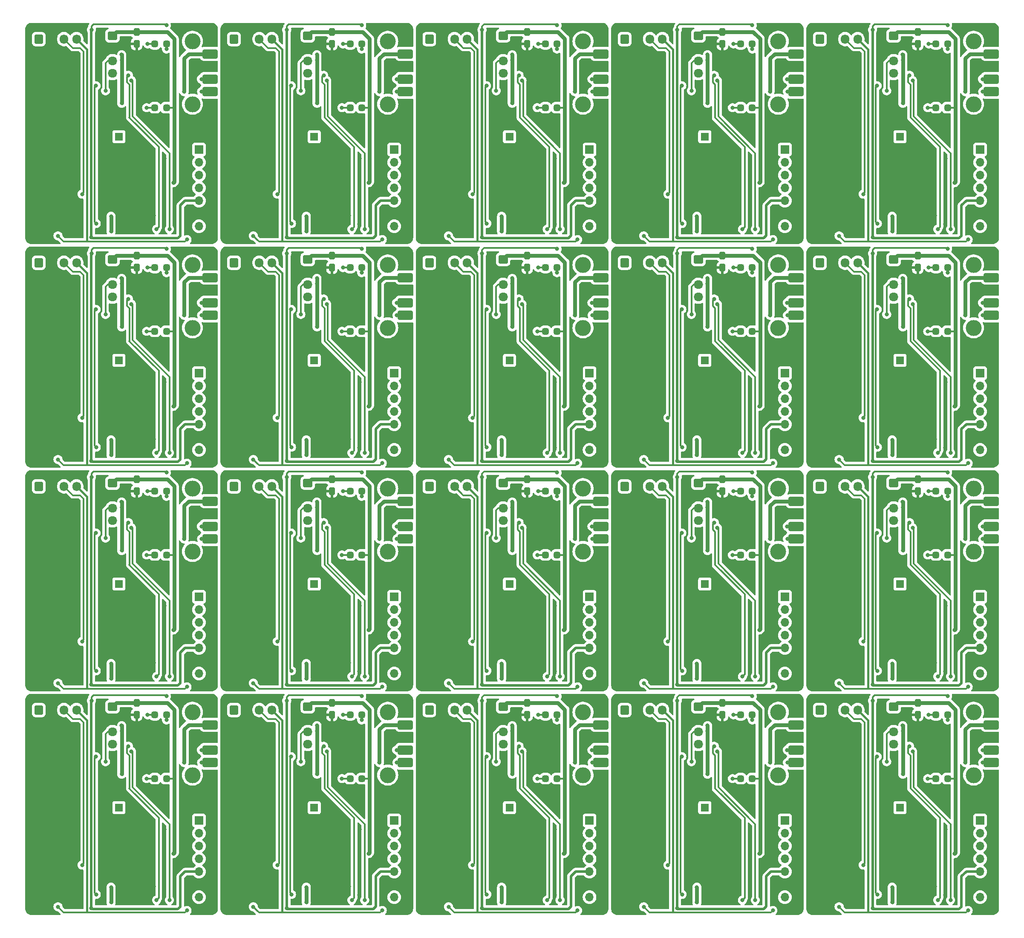
<source format=gbr>
%TF.GenerationSoftware,KiCad,Pcbnew,8.0.7*%
%TF.CreationDate,2025-01-08T09:27:09+09:00*%
%TF.ProjectId,waveShare-7inch-rs485,77617665-5368-4617-9265-2d37696e6368,rev?*%
%TF.SameCoordinates,Original*%
%TF.FileFunction,Copper,L2,Bot*%
%TF.FilePolarity,Positive*%
%FSLAX46Y46*%
G04 Gerber Fmt 4.6, Leading zero omitted, Abs format (unit mm)*
G04 Created by KiCad (PCBNEW 8.0.7) date 2025-01-08 09:27:09*
%MOMM*%
%LPD*%
G01*
G04 APERTURE LIST*
G04 Aperture macros list*
%AMRoundRect*
0 Rectangle with rounded corners*
0 $1 Rounding radius*
0 $2 $3 $4 $5 $6 $7 $8 $9 X,Y pos of 4 corners*
0 Add a 4 corners polygon primitive as box body*
4,1,4,$2,$3,$4,$5,$6,$7,$8,$9,$2,$3,0*
0 Add four circle primitives for the rounded corners*
1,1,$1+$1,$2,$3*
1,1,$1+$1,$4,$5*
1,1,$1+$1,$6,$7*
1,1,$1+$1,$8,$9*
0 Add four rect primitives between the rounded corners*
20,1,$1+$1,$2,$3,$4,$5,0*
20,1,$1+$1,$4,$5,$6,$7,0*
20,1,$1+$1,$6,$7,$8,$9,0*
20,1,$1+$1,$8,$9,$2,$3,0*%
G04 Aperture macros list end*
%TA.AperFunction,SMDPad,CuDef*%
%ADD10RoundRect,0.312500X-0.312500X0.437500X-0.312500X-0.437500X0.312500X-0.437500X0.312500X0.437500X0*%
%TD*%
%TA.AperFunction,ComponentPad*%
%ADD11RoundRect,0.249900X-0.600100X-0.675100X0.600100X-0.675100X0.600100X0.675100X-0.600100X0.675100X0*%
%TD*%
%TA.AperFunction,ComponentPad*%
%ADD12O,1.700000X1.850000*%
%TD*%
%TA.AperFunction,SMDPad,CuDef*%
%ADD13RoundRect,0.325000X-0.325000X-0.325000X0.325000X-0.325000X0.325000X0.325000X-0.325000X0.325000X0*%
%TD*%
%TA.AperFunction,WasherPad*%
%ADD14C,3.170000*%
%TD*%
%TA.AperFunction,SMDPad,CuDef*%
%ADD15RoundRect,0.325000X0.325000X0.325000X-0.325000X0.325000X-0.325000X-0.325000X0.325000X-0.325000X0*%
%TD*%
%TA.AperFunction,SMDPad,CuDef*%
%ADD16RoundRect,0.264600X1.235400X-0.635400X1.235400X0.635400X-1.235400X0.635400X-1.235400X-0.635400X0*%
%TD*%
%TA.AperFunction,SMDPad,CuDef*%
%ADD17RoundRect,0.250000X1.250000X-0.650000X1.250000X0.650000X-1.250000X0.650000X-1.250000X-0.650000X0*%
%TD*%
%TA.AperFunction,ComponentPad*%
%ADD18RoundRect,0.249900X-0.675100X0.600100X-0.675100X-0.600100X0.675100X-0.600100X0.675100X0.600100X0*%
%TD*%
%TA.AperFunction,ComponentPad*%
%ADD19O,1.850000X1.700000*%
%TD*%
%TA.AperFunction,ComponentPad*%
%ADD20R,1.700000X1.700000*%
%TD*%
%TA.AperFunction,ComponentPad*%
%ADD21O,1.700000X1.700000*%
%TD*%
%TA.AperFunction,ComponentPad*%
%ADD22O,5.000000X12.000000*%
%TD*%
%TA.AperFunction,ComponentPad*%
%ADD23R,1.600000X1.600000*%
%TD*%
%TA.AperFunction,ComponentPad*%
%ADD24C,1.600000*%
%TD*%
%TA.AperFunction,ViaPad*%
%ADD25C,0.800000*%
%TD*%
%TA.AperFunction,Conductor*%
%ADD26C,0.500000*%
%TD*%
%TA.AperFunction,Conductor*%
%ADD27C,0.300000*%
%TD*%
%TA.AperFunction,Conductor*%
%ADD28C,0.800000*%
%TD*%
%TA.AperFunction,Conductor*%
%ADD29C,0.400000*%
%TD*%
%TA.AperFunction,Conductor*%
%ADD30C,0.250000*%
%TD*%
G04 APERTURE END LIST*
D10*
%TO.P,C3,1*%
%TO.N,+5V*%
X204360000Y-158930000D03*
%TO.P,C3,2*%
%TO.N,GNDPWR*%
X204360000Y-161330000D03*
%TD*%
D11*
%TO.P,J1,1,Pin_1*%
%TO.N,+3.3V*%
X184920000Y-160360000D03*
D12*
%TO.P,J1,2,Pin_2*%
%TO.N,GNDPWR*%
X187420000Y-160360000D03*
%TO.P,J1,3,Pin_3*%
%TO.N,Net-(DS1307-Pin_3)*%
X189920000Y-160360000D03*
%TO.P,J1,4,Pin_4*%
%TO.N,Net-(DS1307-Pin_4)*%
X192420000Y-160360000D03*
%TD*%
D13*
%TO.P,R2,1*%
%TO.N,Net-(J4-Pad10)*%
X207980000Y-161310000D03*
%TO.P,R2,2*%
%TO.N,+3.3V*%
X210280000Y-161310000D03*
%TD*%
D14*
%TO.P,J4,*%
%TO.N,*%
X215450000Y-173300000D03*
X215450000Y-160800000D03*
%TD*%
D15*
%TO.P,R10,1*%
%TO.N,+5V*%
X210280000Y-174000000D03*
%TO.P,R10,2*%
%TO.N,Net-(J4-Pad12)*%
X207980000Y-174000000D03*
%TD*%
D16*
%TO.P,J5,1,Pin_1*%
%TO.N,/485-A*%
X218970000Y-170810000D03*
D17*
%TO.P,J5,2,Pin_2*%
%TO.N,/485-B*%
X218970000Y-168310000D03*
%TO.P,J5,3,Pin_3*%
%TO.N,GNDPWR*%
X218970000Y-165810000D03*
%TO.P,J5,4,Pin_4*%
%TO.N,Net-(D1-A)*%
X218970000Y-163310000D03*
%TD*%
D18*
%TO.P,J2,1,Pin_1*%
%TO.N,+5V*%
X199570000Y-159680000D03*
D19*
%TO.P,J2,2,Pin_2*%
%TO.N,GNDPWR*%
X199570000Y-162180000D03*
%TO.P,J2,3,Pin_3*%
%TO.N,Net-(J2-Pin_3)*%
X199570000Y-164680000D03*
%TO.P,J2,4,Pin_4*%
%TO.N,unconnected-(J2-Pin_4-Pad4)*%
X199570000Y-167180000D03*
%TD*%
D20*
%TO.P,DS1307,1,Pin_1*%
%TO.N,unconnected-(DS1307-Pin_1-Pad1)*%
X216750000Y-182315000D03*
D21*
%TO.P,DS1307,2,Pin_2*%
%TO.N,unconnected-(DS1307-Pin_2-Pad2)*%
X216750000Y-184855000D03*
%TO.P,DS1307,3,Pin_3*%
%TO.N,Net-(DS1307-Pin_3)*%
X216750000Y-187395000D03*
%TO.P,DS1307,4,Pin_4*%
%TO.N,Net-(DS1307-Pin_4)*%
X216750000Y-189935000D03*
%TO.P,DS1307,5,Pin_5*%
%TO.N,+3.3V*%
X216750000Y-192475000D03*
%TO.P,DS1307,6,Pin_6*%
%TO.N,GNDPWR*%
X216750000Y-195015000D03*
%TO.P,DS1307,7,Pin_7*%
%TO.N,unconnected-(DS1307-Pin_7-Pad7)*%
X216750000Y-197555000D03*
%TD*%
D22*
%TO.P,J3,1,Pin_1*%
%TO.N,GNDPWR*%
X184910000Y-174740000D03*
%TD*%
D23*
%TO.P,C9,1*%
%TO.N,Net-(D1-K)*%
X200840000Y-179780000D03*
D24*
%TO.P,C9,2*%
%TO.N,GNDPWR*%
X200840000Y-177280000D03*
%TD*%
D10*
%TO.P,C3,1*%
%TO.N,+5V*%
X165560000Y-158930000D03*
%TO.P,C3,2*%
%TO.N,GNDPWR*%
X165560000Y-161330000D03*
%TD*%
D11*
%TO.P,J1,1,Pin_1*%
%TO.N,+3.3V*%
X146120000Y-160360000D03*
D12*
%TO.P,J1,2,Pin_2*%
%TO.N,GNDPWR*%
X148620000Y-160360000D03*
%TO.P,J1,3,Pin_3*%
%TO.N,Net-(DS1307-Pin_3)*%
X151120000Y-160360000D03*
%TO.P,J1,4,Pin_4*%
%TO.N,Net-(DS1307-Pin_4)*%
X153620000Y-160360000D03*
%TD*%
D13*
%TO.P,R2,1*%
%TO.N,Net-(J4-Pad10)*%
X169180000Y-161310000D03*
%TO.P,R2,2*%
%TO.N,+3.3V*%
X171480000Y-161310000D03*
%TD*%
D14*
%TO.P,J4,*%
%TO.N,*%
X176650000Y-173300000D03*
X176650000Y-160800000D03*
%TD*%
D15*
%TO.P,R10,1*%
%TO.N,+5V*%
X171480000Y-174000000D03*
%TO.P,R10,2*%
%TO.N,Net-(J4-Pad12)*%
X169180000Y-174000000D03*
%TD*%
D16*
%TO.P,J5,1,Pin_1*%
%TO.N,/485-A*%
X180170000Y-170810000D03*
D17*
%TO.P,J5,2,Pin_2*%
%TO.N,/485-B*%
X180170000Y-168310000D03*
%TO.P,J5,3,Pin_3*%
%TO.N,GNDPWR*%
X180170000Y-165810000D03*
%TO.P,J5,4,Pin_4*%
%TO.N,Net-(D1-A)*%
X180170000Y-163310000D03*
%TD*%
D18*
%TO.P,J2,1,Pin_1*%
%TO.N,+5V*%
X160770000Y-159680000D03*
D19*
%TO.P,J2,2,Pin_2*%
%TO.N,GNDPWR*%
X160770000Y-162180000D03*
%TO.P,J2,3,Pin_3*%
%TO.N,Net-(J2-Pin_3)*%
X160770000Y-164680000D03*
%TO.P,J2,4,Pin_4*%
%TO.N,unconnected-(J2-Pin_4-Pad4)*%
X160770000Y-167180000D03*
%TD*%
D20*
%TO.P,DS1307,1,Pin_1*%
%TO.N,unconnected-(DS1307-Pin_1-Pad1)*%
X177950000Y-182315000D03*
D21*
%TO.P,DS1307,2,Pin_2*%
%TO.N,unconnected-(DS1307-Pin_2-Pad2)*%
X177950000Y-184855000D03*
%TO.P,DS1307,3,Pin_3*%
%TO.N,Net-(DS1307-Pin_3)*%
X177950000Y-187395000D03*
%TO.P,DS1307,4,Pin_4*%
%TO.N,Net-(DS1307-Pin_4)*%
X177950000Y-189935000D03*
%TO.P,DS1307,5,Pin_5*%
%TO.N,+3.3V*%
X177950000Y-192475000D03*
%TO.P,DS1307,6,Pin_6*%
%TO.N,GNDPWR*%
X177950000Y-195015000D03*
%TO.P,DS1307,7,Pin_7*%
%TO.N,unconnected-(DS1307-Pin_7-Pad7)*%
X177950000Y-197555000D03*
%TD*%
D22*
%TO.P,J3,1,Pin_1*%
%TO.N,GNDPWR*%
X146110000Y-174740000D03*
%TD*%
D23*
%TO.P,C9,1*%
%TO.N,Net-(D1-K)*%
X162040000Y-179780000D03*
D24*
%TO.P,C9,2*%
%TO.N,GNDPWR*%
X162040000Y-177280000D03*
%TD*%
D10*
%TO.P,C3,1*%
%TO.N,+5V*%
X126760000Y-158930000D03*
%TO.P,C3,2*%
%TO.N,GNDPWR*%
X126760000Y-161330000D03*
%TD*%
D11*
%TO.P,J1,1,Pin_1*%
%TO.N,+3.3V*%
X107320000Y-160360000D03*
D12*
%TO.P,J1,2,Pin_2*%
%TO.N,GNDPWR*%
X109820000Y-160360000D03*
%TO.P,J1,3,Pin_3*%
%TO.N,Net-(DS1307-Pin_3)*%
X112320000Y-160360000D03*
%TO.P,J1,4,Pin_4*%
%TO.N,Net-(DS1307-Pin_4)*%
X114820000Y-160360000D03*
%TD*%
D13*
%TO.P,R2,1*%
%TO.N,Net-(J4-Pad10)*%
X130380000Y-161310000D03*
%TO.P,R2,2*%
%TO.N,+3.3V*%
X132680000Y-161310000D03*
%TD*%
D14*
%TO.P,J4,*%
%TO.N,*%
X137850000Y-173300000D03*
X137850000Y-160800000D03*
%TD*%
D15*
%TO.P,R10,1*%
%TO.N,+5V*%
X132680000Y-174000000D03*
%TO.P,R10,2*%
%TO.N,Net-(J4-Pad12)*%
X130380000Y-174000000D03*
%TD*%
D16*
%TO.P,J5,1,Pin_1*%
%TO.N,/485-A*%
X141370000Y-170810000D03*
D17*
%TO.P,J5,2,Pin_2*%
%TO.N,/485-B*%
X141370000Y-168310000D03*
%TO.P,J5,3,Pin_3*%
%TO.N,GNDPWR*%
X141370000Y-165810000D03*
%TO.P,J5,4,Pin_4*%
%TO.N,Net-(D1-A)*%
X141370000Y-163310000D03*
%TD*%
D18*
%TO.P,J2,1,Pin_1*%
%TO.N,+5V*%
X121970000Y-159680000D03*
D19*
%TO.P,J2,2,Pin_2*%
%TO.N,GNDPWR*%
X121970000Y-162180000D03*
%TO.P,J2,3,Pin_3*%
%TO.N,Net-(J2-Pin_3)*%
X121970000Y-164680000D03*
%TO.P,J2,4,Pin_4*%
%TO.N,unconnected-(J2-Pin_4-Pad4)*%
X121970000Y-167180000D03*
%TD*%
D20*
%TO.P,DS1307,1,Pin_1*%
%TO.N,unconnected-(DS1307-Pin_1-Pad1)*%
X139150000Y-182315000D03*
D21*
%TO.P,DS1307,2,Pin_2*%
%TO.N,unconnected-(DS1307-Pin_2-Pad2)*%
X139150000Y-184855000D03*
%TO.P,DS1307,3,Pin_3*%
%TO.N,Net-(DS1307-Pin_3)*%
X139150000Y-187395000D03*
%TO.P,DS1307,4,Pin_4*%
%TO.N,Net-(DS1307-Pin_4)*%
X139150000Y-189935000D03*
%TO.P,DS1307,5,Pin_5*%
%TO.N,+3.3V*%
X139150000Y-192475000D03*
%TO.P,DS1307,6,Pin_6*%
%TO.N,GNDPWR*%
X139150000Y-195015000D03*
%TO.P,DS1307,7,Pin_7*%
%TO.N,unconnected-(DS1307-Pin_7-Pad7)*%
X139150000Y-197555000D03*
%TD*%
D22*
%TO.P,J3,1,Pin_1*%
%TO.N,GNDPWR*%
X107310000Y-174740000D03*
%TD*%
D23*
%TO.P,C9,1*%
%TO.N,Net-(D1-K)*%
X123240000Y-179780000D03*
D24*
%TO.P,C9,2*%
%TO.N,GNDPWR*%
X123240000Y-177280000D03*
%TD*%
D10*
%TO.P,C3,1*%
%TO.N,+5V*%
X87960000Y-158930000D03*
%TO.P,C3,2*%
%TO.N,GNDPWR*%
X87960000Y-161330000D03*
%TD*%
D11*
%TO.P,J1,1,Pin_1*%
%TO.N,+3.3V*%
X68520000Y-160360000D03*
D12*
%TO.P,J1,2,Pin_2*%
%TO.N,GNDPWR*%
X71020000Y-160360000D03*
%TO.P,J1,3,Pin_3*%
%TO.N,Net-(DS1307-Pin_3)*%
X73520000Y-160360000D03*
%TO.P,J1,4,Pin_4*%
%TO.N,Net-(DS1307-Pin_4)*%
X76020000Y-160360000D03*
%TD*%
D13*
%TO.P,R2,1*%
%TO.N,Net-(J4-Pad10)*%
X91580000Y-161310000D03*
%TO.P,R2,2*%
%TO.N,+3.3V*%
X93880000Y-161310000D03*
%TD*%
D14*
%TO.P,J4,*%
%TO.N,*%
X99050000Y-173300000D03*
X99050000Y-160800000D03*
%TD*%
D15*
%TO.P,R10,1*%
%TO.N,+5V*%
X93880000Y-174000000D03*
%TO.P,R10,2*%
%TO.N,Net-(J4-Pad12)*%
X91580000Y-174000000D03*
%TD*%
D16*
%TO.P,J5,1,Pin_1*%
%TO.N,/485-A*%
X102570000Y-170810000D03*
D17*
%TO.P,J5,2,Pin_2*%
%TO.N,/485-B*%
X102570000Y-168310000D03*
%TO.P,J5,3,Pin_3*%
%TO.N,GNDPWR*%
X102570000Y-165810000D03*
%TO.P,J5,4,Pin_4*%
%TO.N,Net-(D1-A)*%
X102570000Y-163310000D03*
%TD*%
D18*
%TO.P,J2,1,Pin_1*%
%TO.N,+5V*%
X83170000Y-159680000D03*
D19*
%TO.P,J2,2,Pin_2*%
%TO.N,GNDPWR*%
X83170000Y-162180000D03*
%TO.P,J2,3,Pin_3*%
%TO.N,Net-(J2-Pin_3)*%
X83170000Y-164680000D03*
%TO.P,J2,4,Pin_4*%
%TO.N,unconnected-(J2-Pin_4-Pad4)*%
X83170000Y-167180000D03*
%TD*%
D20*
%TO.P,DS1307,1,Pin_1*%
%TO.N,unconnected-(DS1307-Pin_1-Pad1)*%
X100350000Y-182315000D03*
D21*
%TO.P,DS1307,2,Pin_2*%
%TO.N,unconnected-(DS1307-Pin_2-Pad2)*%
X100350000Y-184855000D03*
%TO.P,DS1307,3,Pin_3*%
%TO.N,Net-(DS1307-Pin_3)*%
X100350000Y-187395000D03*
%TO.P,DS1307,4,Pin_4*%
%TO.N,Net-(DS1307-Pin_4)*%
X100350000Y-189935000D03*
%TO.P,DS1307,5,Pin_5*%
%TO.N,+3.3V*%
X100350000Y-192475000D03*
%TO.P,DS1307,6,Pin_6*%
%TO.N,GNDPWR*%
X100350000Y-195015000D03*
%TO.P,DS1307,7,Pin_7*%
%TO.N,unconnected-(DS1307-Pin_7-Pad7)*%
X100350000Y-197555000D03*
%TD*%
D22*
%TO.P,J3,1,Pin_1*%
%TO.N,GNDPWR*%
X68510000Y-174740000D03*
%TD*%
D23*
%TO.P,C9,1*%
%TO.N,Net-(D1-K)*%
X84440000Y-179780000D03*
D24*
%TO.P,C9,2*%
%TO.N,GNDPWR*%
X84440000Y-177280000D03*
%TD*%
D10*
%TO.P,C3,1*%
%TO.N,+5V*%
X49160000Y-158930000D03*
%TO.P,C3,2*%
%TO.N,GNDPWR*%
X49160000Y-161330000D03*
%TD*%
D11*
%TO.P,J1,1,Pin_1*%
%TO.N,+3.3V*%
X29720000Y-160360000D03*
D12*
%TO.P,J1,2,Pin_2*%
%TO.N,GNDPWR*%
X32220000Y-160360000D03*
%TO.P,J1,3,Pin_3*%
%TO.N,Net-(DS1307-Pin_3)*%
X34720000Y-160360000D03*
%TO.P,J1,4,Pin_4*%
%TO.N,Net-(DS1307-Pin_4)*%
X37220000Y-160360000D03*
%TD*%
D13*
%TO.P,R2,1*%
%TO.N,Net-(J4-Pad10)*%
X52780000Y-161310000D03*
%TO.P,R2,2*%
%TO.N,+3.3V*%
X55080000Y-161310000D03*
%TD*%
D14*
%TO.P,J4,*%
%TO.N,*%
X60250000Y-173300000D03*
X60250000Y-160800000D03*
%TD*%
D15*
%TO.P,R10,1*%
%TO.N,+5V*%
X55080000Y-174000000D03*
%TO.P,R10,2*%
%TO.N,Net-(J4-Pad12)*%
X52780000Y-174000000D03*
%TD*%
D16*
%TO.P,J5,1,Pin_1*%
%TO.N,/485-A*%
X63770000Y-170810000D03*
D17*
%TO.P,J5,2,Pin_2*%
%TO.N,/485-B*%
X63770000Y-168310000D03*
%TO.P,J5,3,Pin_3*%
%TO.N,GNDPWR*%
X63770000Y-165810000D03*
%TO.P,J5,4,Pin_4*%
%TO.N,Net-(D1-A)*%
X63770000Y-163310000D03*
%TD*%
D18*
%TO.P,J2,1,Pin_1*%
%TO.N,+5V*%
X44370000Y-159680000D03*
D19*
%TO.P,J2,2,Pin_2*%
%TO.N,GNDPWR*%
X44370000Y-162180000D03*
%TO.P,J2,3,Pin_3*%
%TO.N,Net-(J2-Pin_3)*%
X44370000Y-164680000D03*
%TO.P,J2,4,Pin_4*%
%TO.N,unconnected-(J2-Pin_4-Pad4)*%
X44370000Y-167180000D03*
%TD*%
D20*
%TO.P,DS1307,1,Pin_1*%
%TO.N,unconnected-(DS1307-Pin_1-Pad1)*%
X61550000Y-182315000D03*
D21*
%TO.P,DS1307,2,Pin_2*%
%TO.N,unconnected-(DS1307-Pin_2-Pad2)*%
X61550000Y-184855000D03*
%TO.P,DS1307,3,Pin_3*%
%TO.N,Net-(DS1307-Pin_3)*%
X61550000Y-187395000D03*
%TO.P,DS1307,4,Pin_4*%
%TO.N,Net-(DS1307-Pin_4)*%
X61550000Y-189935000D03*
%TO.P,DS1307,5,Pin_5*%
%TO.N,+3.3V*%
X61550000Y-192475000D03*
%TO.P,DS1307,6,Pin_6*%
%TO.N,GNDPWR*%
X61550000Y-195015000D03*
%TO.P,DS1307,7,Pin_7*%
%TO.N,unconnected-(DS1307-Pin_7-Pad7)*%
X61550000Y-197555000D03*
%TD*%
D22*
%TO.P,J3,1,Pin_1*%
%TO.N,GNDPWR*%
X29710000Y-174740000D03*
%TD*%
D23*
%TO.P,C9,1*%
%TO.N,Net-(D1-K)*%
X45640000Y-179780000D03*
D24*
%TO.P,C9,2*%
%TO.N,GNDPWR*%
X45640000Y-177280000D03*
%TD*%
D10*
%TO.P,C3,1*%
%TO.N,+5V*%
X204360000Y-114480000D03*
%TO.P,C3,2*%
%TO.N,GNDPWR*%
X204360000Y-116880000D03*
%TD*%
D11*
%TO.P,J1,1,Pin_1*%
%TO.N,+3.3V*%
X184920000Y-115910000D03*
D12*
%TO.P,J1,2,Pin_2*%
%TO.N,GNDPWR*%
X187420000Y-115910000D03*
%TO.P,J1,3,Pin_3*%
%TO.N,Net-(DS1307-Pin_3)*%
X189920000Y-115910000D03*
%TO.P,J1,4,Pin_4*%
%TO.N,Net-(DS1307-Pin_4)*%
X192420000Y-115910000D03*
%TD*%
D13*
%TO.P,R2,1*%
%TO.N,Net-(J4-Pad10)*%
X207980000Y-116860000D03*
%TO.P,R2,2*%
%TO.N,+3.3V*%
X210280000Y-116860000D03*
%TD*%
D14*
%TO.P,J4,*%
%TO.N,*%
X215450000Y-128850000D03*
X215450000Y-116350000D03*
%TD*%
D15*
%TO.P,R10,1*%
%TO.N,+5V*%
X210280000Y-129550000D03*
%TO.P,R10,2*%
%TO.N,Net-(J4-Pad12)*%
X207980000Y-129550000D03*
%TD*%
D16*
%TO.P,J5,1,Pin_1*%
%TO.N,/485-A*%
X218970000Y-126360000D03*
D17*
%TO.P,J5,2,Pin_2*%
%TO.N,/485-B*%
X218970000Y-123860000D03*
%TO.P,J5,3,Pin_3*%
%TO.N,GNDPWR*%
X218970000Y-121360000D03*
%TO.P,J5,4,Pin_4*%
%TO.N,Net-(D1-A)*%
X218970000Y-118860000D03*
%TD*%
D18*
%TO.P,J2,1,Pin_1*%
%TO.N,+5V*%
X199570000Y-115230000D03*
D19*
%TO.P,J2,2,Pin_2*%
%TO.N,GNDPWR*%
X199570000Y-117730000D03*
%TO.P,J2,3,Pin_3*%
%TO.N,Net-(J2-Pin_3)*%
X199570000Y-120230000D03*
%TO.P,J2,4,Pin_4*%
%TO.N,unconnected-(J2-Pin_4-Pad4)*%
X199570000Y-122730000D03*
%TD*%
D20*
%TO.P,DS1307,1,Pin_1*%
%TO.N,unconnected-(DS1307-Pin_1-Pad1)*%
X216750000Y-137865000D03*
D21*
%TO.P,DS1307,2,Pin_2*%
%TO.N,unconnected-(DS1307-Pin_2-Pad2)*%
X216750000Y-140405000D03*
%TO.P,DS1307,3,Pin_3*%
%TO.N,Net-(DS1307-Pin_3)*%
X216750000Y-142945000D03*
%TO.P,DS1307,4,Pin_4*%
%TO.N,Net-(DS1307-Pin_4)*%
X216750000Y-145485000D03*
%TO.P,DS1307,5,Pin_5*%
%TO.N,+3.3V*%
X216750000Y-148025000D03*
%TO.P,DS1307,6,Pin_6*%
%TO.N,GNDPWR*%
X216750000Y-150565000D03*
%TO.P,DS1307,7,Pin_7*%
%TO.N,unconnected-(DS1307-Pin_7-Pad7)*%
X216750000Y-153105000D03*
%TD*%
D22*
%TO.P,J3,1,Pin_1*%
%TO.N,GNDPWR*%
X184910000Y-130290000D03*
%TD*%
D23*
%TO.P,C9,1*%
%TO.N,Net-(D1-K)*%
X200840000Y-135330000D03*
D24*
%TO.P,C9,2*%
%TO.N,GNDPWR*%
X200840000Y-132830000D03*
%TD*%
D10*
%TO.P,C3,1*%
%TO.N,+5V*%
X165560000Y-114480000D03*
%TO.P,C3,2*%
%TO.N,GNDPWR*%
X165560000Y-116880000D03*
%TD*%
D11*
%TO.P,J1,1,Pin_1*%
%TO.N,+3.3V*%
X146120000Y-115910000D03*
D12*
%TO.P,J1,2,Pin_2*%
%TO.N,GNDPWR*%
X148620000Y-115910000D03*
%TO.P,J1,3,Pin_3*%
%TO.N,Net-(DS1307-Pin_3)*%
X151120000Y-115910000D03*
%TO.P,J1,4,Pin_4*%
%TO.N,Net-(DS1307-Pin_4)*%
X153620000Y-115910000D03*
%TD*%
D13*
%TO.P,R2,1*%
%TO.N,Net-(J4-Pad10)*%
X169180000Y-116860000D03*
%TO.P,R2,2*%
%TO.N,+3.3V*%
X171480000Y-116860000D03*
%TD*%
D14*
%TO.P,J4,*%
%TO.N,*%
X176650000Y-128850000D03*
X176650000Y-116350000D03*
%TD*%
D15*
%TO.P,R10,1*%
%TO.N,+5V*%
X171480000Y-129550000D03*
%TO.P,R10,2*%
%TO.N,Net-(J4-Pad12)*%
X169180000Y-129550000D03*
%TD*%
D16*
%TO.P,J5,1,Pin_1*%
%TO.N,/485-A*%
X180170000Y-126360000D03*
D17*
%TO.P,J5,2,Pin_2*%
%TO.N,/485-B*%
X180170000Y-123860000D03*
%TO.P,J5,3,Pin_3*%
%TO.N,GNDPWR*%
X180170000Y-121360000D03*
%TO.P,J5,4,Pin_4*%
%TO.N,Net-(D1-A)*%
X180170000Y-118860000D03*
%TD*%
D18*
%TO.P,J2,1,Pin_1*%
%TO.N,+5V*%
X160770000Y-115230000D03*
D19*
%TO.P,J2,2,Pin_2*%
%TO.N,GNDPWR*%
X160770000Y-117730000D03*
%TO.P,J2,3,Pin_3*%
%TO.N,Net-(J2-Pin_3)*%
X160770000Y-120230000D03*
%TO.P,J2,4,Pin_4*%
%TO.N,unconnected-(J2-Pin_4-Pad4)*%
X160770000Y-122730000D03*
%TD*%
D20*
%TO.P,DS1307,1,Pin_1*%
%TO.N,unconnected-(DS1307-Pin_1-Pad1)*%
X177950000Y-137865000D03*
D21*
%TO.P,DS1307,2,Pin_2*%
%TO.N,unconnected-(DS1307-Pin_2-Pad2)*%
X177950000Y-140405000D03*
%TO.P,DS1307,3,Pin_3*%
%TO.N,Net-(DS1307-Pin_3)*%
X177950000Y-142945000D03*
%TO.P,DS1307,4,Pin_4*%
%TO.N,Net-(DS1307-Pin_4)*%
X177950000Y-145485000D03*
%TO.P,DS1307,5,Pin_5*%
%TO.N,+3.3V*%
X177950000Y-148025000D03*
%TO.P,DS1307,6,Pin_6*%
%TO.N,GNDPWR*%
X177950000Y-150565000D03*
%TO.P,DS1307,7,Pin_7*%
%TO.N,unconnected-(DS1307-Pin_7-Pad7)*%
X177950000Y-153105000D03*
%TD*%
D22*
%TO.P,J3,1,Pin_1*%
%TO.N,GNDPWR*%
X146110000Y-130290000D03*
%TD*%
D23*
%TO.P,C9,1*%
%TO.N,Net-(D1-K)*%
X162040000Y-135330000D03*
D24*
%TO.P,C9,2*%
%TO.N,GNDPWR*%
X162040000Y-132830000D03*
%TD*%
D10*
%TO.P,C3,1*%
%TO.N,+5V*%
X126760000Y-114480000D03*
%TO.P,C3,2*%
%TO.N,GNDPWR*%
X126760000Y-116880000D03*
%TD*%
D11*
%TO.P,J1,1,Pin_1*%
%TO.N,+3.3V*%
X107320000Y-115910000D03*
D12*
%TO.P,J1,2,Pin_2*%
%TO.N,GNDPWR*%
X109820000Y-115910000D03*
%TO.P,J1,3,Pin_3*%
%TO.N,Net-(DS1307-Pin_3)*%
X112320000Y-115910000D03*
%TO.P,J1,4,Pin_4*%
%TO.N,Net-(DS1307-Pin_4)*%
X114820000Y-115910000D03*
%TD*%
D13*
%TO.P,R2,1*%
%TO.N,Net-(J4-Pad10)*%
X130380000Y-116860000D03*
%TO.P,R2,2*%
%TO.N,+3.3V*%
X132680000Y-116860000D03*
%TD*%
D14*
%TO.P,J4,*%
%TO.N,*%
X137850000Y-128850000D03*
X137850000Y-116350000D03*
%TD*%
D15*
%TO.P,R10,1*%
%TO.N,+5V*%
X132680000Y-129550000D03*
%TO.P,R10,2*%
%TO.N,Net-(J4-Pad12)*%
X130380000Y-129550000D03*
%TD*%
D16*
%TO.P,J5,1,Pin_1*%
%TO.N,/485-A*%
X141370000Y-126360000D03*
D17*
%TO.P,J5,2,Pin_2*%
%TO.N,/485-B*%
X141370000Y-123860000D03*
%TO.P,J5,3,Pin_3*%
%TO.N,GNDPWR*%
X141370000Y-121360000D03*
%TO.P,J5,4,Pin_4*%
%TO.N,Net-(D1-A)*%
X141370000Y-118860000D03*
%TD*%
D18*
%TO.P,J2,1,Pin_1*%
%TO.N,+5V*%
X121970000Y-115230000D03*
D19*
%TO.P,J2,2,Pin_2*%
%TO.N,GNDPWR*%
X121970000Y-117730000D03*
%TO.P,J2,3,Pin_3*%
%TO.N,Net-(J2-Pin_3)*%
X121970000Y-120230000D03*
%TO.P,J2,4,Pin_4*%
%TO.N,unconnected-(J2-Pin_4-Pad4)*%
X121970000Y-122730000D03*
%TD*%
D20*
%TO.P,DS1307,1,Pin_1*%
%TO.N,unconnected-(DS1307-Pin_1-Pad1)*%
X139150000Y-137865000D03*
D21*
%TO.P,DS1307,2,Pin_2*%
%TO.N,unconnected-(DS1307-Pin_2-Pad2)*%
X139150000Y-140405000D03*
%TO.P,DS1307,3,Pin_3*%
%TO.N,Net-(DS1307-Pin_3)*%
X139150000Y-142945000D03*
%TO.P,DS1307,4,Pin_4*%
%TO.N,Net-(DS1307-Pin_4)*%
X139150000Y-145485000D03*
%TO.P,DS1307,5,Pin_5*%
%TO.N,+3.3V*%
X139150000Y-148025000D03*
%TO.P,DS1307,6,Pin_6*%
%TO.N,GNDPWR*%
X139150000Y-150565000D03*
%TO.P,DS1307,7,Pin_7*%
%TO.N,unconnected-(DS1307-Pin_7-Pad7)*%
X139150000Y-153105000D03*
%TD*%
D22*
%TO.P,J3,1,Pin_1*%
%TO.N,GNDPWR*%
X107310000Y-130290000D03*
%TD*%
D23*
%TO.P,C9,1*%
%TO.N,Net-(D1-K)*%
X123240000Y-135330000D03*
D24*
%TO.P,C9,2*%
%TO.N,GNDPWR*%
X123240000Y-132830000D03*
%TD*%
D10*
%TO.P,C3,1*%
%TO.N,+5V*%
X87960000Y-114480000D03*
%TO.P,C3,2*%
%TO.N,GNDPWR*%
X87960000Y-116880000D03*
%TD*%
D11*
%TO.P,J1,1,Pin_1*%
%TO.N,+3.3V*%
X68520000Y-115910000D03*
D12*
%TO.P,J1,2,Pin_2*%
%TO.N,GNDPWR*%
X71020000Y-115910000D03*
%TO.P,J1,3,Pin_3*%
%TO.N,Net-(DS1307-Pin_3)*%
X73520000Y-115910000D03*
%TO.P,J1,4,Pin_4*%
%TO.N,Net-(DS1307-Pin_4)*%
X76020000Y-115910000D03*
%TD*%
D13*
%TO.P,R2,1*%
%TO.N,Net-(J4-Pad10)*%
X91580000Y-116860000D03*
%TO.P,R2,2*%
%TO.N,+3.3V*%
X93880000Y-116860000D03*
%TD*%
D14*
%TO.P,J4,*%
%TO.N,*%
X99050000Y-128850000D03*
X99050000Y-116350000D03*
%TD*%
D15*
%TO.P,R10,1*%
%TO.N,+5V*%
X93880000Y-129550000D03*
%TO.P,R10,2*%
%TO.N,Net-(J4-Pad12)*%
X91580000Y-129550000D03*
%TD*%
D16*
%TO.P,J5,1,Pin_1*%
%TO.N,/485-A*%
X102570000Y-126360000D03*
D17*
%TO.P,J5,2,Pin_2*%
%TO.N,/485-B*%
X102570000Y-123860000D03*
%TO.P,J5,3,Pin_3*%
%TO.N,GNDPWR*%
X102570000Y-121360000D03*
%TO.P,J5,4,Pin_4*%
%TO.N,Net-(D1-A)*%
X102570000Y-118860000D03*
%TD*%
D18*
%TO.P,J2,1,Pin_1*%
%TO.N,+5V*%
X83170000Y-115230000D03*
D19*
%TO.P,J2,2,Pin_2*%
%TO.N,GNDPWR*%
X83170000Y-117730000D03*
%TO.P,J2,3,Pin_3*%
%TO.N,Net-(J2-Pin_3)*%
X83170000Y-120230000D03*
%TO.P,J2,4,Pin_4*%
%TO.N,unconnected-(J2-Pin_4-Pad4)*%
X83170000Y-122730000D03*
%TD*%
D20*
%TO.P,DS1307,1,Pin_1*%
%TO.N,unconnected-(DS1307-Pin_1-Pad1)*%
X100350000Y-137865000D03*
D21*
%TO.P,DS1307,2,Pin_2*%
%TO.N,unconnected-(DS1307-Pin_2-Pad2)*%
X100350000Y-140405000D03*
%TO.P,DS1307,3,Pin_3*%
%TO.N,Net-(DS1307-Pin_3)*%
X100350000Y-142945000D03*
%TO.P,DS1307,4,Pin_4*%
%TO.N,Net-(DS1307-Pin_4)*%
X100350000Y-145485000D03*
%TO.P,DS1307,5,Pin_5*%
%TO.N,+3.3V*%
X100350000Y-148025000D03*
%TO.P,DS1307,6,Pin_6*%
%TO.N,GNDPWR*%
X100350000Y-150565000D03*
%TO.P,DS1307,7,Pin_7*%
%TO.N,unconnected-(DS1307-Pin_7-Pad7)*%
X100350000Y-153105000D03*
%TD*%
D22*
%TO.P,J3,1,Pin_1*%
%TO.N,GNDPWR*%
X68510000Y-130290000D03*
%TD*%
D23*
%TO.P,C9,1*%
%TO.N,Net-(D1-K)*%
X84440000Y-135330000D03*
D24*
%TO.P,C9,2*%
%TO.N,GNDPWR*%
X84440000Y-132830000D03*
%TD*%
D10*
%TO.P,C3,1*%
%TO.N,+5V*%
X49160000Y-114480000D03*
%TO.P,C3,2*%
%TO.N,GNDPWR*%
X49160000Y-116880000D03*
%TD*%
D11*
%TO.P,J1,1,Pin_1*%
%TO.N,+3.3V*%
X29720000Y-115910000D03*
D12*
%TO.P,J1,2,Pin_2*%
%TO.N,GNDPWR*%
X32220000Y-115910000D03*
%TO.P,J1,3,Pin_3*%
%TO.N,Net-(DS1307-Pin_3)*%
X34720000Y-115910000D03*
%TO.P,J1,4,Pin_4*%
%TO.N,Net-(DS1307-Pin_4)*%
X37220000Y-115910000D03*
%TD*%
D13*
%TO.P,R2,1*%
%TO.N,Net-(J4-Pad10)*%
X52780000Y-116860000D03*
%TO.P,R2,2*%
%TO.N,+3.3V*%
X55080000Y-116860000D03*
%TD*%
D14*
%TO.P,J4,*%
%TO.N,*%
X60250000Y-128850000D03*
X60250000Y-116350000D03*
%TD*%
D15*
%TO.P,R10,1*%
%TO.N,+5V*%
X55080000Y-129550000D03*
%TO.P,R10,2*%
%TO.N,Net-(J4-Pad12)*%
X52780000Y-129550000D03*
%TD*%
D16*
%TO.P,J5,1,Pin_1*%
%TO.N,/485-A*%
X63770000Y-126360000D03*
D17*
%TO.P,J5,2,Pin_2*%
%TO.N,/485-B*%
X63770000Y-123860000D03*
%TO.P,J5,3,Pin_3*%
%TO.N,GNDPWR*%
X63770000Y-121360000D03*
%TO.P,J5,4,Pin_4*%
%TO.N,Net-(D1-A)*%
X63770000Y-118860000D03*
%TD*%
D18*
%TO.P,J2,1,Pin_1*%
%TO.N,+5V*%
X44370000Y-115230000D03*
D19*
%TO.P,J2,2,Pin_2*%
%TO.N,GNDPWR*%
X44370000Y-117730000D03*
%TO.P,J2,3,Pin_3*%
%TO.N,Net-(J2-Pin_3)*%
X44370000Y-120230000D03*
%TO.P,J2,4,Pin_4*%
%TO.N,unconnected-(J2-Pin_4-Pad4)*%
X44370000Y-122730000D03*
%TD*%
D20*
%TO.P,DS1307,1,Pin_1*%
%TO.N,unconnected-(DS1307-Pin_1-Pad1)*%
X61550000Y-137865000D03*
D21*
%TO.P,DS1307,2,Pin_2*%
%TO.N,unconnected-(DS1307-Pin_2-Pad2)*%
X61550000Y-140405000D03*
%TO.P,DS1307,3,Pin_3*%
%TO.N,Net-(DS1307-Pin_3)*%
X61550000Y-142945000D03*
%TO.P,DS1307,4,Pin_4*%
%TO.N,Net-(DS1307-Pin_4)*%
X61550000Y-145485000D03*
%TO.P,DS1307,5,Pin_5*%
%TO.N,+3.3V*%
X61550000Y-148025000D03*
%TO.P,DS1307,6,Pin_6*%
%TO.N,GNDPWR*%
X61550000Y-150565000D03*
%TO.P,DS1307,7,Pin_7*%
%TO.N,unconnected-(DS1307-Pin_7-Pad7)*%
X61550000Y-153105000D03*
%TD*%
D22*
%TO.P,J3,1,Pin_1*%
%TO.N,GNDPWR*%
X29710000Y-130290000D03*
%TD*%
D23*
%TO.P,C9,1*%
%TO.N,Net-(D1-K)*%
X45640000Y-135330000D03*
D24*
%TO.P,C9,2*%
%TO.N,GNDPWR*%
X45640000Y-132830000D03*
%TD*%
D10*
%TO.P,C3,1*%
%TO.N,+5V*%
X204360000Y-70030000D03*
%TO.P,C3,2*%
%TO.N,GNDPWR*%
X204360000Y-72430000D03*
%TD*%
D11*
%TO.P,J1,1,Pin_1*%
%TO.N,+3.3V*%
X184920000Y-71460000D03*
D12*
%TO.P,J1,2,Pin_2*%
%TO.N,GNDPWR*%
X187420000Y-71460000D03*
%TO.P,J1,3,Pin_3*%
%TO.N,Net-(DS1307-Pin_3)*%
X189920000Y-71460000D03*
%TO.P,J1,4,Pin_4*%
%TO.N,Net-(DS1307-Pin_4)*%
X192420000Y-71460000D03*
%TD*%
D13*
%TO.P,R2,1*%
%TO.N,Net-(J4-Pad10)*%
X207980000Y-72410000D03*
%TO.P,R2,2*%
%TO.N,+3.3V*%
X210280000Y-72410000D03*
%TD*%
D14*
%TO.P,J4,*%
%TO.N,*%
X215450000Y-84400000D03*
X215450000Y-71900000D03*
%TD*%
D15*
%TO.P,R10,1*%
%TO.N,+5V*%
X210280000Y-85100000D03*
%TO.P,R10,2*%
%TO.N,Net-(J4-Pad12)*%
X207980000Y-85100000D03*
%TD*%
D16*
%TO.P,J5,1,Pin_1*%
%TO.N,/485-A*%
X218970000Y-81910000D03*
D17*
%TO.P,J5,2,Pin_2*%
%TO.N,/485-B*%
X218970000Y-79410000D03*
%TO.P,J5,3,Pin_3*%
%TO.N,GNDPWR*%
X218970000Y-76910000D03*
%TO.P,J5,4,Pin_4*%
%TO.N,Net-(D1-A)*%
X218970000Y-74410000D03*
%TD*%
D18*
%TO.P,J2,1,Pin_1*%
%TO.N,+5V*%
X199570000Y-70780000D03*
D19*
%TO.P,J2,2,Pin_2*%
%TO.N,GNDPWR*%
X199570000Y-73280000D03*
%TO.P,J2,3,Pin_3*%
%TO.N,Net-(J2-Pin_3)*%
X199570000Y-75780000D03*
%TO.P,J2,4,Pin_4*%
%TO.N,unconnected-(J2-Pin_4-Pad4)*%
X199570000Y-78280000D03*
%TD*%
D20*
%TO.P,DS1307,1,Pin_1*%
%TO.N,unconnected-(DS1307-Pin_1-Pad1)*%
X216750000Y-93415000D03*
D21*
%TO.P,DS1307,2,Pin_2*%
%TO.N,unconnected-(DS1307-Pin_2-Pad2)*%
X216750000Y-95955000D03*
%TO.P,DS1307,3,Pin_3*%
%TO.N,Net-(DS1307-Pin_3)*%
X216750000Y-98495000D03*
%TO.P,DS1307,4,Pin_4*%
%TO.N,Net-(DS1307-Pin_4)*%
X216750000Y-101035000D03*
%TO.P,DS1307,5,Pin_5*%
%TO.N,+3.3V*%
X216750000Y-103575000D03*
%TO.P,DS1307,6,Pin_6*%
%TO.N,GNDPWR*%
X216750000Y-106115000D03*
%TO.P,DS1307,7,Pin_7*%
%TO.N,unconnected-(DS1307-Pin_7-Pad7)*%
X216750000Y-108655000D03*
%TD*%
D22*
%TO.P,J3,1,Pin_1*%
%TO.N,GNDPWR*%
X184910000Y-85840000D03*
%TD*%
D23*
%TO.P,C9,1*%
%TO.N,Net-(D1-K)*%
X200840000Y-90880000D03*
D24*
%TO.P,C9,2*%
%TO.N,GNDPWR*%
X200840000Y-88380000D03*
%TD*%
D10*
%TO.P,C3,1*%
%TO.N,+5V*%
X165560000Y-70030000D03*
%TO.P,C3,2*%
%TO.N,GNDPWR*%
X165560000Y-72430000D03*
%TD*%
D11*
%TO.P,J1,1,Pin_1*%
%TO.N,+3.3V*%
X146120000Y-71460000D03*
D12*
%TO.P,J1,2,Pin_2*%
%TO.N,GNDPWR*%
X148620000Y-71460000D03*
%TO.P,J1,3,Pin_3*%
%TO.N,Net-(DS1307-Pin_3)*%
X151120000Y-71460000D03*
%TO.P,J1,4,Pin_4*%
%TO.N,Net-(DS1307-Pin_4)*%
X153620000Y-71460000D03*
%TD*%
D13*
%TO.P,R2,1*%
%TO.N,Net-(J4-Pad10)*%
X169180000Y-72410000D03*
%TO.P,R2,2*%
%TO.N,+3.3V*%
X171480000Y-72410000D03*
%TD*%
D14*
%TO.P,J4,*%
%TO.N,*%
X176650000Y-84400000D03*
X176650000Y-71900000D03*
%TD*%
D15*
%TO.P,R10,1*%
%TO.N,+5V*%
X171480000Y-85100000D03*
%TO.P,R10,2*%
%TO.N,Net-(J4-Pad12)*%
X169180000Y-85100000D03*
%TD*%
D16*
%TO.P,J5,1,Pin_1*%
%TO.N,/485-A*%
X180170000Y-81910000D03*
D17*
%TO.P,J5,2,Pin_2*%
%TO.N,/485-B*%
X180170000Y-79410000D03*
%TO.P,J5,3,Pin_3*%
%TO.N,GNDPWR*%
X180170000Y-76910000D03*
%TO.P,J5,4,Pin_4*%
%TO.N,Net-(D1-A)*%
X180170000Y-74410000D03*
%TD*%
D18*
%TO.P,J2,1,Pin_1*%
%TO.N,+5V*%
X160770000Y-70780000D03*
D19*
%TO.P,J2,2,Pin_2*%
%TO.N,GNDPWR*%
X160770000Y-73280000D03*
%TO.P,J2,3,Pin_3*%
%TO.N,Net-(J2-Pin_3)*%
X160770000Y-75780000D03*
%TO.P,J2,4,Pin_4*%
%TO.N,unconnected-(J2-Pin_4-Pad4)*%
X160770000Y-78280000D03*
%TD*%
D20*
%TO.P,DS1307,1,Pin_1*%
%TO.N,unconnected-(DS1307-Pin_1-Pad1)*%
X177950000Y-93415000D03*
D21*
%TO.P,DS1307,2,Pin_2*%
%TO.N,unconnected-(DS1307-Pin_2-Pad2)*%
X177950000Y-95955000D03*
%TO.P,DS1307,3,Pin_3*%
%TO.N,Net-(DS1307-Pin_3)*%
X177950000Y-98495000D03*
%TO.P,DS1307,4,Pin_4*%
%TO.N,Net-(DS1307-Pin_4)*%
X177950000Y-101035000D03*
%TO.P,DS1307,5,Pin_5*%
%TO.N,+3.3V*%
X177950000Y-103575000D03*
%TO.P,DS1307,6,Pin_6*%
%TO.N,GNDPWR*%
X177950000Y-106115000D03*
%TO.P,DS1307,7,Pin_7*%
%TO.N,unconnected-(DS1307-Pin_7-Pad7)*%
X177950000Y-108655000D03*
%TD*%
D22*
%TO.P,J3,1,Pin_1*%
%TO.N,GNDPWR*%
X146110000Y-85840000D03*
%TD*%
D23*
%TO.P,C9,1*%
%TO.N,Net-(D1-K)*%
X162040000Y-90880000D03*
D24*
%TO.P,C9,2*%
%TO.N,GNDPWR*%
X162040000Y-88380000D03*
%TD*%
D10*
%TO.P,C3,1*%
%TO.N,+5V*%
X126760000Y-70030000D03*
%TO.P,C3,2*%
%TO.N,GNDPWR*%
X126760000Y-72430000D03*
%TD*%
D11*
%TO.P,J1,1,Pin_1*%
%TO.N,+3.3V*%
X107320000Y-71460000D03*
D12*
%TO.P,J1,2,Pin_2*%
%TO.N,GNDPWR*%
X109820000Y-71460000D03*
%TO.P,J1,3,Pin_3*%
%TO.N,Net-(DS1307-Pin_3)*%
X112320000Y-71460000D03*
%TO.P,J1,4,Pin_4*%
%TO.N,Net-(DS1307-Pin_4)*%
X114820000Y-71460000D03*
%TD*%
D13*
%TO.P,R2,1*%
%TO.N,Net-(J4-Pad10)*%
X130380000Y-72410000D03*
%TO.P,R2,2*%
%TO.N,+3.3V*%
X132680000Y-72410000D03*
%TD*%
D14*
%TO.P,J4,*%
%TO.N,*%
X137850000Y-84400000D03*
X137850000Y-71900000D03*
%TD*%
D15*
%TO.P,R10,1*%
%TO.N,+5V*%
X132680000Y-85100000D03*
%TO.P,R10,2*%
%TO.N,Net-(J4-Pad12)*%
X130380000Y-85100000D03*
%TD*%
D16*
%TO.P,J5,1,Pin_1*%
%TO.N,/485-A*%
X141370000Y-81910000D03*
D17*
%TO.P,J5,2,Pin_2*%
%TO.N,/485-B*%
X141370000Y-79410000D03*
%TO.P,J5,3,Pin_3*%
%TO.N,GNDPWR*%
X141370000Y-76910000D03*
%TO.P,J5,4,Pin_4*%
%TO.N,Net-(D1-A)*%
X141370000Y-74410000D03*
%TD*%
D18*
%TO.P,J2,1,Pin_1*%
%TO.N,+5V*%
X121970000Y-70780000D03*
D19*
%TO.P,J2,2,Pin_2*%
%TO.N,GNDPWR*%
X121970000Y-73280000D03*
%TO.P,J2,3,Pin_3*%
%TO.N,Net-(J2-Pin_3)*%
X121970000Y-75780000D03*
%TO.P,J2,4,Pin_4*%
%TO.N,unconnected-(J2-Pin_4-Pad4)*%
X121970000Y-78280000D03*
%TD*%
D20*
%TO.P,DS1307,1,Pin_1*%
%TO.N,unconnected-(DS1307-Pin_1-Pad1)*%
X139150000Y-93415000D03*
D21*
%TO.P,DS1307,2,Pin_2*%
%TO.N,unconnected-(DS1307-Pin_2-Pad2)*%
X139150000Y-95955000D03*
%TO.P,DS1307,3,Pin_3*%
%TO.N,Net-(DS1307-Pin_3)*%
X139150000Y-98495000D03*
%TO.P,DS1307,4,Pin_4*%
%TO.N,Net-(DS1307-Pin_4)*%
X139150000Y-101035000D03*
%TO.P,DS1307,5,Pin_5*%
%TO.N,+3.3V*%
X139150000Y-103575000D03*
%TO.P,DS1307,6,Pin_6*%
%TO.N,GNDPWR*%
X139150000Y-106115000D03*
%TO.P,DS1307,7,Pin_7*%
%TO.N,unconnected-(DS1307-Pin_7-Pad7)*%
X139150000Y-108655000D03*
%TD*%
D22*
%TO.P,J3,1,Pin_1*%
%TO.N,GNDPWR*%
X107310000Y-85840000D03*
%TD*%
D23*
%TO.P,C9,1*%
%TO.N,Net-(D1-K)*%
X123240000Y-90880000D03*
D24*
%TO.P,C9,2*%
%TO.N,GNDPWR*%
X123240000Y-88380000D03*
%TD*%
D10*
%TO.P,C3,1*%
%TO.N,+5V*%
X87960000Y-70030000D03*
%TO.P,C3,2*%
%TO.N,GNDPWR*%
X87960000Y-72430000D03*
%TD*%
D11*
%TO.P,J1,1,Pin_1*%
%TO.N,+3.3V*%
X68520000Y-71460000D03*
D12*
%TO.P,J1,2,Pin_2*%
%TO.N,GNDPWR*%
X71020000Y-71460000D03*
%TO.P,J1,3,Pin_3*%
%TO.N,Net-(DS1307-Pin_3)*%
X73520000Y-71460000D03*
%TO.P,J1,4,Pin_4*%
%TO.N,Net-(DS1307-Pin_4)*%
X76020000Y-71460000D03*
%TD*%
D13*
%TO.P,R2,1*%
%TO.N,Net-(J4-Pad10)*%
X91580000Y-72410000D03*
%TO.P,R2,2*%
%TO.N,+3.3V*%
X93880000Y-72410000D03*
%TD*%
D14*
%TO.P,J4,*%
%TO.N,*%
X99050000Y-84400000D03*
X99050000Y-71900000D03*
%TD*%
D15*
%TO.P,R10,1*%
%TO.N,+5V*%
X93880000Y-85100000D03*
%TO.P,R10,2*%
%TO.N,Net-(J4-Pad12)*%
X91580000Y-85100000D03*
%TD*%
D16*
%TO.P,J5,1,Pin_1*%
%TO.N,/485-A*%
X102570000Y-81910000D03*
D17*
%TO.P,J5,2,Pin_2*%
%TO.N,/485-B*%
X102570000Y-79410000D03*
%TO.P,J5,3,Pin_3*%
%TO.N,GNDPWR*%
X102570000Y-76910000D03*
%TO.P,J5,4,Pin_4*%
%TO.N,Net-(D1-A)*%
X102570000Y-74410000D03*
%TD*%
D18*
%TO.P,J2,1,Pin_1*%
%TO.N,+5V*%
X83170000Y-70780000D03*
D19*
%TO.P,J2,2,Pin_2*%
%TO.N,GNDPWR*%
X83170000Y-73280000D03*
%TO.P,J2,3,Pin_3*%
%TO.N,Net-(J2-Pin_3)*%
X83170000Y-75780000D03*
%TO.P,J2,4,Pin_4*%
%TO.N,unconnected-(J2-Pin_4-Pad4)*%
X83170000Y-78280000D03*
%TD*%
D20*
%TO.P,DS1307,1,Pin_1*%
%TO.N,unconnected-(DS1307-Pin_1-Pad1)*%
X100350000Y-93415000D03*
D21*
%TO.P,DS1307,2,Pin_2*%
%TO.N,unconnected-(DS1307-Pin_2-Pad2)*%
X100350000Y-95955000D03*
%TO.P,DS1307,3,Pin_3*%
%TO.N,Net-(DS1307-Pin_3)*%
X100350000Y-98495000D03*
%TO.P,DS1307,4,Pin_4*%
%TO.N,Net-(DS1307-Pin_4)*%
X100350000Y-101035000D03*
%TO.P,DS1307,5,Pin_5*%
%TO.N,+3.3V*%
X100350000Y-103575000D03*
%TO.P,DS1307,6,Pin_6*%
%TO.N,GNDPWR*%
X100350000Y-106115000D03*
%TO.P,DS1307,7,Pin_7*%
%TO.N,unconnected-(DS1307-Pin_7-Pad7)*%
X100350000Y-108655000D03*
%TD*%
D22*
%TO.P,J3,1,Pin_1*%
%TO.N,GNDPWR*%
X68510000Y-85840000D03*
%TD*%
D23*
%TO.P,C9,1*%
%TO.N,Net-(D1-K)*%
X84440000Y-90880000D03*
D24*
%TO.P,C9,2*%
%TO.N,GNDPWR*%
X84440000Y-88380000D03*
%TD*%
D10*
%TO.P,C3,1*%
%TO.N,+5V*%
X49160000Y-70030000D03*
%TO.P,C3,2*%
%TO.N,GNDPWR*%
X49160000Y-72430000D03*
%TD*%
D11*
%TO.P,J1,1,Pin_1*%
%TO.N,+3.3V*%
X29720000Y-71460000D03*
D12*
%TO.P,J1,2,Pin_2*%
%TO.N,GNDPWR*%
X32220000Y-71460000D03*
%TO.P,J1,3,Pin_3*%
%TO.N,Net-(DS1307-Pin_3)*%
X34720000Y-71460000D03*
%TO.P,J1,4,Pin_4*%
%TO.N,Net-(DS1307-Pin_4)*%
X37220000Y-71460000D03*
%TD*%
D13*
%TO.P,R2,1*%
%TO.N,Net-(J4-Pad10)*%
X52780000Y-72410000D03*
%TO.P,R2,2*%
%TO.N,+3.3V*%
X55080000Y-72410000D03*
%TD*%
D14*
%TO.P,J4,*%
%TO.N,*%
X60250000Y-84400000D03*
X60250000Y-71900000D03*
%TD*%
D15*
%TO.P,R10,1*%
%TO.N,+5V*%
X55080000Y-85100000D03*
%TO.P,R10,2*%
%TO.N,Net-(J4-Pad12)*%
X52780000Y-85100000D03*
%TD*%
D16*
%TO.P,J5,1,Pin_1*%
%TO.N,/485-A*%
X63770000Y-81910000D03*
D17*
%TO.P,J5,2,Pin_2*%
%TO.N,/485-B*%
X63770000Y-79410000D03*
%TO.P,J5,3,Pin_3*%
%TO.N,GNDPWR*%
X63770000Y-76910000D03*
%TO.P,J5,4,Pin_4*%
%TO.N,Net-(D1-A)*%
X63770000Y-74410000D03*
%TD*%
D18*
%TO.P,J2,1,Pin_1*%
%TO.N,+5V*%
X44370000Y-70780000D03*
D19*
%TO.P,J2,2,Pin_2*%
%TO.N,GNDPWR*%
X44370000Y-73280000D03*
%TO.P,J2,3,Pin_3*%
%TO.N,Net-(J2-Pin_3)*%
X44370000Y-75780000D03*
%TO.P,J2,4,Pin_4*%
%TO.N,unconnected-(J2-Pin_4-Pad4)*%
X44370000Y-78280000D03*
%TD*%
D20*
%TO.P,DS1307,1,Pin_1*%
%TO.N,unconnected-(DS1307-Pin_1-Pad1)*%
X61550000Y-93415000D03*
D21*
%TO.P,DS1307,2,Pin_2*%
%TO.N,unconnected-(DS1307-Pin_2-Pad2)*%
X61550000Y-95955000D03*
%TO.P,DS1307,3,Pin_3*%
%TO.N,Net-(DS1307-Pin_3)*%
X61550000Y-98495000D03*
%TO.P,DS1307,4,Pin_4*%
%TO.N,Net-(DS1307-Pin_4)*%
X61550000Y-101035000D03*
%TO.P,DS1307,5,Pin_5*%
%TO.N,+3.3V*%
X61550000Y-103575000D03*
%TO.P,DS1307,6,Pin_6*%
%TO.N,GNDPWR*%
X61550000Y-106115000D03*
%TO.P,DS1307,7,Pin_7*%
%TO.N,unconnected-(DS1307-Pin_7-Pad7)*%
X61550000Y-108655000D03*
%TD*%
D22*
%TO.P,J3,1,Pin_1*%
%TO.N,GNDPWR*%
X29710000Y-85840000D03*
%TD*%
D23*
%TO.P,C9,1*%
%TO.N,Net-(D1-K)*%
X45640000Y-90880000D03*
D24*
%TO.P,C9,2*%
%TO.N,GNDPWR*%
X45640000Y-88380000D03*
%TD*%
D10*
%TO.P,C3,1*%
%TO.N,+5V*%
X204360000Y-25580000D03*
%TO.P,C3,2*%
%TO.N,GNDPWR*%
X204360000Y-27980000D03*
%TD*%
D11*
%TO.P,J1,1,Pin_1*%
%TO.N,+3.3V*%
X184920000Y-27010000D03*
D12*
%TO.P,J1,2,Pin_2*%
%TO.N,GNDPWR*%
X187420000Y-27010000D03*
%TO.P,J1,3,Pin_3*%
%TO.N,Net-(DS1307-Pin_3)*%
X189920000Y-27010000D03*
%TO.P,J1,4,Pin_4*%
%TO.N,Net-(DS1307-Pin_4)*%
X192420000Y-27010000D03*
%TD*%
D13*
%TO.P,R2,1*%
%TO.N,Net-(J4-Pad10)*%
X207980000Y-27960000D03*
%TO.P,R2,2*%
%TO.N,+3.3V*%
X210280000Y-27960000D03*
%TD*%
D14*
%TO.P,J4,*%
%TO.N,*%
X215450000Y-39950000D03*
X215450000Y-27450000D03*
%TD*%
D15*
%TO.P,R10,1*%
%TO.N,+5V*%
X210280000Y-40650000D03*
%TO.P,R10,2*%
%TO.N,Net-(J4-Pad12)*%
X207980000Y-40650000D03*
%TD*%
D16*
%TO.P,J5,1,Pin_1*%
%TO.N,/485-A*%
X218970000Y-37460000D03*
D17*
%TO.P,J5,2,Pin_2*%
%TO.N,/485-B*%
X218970000Y-34960000D03*
%TO.P,J5,3,Pin_3*%
%TO.N,GNDPWR*%
X218970000Y-32460000D03*
%TO.P,J5,4,Pin_4*%
%TO.N,Net-(D1-A)*%
X218970000Y-29960000D03*
%TD*%
D18*
%TO.P,J2,1,Pin_1*%
%TO.N,+5V*%
X199570000Y-26330000D03*
D19*
%TO.P,J2,2,Pin_2*%
%TO.N,GNDPWR*%
X199570000Y-28830000D03*
%TO.P,J2,3,Pin_3*%
%TO.N,Net-(J2-Pin_3)*%
X199570000Y-31330000D03*
%TO.P,J2,4,Pin_4*%
%TO.N,unconnected-(J2-Pin_4-Pad4)*%
X199570000Y-33830000D03*
%TD*%
D20*
%TO.P,DS1307,1,Pin_1*%
%TO.N,unconnected-(DS1307-Pin_1-Pad1)*%
X216750000Y-48965000D03*
D21*
%TO.P,DS1307,2,Pin_2*%
%TO.N,unconnected-(DS1307-Pin_2-Pad2)*%
X216750000Y-51505000D03*
%TO.P,DS1307,3,Pin_3*%
%TO.N,Net-(DS1307-Pin_3)*%
X216750000Y-54045000D03*
%TO.P,DS1307,4,Pin_4*%
%TO.N,Net-(DS1307-Pin_4)*%
X216750000Y-56585000D03*
%TO.P,DS1307,5,Pin_5*%
%TO.N,+3.3V*%
X216750000Y-59125000D03*
%TO.P,DS1307,6,Pin_6*%
%TO.N,GNDPWR*%
X216750000Y-61665000D03*
%TO.P,DS1307,7,Pin_7*%
%TO.N,unconnected-(DS1307-Pin_7-Pad7)*%
X216750000Y-64205000D03*
%TD*%
D22*
%TO.P,J3,1,Pin_1*%
%TO.N,GNDPWR*%
X184910000Y-41390000D03*
%TD*%
D23*
%TO.P,C9,1*%
%TO.N,Net-(D1-K)*%
X200840000Y-46430000D03*
D24*
%TO.P,C9,2*%
%TO.N,GNDPWR*%
X200840000Y-43930000D03*
%TD*%
D10*
%TO.P,C3,1*%
%TO.N,+5V*%
X165560000Y-25580000D03*
%TO.P,C3,2*%
%TO.N,GNDPWR*%
X165560000Y-27980000D03*
%TD*%
D11*
%TO.P,J1,1,Pin_1*%
%TO.N,+3.3V*%
X146120000Y-27010000D03*
D12*
%TO.P,J1,2,Pin_2*%
%TO.N,GNDPWR*%
X148620000Y-27010000D03*
%TO.P,J1,3,Pin_3*%
%TO.N,Net-(DS1307-Pin_3)*%
X151120000Y-27010000D03*
%TO.P,J1,4,Pin_4*%
%TO.N,Net-(DS1307-Pin_4)*%
X153620000Y-27010000D03*
%TD*%
D13*
%TO.P,R2,1*%
%TO.N,Net-(J4-Pad10)*%
X169180000Y-27960000D03*
%TO.P,R2,2*%
%TO.N,+3.3V*%
X171480000Y-27960000D03*
%TD*%
D14*
%TO.P,J4,*%
%TO.N,*%
X176650000Y-39950000D03*
X176650000Y-27450000D03*
%TD*%
D15*
%TO.P,R10,1*%
%TO.N,+5V*%
X171480000Y-40650000D03*
%TO.P,R10,2*%
%TO.N,Net-(J4-Pad12)*%
X169180000Y-40650000D03*
%TD*%
D16*
%TO.P,J5,1,Pin_1*%
%TO.N,/485-A*%
X180170000Y-37460000D03*
D17*
%TO.P,J5,2,Pin_2*%
%TO.N,/485-B*%
X180170000Y-34960000D03*
%TO.P,J5,3,Pin_3*%
%TO.N,GNDPWR*%
X180170000Y-32460000D03*
%TO.P,J5,4,Pin_4*%
%TO.N,Net-(D1-A)*%
X180170000Y-29960000D03*
%TD*%
D18*
%TO.P,J2,1,Pin_1*%
%TO.N,+5V*%
X160770000Y-26330000D03*
D19*
%TO.P,J2,2,Pin_2*%
%TO.N,GNDPWR*%
X160770000Y-28830000D03*
%TO.P,J2,3,Pin_3*%
%TO.N,Net-(J2-Pin_3)*%
X160770000Y-31330000D03*
%TO.P,J2,4,Pin_4*%
%TO.N,unconnected-(J2-Pin_4-Pad4)*%
X160770000Y-33830000D03*
%TD*%
D20*
%TO.P,DS1307,1,Pin_1*%
%TO.N,unconnected-(DS1307-Pin_1-Pad1)*%
X177950000Y-48965000D03*
D21*
%TO.P,DS1307,2,Pin_2*%
%TO.N,unconnected-(DS1307-Pin_2-Pad2)*%
X177950000Y-51505000D03*
%TO.P,DS1307,3,Pin_3*%
%TO.N,Net-(DS1307-Pin_3)*%
X177950000Y-54045000D03*
%TO.P,DS1307,4,Pin_4*%
%TO.N,Net-(DS1307-Pin_4)*%
X177950000Y-56585000D03*
%TO.P,DS1307,5,Pin_5*%
%TO.N,+3.3V*%
X177950000Y-59125000D03*
%TO.P,DS1307,6,Pin_6*%
%TO.N,GNDPWR*%
X177950000Y-61665000D03*
%TO.P,DS1307,7,Pin_7*%
%TO.N,unconnected-(DS1307-Pin_7-Pad7)*%
X177950000Y-64205000D03*
%TD*%
D22*
%TO.P,J3,1,Pin_1*%
%TO.N,GNDPWR*%
X146110000Y-41390000D03*
%TD*%
D23*
%TO.P,C9,1*%
%TO.N,Net-(D1-K)*%
X162040000Y-46430000D03*
D24*
%TO.P,C9,2*%
%TO.N,GNDPWR*%
X162040000Y-43930000D03*
%TD*%
D10*
%TO.P,C3,1*%
%TO.N,+5V*%
X126760000Y-25580000D03*
%TO.P,C3,2*%
%TO.N,GNDPWR*%
X126760000Y-27980000D03*
%TD*%
D11*
%TO.P,J1,1,Pin_1*%
%TO.N,+3.3V*%
X107320000Y-27010000D03*
D12*
%TO.P,J1,2,Pin_2*%
%TO.N,GNDPWR*%
X109820000Y-27010000D03*
%TO.P,J1,3,Pin_3*%
%TO.N,Net-(DS1307-Pin_3)*%
X112320000Y-27010000D03*
%TO.P,J1,4,Pin_4*%
%TO.N,Net-(DS1307-Pin_4)*%
X114820000Y-27010000D03*
%TD*%
D13*
%TO.P,R2,1*%
%TO.N,Net-(J4-Pad10)*%
X130380000Y-27960000D03*
%TO.P,R2,2*%
%TO.N,+3.3V*%
X132680000Y-27960000D03*
%TD*%
D14*
%TO.P,J4,*%
%TO.N,*%
X137850000Y-39950000D03*
X137850000Y-27450000D03*
%TD*%
D15*
%TO.P,R10,1*%
%TO.N,+5V*%
X132680000Y-40650000D03*
%TO.P,R10,2*%
%TO.N,Net-(J4-Pad12)*%
X130380000Y-40650000D03*
%TD*%
D16*
%TO.P,J5,1,Pin_1*%
%TO.N,/485-A*%
X141370000Y-37460000D03*
D17*
%TO.P,J5,2,Pin_2*%
%TO.N,/485-B*%
X141370000Y-34960000D03*
%TO.P,J5,3,Pin_3*%
%TO.N,GNDPWR*%
X141370000Y-32460000D03*
%TO.P,J5,4,Pin_4*%
%TO.N,Net-(D1-A)*%
X141370000Y-29960000D03*
%TD*%
D18*
%TO.P,J2,1,Pin_1*%
%TO.N,+5V*%
X121970000Y-26330000D03*
D19*
%TO.P,J2,2,Pin_2*%
%TO.N,GNDPWR*%
X121970000Y-28830000D03*
%TO.P,J2,3,Pin_3*%
%TO.N,Net-(J2-Pin_3)*%
X121970000Y-31330000D03*
%TO.P,J2,4,Pin_4*%
%TO.N,unconnected-(J2-Pin_4-Pad4)*%
X121970000Y-33830000D03*
%TD*%
D20*
%TO.P,DS1307,1,Pin_1*%
%TO.N,unconnected-(DS1307-Pin_1-Pad1)*%
X139150000Y-48965000D03*
D21*
%TO.P,DS1307,2,Pin_2*%
%TO.N,unconnected-(DS1307-Pin_2-Pad2)*%
X139150000Y-51505000D03*
%TO.P,DS1307,3,Pin_3*%
%TO.N,Net-(DS1307-Pin_3)*%
X139150000Y-54045000D03*
%TO.P,DS1307,4,Pin_4*%
%TO.N,Net-(DS1307-Pin_4)*%
X139150000Y-56585000D03*
%TO.P,DS1307,5,Pin_5*%
%TO.N,+3.3V*%
X139150000Y-59125000D03*
%TO.P,DS1307,6,Pin_6*%
%TO.N,GNDPWR*%
X139150000Y-61665000D03*
%TO.P,DS1307,7,Pin_7*%
%TO.N,unconnected-(DS1307-Pin_7-Pad7)*%
X139150000Y-64205000D03*
%TD*%
D22*
%TO.P,J3,1,Pin_1*%
%TO.N,GNDPWR*%
X107310000Y-41390000D03*
%TD*%
D23*
%TO.P,C9,1*%
%TO.N,Net-(D1-K)*%
X123240000Y-46430000D03*
D24*
%TO.P,C9,2*%
%TO.N,GNDPWR*%
X123240000Y-43930000D03*
%TD*%
D10*
%TO.P,C3,1*%
%TO.N,+5V*%
X87960000Y-25580000D03*
%TO.P,C3,2*%
%TO.N,GNDPWR*%
X87960000Y-27980000D03*
%TD*%
D11*
%TO.P,J1,1,Pin_1*%
%TO.N,+3.3V*%
X68520000Y-27010000D03*
D12*
%TO.P,J1,2,Pin_2*%
%TO.N,GNDPWR*%
X71020000Y-27010000D03*
%TO.P,J1,3,Pin_3*%
%TO.N,Net-(DS1307-Pin_3)*%
X73520000Y-27010000D03*
%TO.P,J1,4,Pin_4*%
%TO.N,Net-(DS1307-Pin_4)*%
X76020000Y-27010000D03*
%TD*%
D13*
%TO.P,R2,1*%
%TO.N,Net-(J4-Pad10)*%
X91580000Y-27960000D03*
%TO.P,R2,2*%
%TO.N,+3.3V*%
X93880000Y-27960000D03*
%TD*%
D14*
%TO.P,J4,*%
%TO.N,*%
X99050000Y-39950000D03*
X99050000Y-27450000D03*
%TD*%
D15*
%TO.P,R10,1*%
%TO.N,+5V*%
X93880000Y-40650000D03*
%TO.P,R10,2*%
%TO.N,Net-(J4-Pad12)*%
X91580000Y-40650000D03*
%TD*%
D16*
%TO.P,J5,1,Pin_1*%
%TO.N,/485-A*%
X102570000Y-37460000D03*
D17*
%TO.P,J5,2,Pin_2*%
%TO.N,/485-B*%
X102570000Y-34960000D03*
%TO.P,J5,3,Pin_3*%
%TO.N,GNDPWR*%
X102570000Y-32460000D03*
%TO.P,J5,4,Pin_4*%
%TO.N,Net-(D1-A)*%
X102570000Y-29960000D03*
%TD*%
D18*
%TO.P,J2,1,Pin_1*%
%TO.N,+5V*%
X83170000Y-26330000D03*
D19*
%TO.P,J2,2,Pin_2*%
%TO.N,GNDPWR*%
X83170000Y-28830000D03*
%TO.P,J2,3,Pin_3*%
%TO.N,Net-(J2-Pin_3)*%
X83170000Y-31330000D03*
%TO.P,J2,4,Pin_4*%
%TO.N,unconnected-(J2-Pin_4-Pad4)*%
X83170000Y-33830000D03*
%TD*%
D20*
%TO.P,DS1307,1,Pin_1*%
%TO.N,unconnected-(DS1307-Pin_1-Pad1)*%
X100350000Y-48965000D03*
D21*
%TO.P,DS1307,2,Pin_2*%
%TO.N,unconnected-(DS1307-Pin_2-Pad2)*%
X100350000Y-51505000D03*
%TO.P,DS1307,3,Pin_3*%
%TO.N,Net-(DS1307-Pin_3)*%
X100350000Y-54045000D03*
%TO.P,DS1307,4,Pin_4*%
%TO.N,Net-(DS1307-Pin_4)*%
X100350000Y-56585000D03*
%TO.P,DS1307,5,Pin_5*%
%TO.N,+3.3V*%
X100350000Y-59125000D03*
%TO.P,DS1307,6,Pin_6*%
%TO.N,GNDPWR*%
X100350000Y-61665000D03*
%TO.P,DS1307,7,Pin_7*%
%TO.N,unconnected-(DS1307-Pin_7-Pad7)*%
X100350000Y-64205000D03*
%TD*%
D22*
%TO.P,J3,1,Pin_1*%
%TO.N,GNDPWR*%
X68510000Y-41390000D03*
%TD*%
D23*
%TO.P,C9,1*%
%TO.N,Net-(D1-K)*%
X84440000Y-46430000D03*
D24*
%TO.P,C9,2*%
%TO.N,GNDPWR*%
X84440000Y-43930000D03*
%TD*%
D20*
%TO.P,DS1307,1,Pin_1*%
%TO.N,unconnected-(DS1307-Pin_1-Pad1)*%
X61550000Y-48965000D03*
D21*
%TO.P,DS1307,2,Pin_2*%
%TO.N,unconnected-(DS1307-Pin_2-Pad2)*%
X61550000Y-51505000D03*
%TO.P,DS1307,3,Pin_3*%
%TO.N,Net-(DS1307-Pin_3)*%
X61550000Y-54045000D03*
%TO.P,DS1307,4,Pin_4*%
%TO.N,Net-(DS1307-Pin_4)*%
X61550000Y-56585000D03*
%TO.P,DS1307,5,Pin_5*%
%TO.N,+3.3V*%
X61550000Y-59125000D03*
%TO.P,DS1307,6,Pin_6*%
%TO.N,GNDPWR*%
X61550000Y-61665000D03*
%TO.P,DS1307,7,Pin_7*%
%TO.N,unconnected-(DS1307-Pin_7-Pad7)*%
X61550000Y-64205000D03*
%TD*%
D23*
%TO.P,C9,1*%
%TO.N,Net-(D1-K)*%
X45640000Y-46430000D03*
D24*
%TO.P,C9,2*%
%TO.N,GNDPWR*%
X45640000Y-43930000D03*
%TD*%
D22*
%TO.P,J3,1,Pin_1*%
%TO.N,GNDPWR*%
X29710000Y-41390000D03*
%TD*%
D18*
%TO.P,J2,1,Pin_1*%
%TO.N,+5V*%
X44370000Y-26330000D03*
D19*
%TO.P,J2,2,Pin_2*%
%TO.N,GNDPWR*%
X44370000Y-28830000D03*
%TO.P,J2,3,Pin_3*%
%TO.N,Net-(J2-Pin_3)*%
X44370000Y-31330000D03*
%TO.P,J2,4,Pin_4*%
%TO.N,unconnected-(J2-Pin_4-Pad4)*%
X44370000Y-33830000D03*
%TD*%
D14*
%TO.P,J4,*%
%TO.N,*%
X60250000Y-39950000D03*
X60250000Y-27450000D03*
%TD*%
D11*
%TO.P,J1,1,Pin_1*%
%TO.N,+3.3V*%
X29720000Y-27010000D03*
D12*
%TO.P,J1,2,Pin_2*%
%TO.N,GNDPWR*%
X32220000Y-27010000D03*
%TO.P,J1,3,Pin_3*%
%TO.N,Net-(DS1307-Pin_3)*%
X34720000Y-27010000D03*
%TO.P,J1,4,Pin_4*%
%TO.N,Net-(DS1307-Pin_4)*%
X37220000Y-27010000D03*
%TD*%
D16*
%TO.P,J5,1,Pin_1*%
%TO.N,/485-A*%
X63770000Y-37460000D03*
D17*
%TO.P,J5,2,Pin_2*%
%TO.N,/485-B*%
X63770000Y-34960000D03*
%TO.P,J5,3,Pin_3*%
%TO.N,GNDPWR*%
X63770000Y-32460000D03*
%TO.P,J5,4,Pin_4*%
%TO.N,Net-(D1-A)*%
X63770000Y-29960000D03*
%TD*%
D15*
%TO.P,R10,1*%
%TO.N,+5V*%
X55080000Y-40650000D03*
%TO.P,R10,2*%
%TO.N,Net-(J4-Pad12)*%
X52780000Y-40650000D03*
%TD*%
D13*
%TO.P,R2,1*%
%TO.N,Net-(J4-Pad10)*%
X52780000Y-27960000D03*
%TO.P,R2,2*%
%TO.N,+3.3V*%
X55080000Y-27960000D03*
%TD*%
D10*
%TO.P,C3,1*%
%TO.N,+5V*%
X49160000Y-25580000D03*
%TO.P,C3,2*%
%TO.N,GNDPWR*%
X49160000Y-27980000D03*
%TD*%
D25*
%TO.N,/485-A*%
X203330000Y-168580000D03*
%TO.N,GNDPWR*%
X212060000Y-158020000D03*
%TO.N,/485-A*%
X217270000Y-170800000D03*
%TO.N,GNDPWR*%
X209810000Y-197104000D03*
%TO.N,Net-(DS1307-Pin_4)*%
X214362500Y-200212500D03*
%TO.N,GNDPWR*%
X216040000Y-166230000D03*
%TO.N,Net-(J4-Pad12)*%
X206350000Y-174000000D03*
%TO.N,+3.3V*%
X195375000Y-199750000D03*
%TO.N,Net-(P1-Pin_3)*%
X196270000Y-169640000D03*
%TO.N,GNDPWR*%
X208760000Y-177400000D03*
X216040000Y-164880000D03*
%TO.N,/485-A*%
X210875000Y-198150000D03*
%TO.N,/485-B*%
X208325000Y-198150000D03*
%TO.N,+5V*%
X211650000Y-188900000D03*
%TO.N,GNDPWR*%
X183400000Y-196850000D03*
%TO.N,+3.3V*%
X195380000Y-158525000D03*
%TO.N,Net-(D1-A)*%
X213810000Y-170800000D03*
%TO.N,Net-(P1-Pin_3)*%
X196330000Y-197020000D03*
%TO.N,Net-(DS1307-Pin_3)*%
X193525000Y-191175000D03*
%TO.N,Net-(J4-Pad10)*%
X206540000Y-161310000D03*
%TO.N,+3.3V*%
X210280000Y-162320000D03*
%TO.N,Net-(J2-Pin_3)*%
X198190000Y-170620000D03*
%TO.N,Net-(DS1307-Pin_4)*%
X188730000Y-199475000D03*
%TO.N,GNDPWR*%
X209860000Y-184100000D03*
X207750000Y-195400000D03*
X218970000Y-158130000D03*
%TO.N,Net-(D1-A)*%
X201390000Y-173110000D03*
X201390000Y-164520000D03*
%TO.N,+5V*%
X199275000Y-195575000D03*
%TO.N,Net-(D1-A)*%
X201380000Y-163460000D03*
%TO.N,+5V*%
X199275000Y-198600000D03*
%TO.N,/485-B*%
X217230000Y-168310000D03*
X202730000Y-167560000D03*
%TO.N,+3.3V*%
X210280000Y-157630000D03*
%TO.N,GNDPWR*%
X209620000Y-170120000D03*
%TO.N,/485-A*%
X164530000Y-168580000D03*
%TO.N,GNDPWR*%
X173260000Y-158020000D03*
%TO.N,/485-A*%
X178470000Y-170800000D03*
%TO.N,GNDPWR*%
X171010000Y-197104000D03*
%TO.N,Net-(DS1307-Pin_4)*%
X175562500Y-200212500D03*
%TO.N,GNDPWR*%
X177240000Y-166230000D03*
%TO.N,Net-(J4-Pad12)*%
X167550000Y-174000000D03*
%TO.N,+3.3V*%
X156575000Y-199750000D03*
%TO.N,Net-(P1-Pin_3)*%
X157470000Y-169640000D03*
%TO.N,GNDPWR*%
X169960000Y-177400000D03*
X177240000Y-164880000D03*
%TO.N,/485-A*%
X172075000Y-198150000D03*
%TO.N,/485-B*%
X169525000Y-198150000D03*
%TO.N,+5V*%
X172850000Y-188900000D03*
%TO.N,GNDPWR*%
X144600000Y-196850000D03*
%TO.N,+3.3V*%
X156580000Y-158525000D03*
%TO.N,Net-(D1-A)*%
X175010000Y-170800000D03*
%TO.N,Net-(P1-Pin_3)*%
X157530000Y-197020000D03*
%TO.N,Net-(DS1307-Pin_3)*%
X154725000Y-191175000D03*
%TO.N,Net-(J4-Pad10)*%
X167740000Y-161310000D03*
%TO.N,+3.3V*%
X171480000Y-162320000D03*
%TO.N,Net-(J2-Pin_3)*%
X159390000Y-170620000D03*
%TO.N,Net-(DS1307-Pin_4)*%
X149930000Y-199475000D03*
%TO.N,GNDPWR*%
X171060000Y-184100000D03*
X168950000Y-195400000D03*
X180170000Y-158130000D03*
%TO.N,Net-(D1-A)*%
X162590000Y-173110000D03*
X162590000Y-164520000D03*
%TO.N,+5V*%
X160475000Y-195575000D03*
%TO.N,Net-(D1-A)*%
X162580000Y-163460000D03*
%TO.N,+5V*%
X160475000Y-198600000D03*
%TO.N,/485-B*%
X178430000Y-168310000D03*
X163930000Y-167560000D03*
%TO.N,+3.3V*%
X171480000Y-157630000D03*
%TO.N,GNDPWR*%
X170820000Y-170120000D03*
%TO.N,/485-A*%
X125730000Y-168580000D03*
%TO.N,GNDPWR*%
X134460000Y-158020000D03*
%TO.N,/485-A*%
X139670000Y-170800000D03*
%TO.N,GNDPWR*%
X132210000Y-197104000D03*
%TO.N,Net-(DS1307-Pin_4)*%
X136762500Y-200212500D03*
%TO.N,GNDPWR*%
X138440000Y-166230000D03*
%TO.N,Net-(J4-Pad12)*%
X128750000Y-174000000D03*
%TO.N,+3.3V*%
X117775000Y-199750000D03*
%TO.N,Net-(P1-Pin_3)*%
X118670000Y-169640000D03*
%TO.N,GNDPWR*%
X131160000Y-177400000D03*
X138440000Y-164880000D03*
%TO.N,/485-A*%
X133275000Y-198150000D03*
%TO.N,/485-B*%
X130725000Y-198150000D03*
%TO.N,+5V*%
X134050000Y-188900000D03*
%TO.N,GNDPWR*%
X105800000Y-196850000D03*
%TO.N,+3.3V*%
X117780000Y-158525000D03*
%TO.N,Net-(D1-A)*%
X136210000Y-170800000D03*
%TO.N,Net-(P1-Pin_3)*%
X118730000Y-197020000D03*
%TO.N,Net-(DS1307-Pin_3)*%
X115925000Y-191175000D03*
%TO.N,Net-(J4-Pad10)*%
X128940000Y-161310000D03*
%TO.N,+3.3V*%
X132680000Y-162320000D03*
%TO.N,Net-(J2-Pin_3)*%
X120590000Y-170620000D03*
%TO.N,Net-(DS1307-Pin_4)*%
X111130000Y-199475000D03*
%TO.N,GNDPWR*%
X132260000Y-184100000D03*
X130150000Y-195400000D03*
X141370000Y-158130000D03*
%TO.N,Net-(D1-A)*%
X123790000Y-173110000D03*
X123790000Y-164520000D03*
%TO.N,+5V*%
X121675000Y-195575000D03*
%TO.N,Net-(D1-A)*%
X123780000Y-163460000D03*
%TO.N,+5V*%
X121675000Y-198600000D03*
%TO.N,/485-B*%
X139630000Y-168310000D03*
X125130000Y-167560000D03*
%TO.N,+3.3V*%
X132680000Y-157630000D03*
%TO.N,GNDPWR*%
X132020000Y-170120000D03*
%TO.N,/485-A*%
X86930000Y-168580000D03*
%TO.N,GNDPWR*%
X95660000Y-158020000D03*
%TO.N,/485-A*%
X100870000Y-170800000D03*
%TO.N,GNDPWR*%
X93410000Y-197104000D03*
%TO.N,Net-(DS1307-Pin_4)*%
X97962500Y-200212500D03*
%TO.N,GNDPWR*%
X99640000Y-166230000D03*
%TO.N,Net-(J4-Pad12)*%
X89950000Y-174000000D03*
%TO.N,+3.3V*%
X78975000Y-199750000D03*
%TO.N,Net-(P1-Pin_3)*%
X79870000Y-169640000D03*
%TO.N,GNDPWR*%
X92360000Y-177400000D03*
X99640000Y-164880000D03*
%TO.N,/485-A*%
X94475000Y-198150000D03*
%TO.N,/485-B*%
X91925000Y-198150000D03*
%TO.N,+5V*%
X95250000Y-188900000D03*
%TO.N,GNDPWR*%
X67000000Y-196850000D03*
%TO.N,+3.3V*%
X78980000Y-158525000D03*
%TO.N,Net-(D1-A)*%
X97410000Y-170800000D03*
%TO.N,Net-(P1-Pin_3)*%
X79930000Y-197020000D03*
%TO.N,Net-(DS1307-Pin_3)*%
X77125000Y-191175000D03*
%TO.N,Net-(J4-Pad10)*%
X90140000Y-161310000D03*
%TO.N,+3.3V*%
X93880000Y-162320000D03*
%TO.N,Net-(J2-Pin_3)*%
X81790000Y-170620000D03*
%TO.N,Net-(DS1307-Pin_4)*%
X72330000Y-199475000D03*
%TO.N,GNDPWR*%
X93460000Y-184100000D03*
X91350000Y-195400000D03*
X102570000Y-158130000D03*
%TO.N,Net-(D1-A)*%
X84990000Y-173110000D03*
X84990000Y-164520000D03*
%TO.N,+5V*%
X82875000Y-195575000D03*
%TO.N,Net-(D1-A)*%
X84980000Y-163460000D03*
%TO.N,+5V*%
X82875000Y-198600000D03*
%TO.N,/485-B*%
X100830000Y-168310000D03*
X86330000Y-167560000D03*
%TO.N,+3.3V*%
X93880000Y-157630000D03*
%TO.N,GNDPWR*%
X93220000Y-170120000D03*
%TO.N,/485-A*%
X48130000Y-168580000D03*
%TO.N,GNDPWR*%
X56860000Y-158020000D03*
%TO.N,/485-A*%
X62070000Y-170800000D03*
%TO.N,GNDPWR*%
X54610000Y-197104000D03*
%TO.N,Net-(DS1307-Pin_4)*%
X59162500Y-200212500D03*
%TO.N,GNDPWR*%
X60840000Y-166230000D03*
%TO.N,Net-(J4-Pad12)*%
X51150000Y-174000000D03*
%TO.N,+3.3V*%
X40175000Y-199750000D03*
%TO.N,Net-(P1-Pin_3)*%
X41070000Y-169640000D03*
%TO.N,GNDPWR*%
X53560000Y-177400000D03*
X60840000Y-164880000D03*
%TO.N,/485-A*%
X55675000Y-198150000D03*
%TO.N,/485-B*%
X53125000Y-198150000D03*
%TO.N,+5V*%
X56450000Y-188900000D03*
%TO.N,GNDPWR*%
X28200000Y-196850000D03*
%TO.N,+3.3V*%
X40180000Y-158525000D03*
%TO.N,Net-(D1-A)*%
X58610000Y-170800000D03*
%TO.N,Net-(P1-Pin_3)*%
X41130000Y-197020000D03*
%TO.N,Net-(DS1307-Pin_3)*%
X38325000Y-191175000D03*
%TO.N,Net-(J4-Pad10)*%
X51340000Y-161310000D03*
%TO.N,+3.3V*%
X55080000Y-162320000D03*
%TO.N,Net-(J2-Pin_3)*%
X42990000Y-170620000D03*
%TO.N,Net-(DS1307-Pin_4)*%
X33530000Y-199475000D03*
%TO.N,GNDPWR*%
X54660000Y-184100000D03*
X52550000Y-195400000D03*
X63770000Y-158130000D03*
%TO.N,Net-(D1-A)*%
X46190000Y-173110000D03*
X46190000Y-164520000D03*
%TO.N,+5V*%
X44075000Y-195575000D03*
%TO.N,Net-(D1-A)*%
X46180000Y-163460000D03*
%TO.N,+5V*%
X44075000Y-198600000D03*
%TO.N,/485-B*%
X62030000Y-168310000D03*
X47530000Y-167560000D03*
%TO.N,+3.3V*%
X55080000Y-157630000D03*
%TO.N,GNDPWR*%
X54420000Y-170120000D03*
%TO.N,/485-A*%
X203330000Y-124130000D03*
%TO.N,GNDPWR*%
X212060000Y-113570000D03*
%TO.N,/485-A*%
X217270000Y-126350000D03*
%TO.N,GNDPWR*%
X209810000Y-152654000D03*
%TO.N,Net-(DS1307-Pin_4)*%
X214362500Y-155762500D03*
%TO.N,GNDPWR*%
X216040000Y-121780000D03*
%TO.N,Net-(J4-Pad12)*%
X206350000Y-129550000D03*
%TO.N,+3.3V*%
X195375000Y-155300000D03*
%TO.N,Net-(P1-Pin_3)*%
X196270000Y-125190000D03*
%TO.N,GNDPWR*%
X208760000Y-132950000D03*
X216040000Y-120430000D03*
%TO.N,/485-A*%
X210875000Y-153700000D03*
%TO.N,/485-B*%
X208325000Y-153700000D03*
%TO.N,+5V*%
X211650000Y-144450000D03*
%TO.N,GNDPWR*%
X183400000Y-152400000D03*
%TO.N,+3.3V*%
X195380000Y-114075000D03*
%TO.N,Net-(D1-A)*%
X213810000Y-126350000D03*
%TO.N,Net-(P1-Pin_3)*%
X196330000Y-152570000D03*
%TO.N,Net-(DS1307-Pin_3)*%
X193525000Y-146725000D03*
%TO.N,Net-(J4-Pad10)*%
X206540000Y-116860000D03*
%TO.N,+3.3V*%
X210280000Y-117870000D03*
%TO.N,Net-(J2-Pin_3)*%
X198190000Y-126170000D03*
%TO.N,Net-(DS1307-Pin_4)*%
X188730000Y-155025000D03*
%TO.N,GNDPWR*%
X209860000Y-139650000D03*
X207750000Y-150950000D03*
X218970000Y-113680000D03*
%TO.N,Net-(D1-A)*%
X201390000Y-128660000D03*
X201390000Y-120070000D03*
%TO.N,+5V*%
X199275000Y-151125000D03*
%TO.N,Net-(D1-A)*%
X201380000Y-119010000D03*
%TO.N,+5V*%
X199275000Y-154150000D03*
%TO.N,/485-B*%
X217230000Y-123860000D03*
X202730000Y-123110000D03*
%TO.N,+3.3V*%
X210280000Y-113180000D03*
%TO.N,GNDPWR*%
X209620000Y-125670000D03*
%TO.N,/485-A*%
X164530000Y-124130000D03*
%TO.N,GNDPWR*%
X173260000Y-113570000D03*
%TO.N,/485-A*%
X178470000Y-126350000D03*
%TO.N,GNDPWR*%
X171010000Y-152654000D03*
%TO.N,Net-(DS1307-Pin_4)*%
X175562500Y-155762500D03*
%TO.N,GNDPWR*%
X177240000Y-121780000D03*
%TO.N,Net-(J4-Pad12)*%
X167550000Y-129550000D03*
%TO.N,+3.3V*%
X156575000Y-155300000D03*
%TO.N,Net-(P1-Pin_3)*%
X157470000Y-125190000D03*
%TO.N,GNDPWR*%
X169960000Y-132950000D03*
X177240000Y-120430000D03*
%TO.N,/485-A*%
X172075000Y-153700000D03*
%TO.N,/485-B*%
X169525000Y-153700000D03*
%TO.N,+5V*%
X172850000Y-144450000D03*
%TO.N,GNDPWR*%
X144600000Y-152400000D03*
%TO.N,+3.3V*%
X156580000Y-114075000D03*
%TO.N,Net-(D1-A)*%
X175010000Y-126350000D03*
%TO.N,Net-(P1-Pin_3)*%
X157530000Y-152570000D03*
%TO.N,Net-(DS1307-Pin_3)*%
X154725000Y-146725000D03*
%TO.N,Net-(J4-Pad10)*%
X167740000Y-116860000D03*
%TO.N,+3.3V*%
X171480000Y-117870000D03*
%TO.N,Net-(J2-Pin_3)*%
X159390000Y-126170000D03*
%TO.N,Net-(DS1307-Pin_4)*%
X149930000Y-155025000D03*
%TO.N,GNDPWR*%
X171060000Y-139650000D03*
X168950000Y-150950000D03*
X180170000Y-113680000D03*
%TO.N,Net-(D1-A)*%
X162590000Y-128660000D03*
X162590000Y-120070000D03*
%TO.N,+5V*%
X160475000Y-151125000D03*
%TO.N,Net-(D1-A)*%
X162580000Y-119010000D03*
%TO.N,+5V*%
X160475000Y-154150000D03*
%TO.N,/485-B*%
X178430000Y-123860000D03*
X163930000Y-123110000D03*
%TO.N,+3.3V*%
X171480000Y-113180000D03*
%TO.N,GNDPWR*%
X170820000Y-125670000D03*
%TO.N,/485-A*%
X125730000Y-124130000D03*
%TO.N,GNDPWR*%
X134460000Y-113570000D03*
%TO.N,/485-A*%
X139670000Y-126350000D03*
%TO.N,GNDPWR*%
X132210000Y-152654000D03*
%TO.N,Net-(DS1307-Pin_4)*%
X136762500Y-155762500D03*
%TO.N,GNDPWR*%
X138440000Y-121780000D03*
%TO.N,Net-(J4-Pad12)*%
X128750000Y-129550000D03*
%TO.N,+3.3V*%
X117775000Y-155300000D03*
%TO.N,Net-(P1-Pin_3)*%
X118670000Y-125190000D03*
%TO.N,GNDPWR*%
X131160000Y-132950000D03*
X138440000Y-120430000D03*
%TO.N,/485-A*%
X133275000Y-153700000D03*
%TO.N,/485-B*%
X130725000Y-153700000D03*
%TO.N,+5V*%
X134050000Y-144450000D03*
%TO.N,GNDPWR*%
X105800000Y-152400000D03*
%TO.N,+3.3V*%
X117780000Y-114075000D03*
%TO.N,Net-(D1-A)*%
X136210000Y-126350000D03*
%TO.N,Net-(P1-Pin_3)*%
X118730000Y-152570000D03*
%TO.N,Net-(DS1307-Pin_3)*%
X115925000Y-146725000D03*
%TO.N,Net-(J4-Pad10)*%
X128940000Y-116860000D03*
%TO.N,+3.3V*%
X132680000Y-117870000D03*
%TO.N,Net-(J2-Pin_3)*%
X120590000Y-126170000D03*
%TO.N,Net-(DS1307-Pin_4)*%
X111130000Y-155025000D03*
%TO.N,GNDPWR*%
X132260000Y-139650000D03*
X130150000Y-150950000D03*
X141370000Y-113680000D03*
%TO.N,Net-(D1-A)*%
X123790000Y-128660000D03*
X123790000Y-120070000D03*
%TO.N,+5V*%
X121675000Y-151125000D03*
%TO.N,Net-(D1-A)*%
X123780000Y-119010000D03*
%TO.N,+5V*%
X121675000Y-154150000D03*
%TO.N,/485-B*%
X139630000Y-123860000D03*
X125130000Y-123110000D03*
%TO.N,+3.3V*%
X132680000Y-113180000D03*
%TO.N,GNDPWR*%
X132020000Y-125670000D03*
%TO.N,/485-A*%
X86930000Y-124130000D03*
%TO.N,GNDPWR*%
X95660000Y-113570000D03*
%TO.N,/485-A*%
X100870000Y-126350000D03*
%TO.N,GNDPWR*%
X93410000Y-152654000D03*
%TO.N,Net-(DS1307-Pin_4)*%
X97962500Y-155762500D03*
%TO.N,GNDPWR*%
X99640000Y-121780000D03*
%TO.N,Net-(J4-Pad12)*%
X89950000Y-129550000D03*
%TO.N,+3.3V*%
X78975000Y-155300000D03*
%TO.N,Net-(P1-Pin_3)*%
X79870000Y-125190000D03*
%TO.N,GNDPWR*%
X92360000Y-132950000D03*
X99640000Y-120430000D03*
%TO.N,/485-A*%
X94475000Y-153700000D03*
%TO.N,/485-B*%
X91925000Y-153700000D03*
%TO.N,+5V*%
X95250000Y-144450000D03*
%TO.N,GNDPWR*%
X67000000Y-152400000D03*
%TO.N,+3.3V*%
X78980000Y-114075000D03*
%TO.N,Net-(D1-A)*%
X97410000Y-126350000D03*
%TO.N,Net-(P1-Pin_3)*%
X79930000Y-152570000D03*
%TO.N,Net-(DS1307-Pin_3)*%
X77125000Y-146725000D03*
%TO.N,Net-(J4-Pad10)*%
X90140000Y-116860000D03*
%TO.N,+3.3V*%
X93880000Y-117870000D03*
%TO.N,Net-(J2-Pin_3)*%
X81790000Y-126170000D03*
%TO.N,Net-(DS1307-Pin_4)*%
X72330000Y-155025000D03*
%TO.N,GNDPWR*%
X93460000Y-139650000D03*
X91350000Y-150950000D03*
X102570000Y-113680000D03*
%TO.N,Net-(D1-A)*%
X84990000Y-128660000D03*
X84990000Y-120070000D03*
%TO.N,+5V*%
X82875000Y-151125000D03*
%TO.N,Net-(D1-A)*%
X84980000Y-119010000D03*
%TO.N,+5V*%
X82875000Y-154150000D03*
%TO.N,/485-B*%
X100830000Y-123860000D03*
X86330000Y-123110000D03*
%TO.N,+3.3V*%
X93880000Y-113180000D03*
%TO.N,GNDPWR*%
X93220000Y-125670000D03*
%TO.N,/485-A*%
X48130000Y-124130000D03*
%TO.N,GNDPWR*%
X56860000Y-113570000D03*
%TO.N,/485-A*%
X62070000Y-126350000D03*
%TO.N,GNDPWR*%
X54610000Y-152654000D03*
%TO.N,Net-(DS1307-Pin_4)*%
X59162500Y-155762500D03*
%TO.N,GNDPWR*%
X60840000Y-121780000D03*
%TO.N,Net-(J4-Pad12)*%
X51150000Y-129550000D03*
%TO.N,+3.3V*%
X40175000Y-155300000D03*
%TO.N,Net-(P1-Pin_3)*%
X41070000Y-125190000D03*
%TO.N,GNDPWR*%
X53560000Y-132950000D03*
X60840000Y-120430000D03*
%TO.N,/485-A*%
X55675000Y-153700000D03*
%TO.N,/485-B*%
X53125000Y-153700000D03*
%TO.N,+5V*%
X56450000Y-144450000D03*
%TO.N,GNDPWR*%
X28200000Y-152400000D03*
%TO.N,+3.3V*%
X40180000Y-114075000D03*
%TO.N,Net-(D1-A)*%
X58610000Y-126350000D03*
%TO.N,Net-(P1-Pin_3)*%
X41130000Y-152570000D03*
%TO.N,Net-(DS1307-Pin_3)*%
X38325000Y-146725000D03*
%TO.N,Net-(J4-Pad10)*%
X51340000Y-116860000D03*
%TO.N,+3.3V*%
X55080000Y-117870000D03*
%TO.N,Net-(J2-Pin_3)*%
X42990000Y-126170000D03*
%TO.N,Net-(DS1307-Pin_4)*%
X33530000Y-155025000D03*
%TO.N,GNDPWR*%
X54660000Y-139650000D03*
X52550000Y-150950000D03*
X63770000Y-113680000D03*
%TO.N,Net-(D1-A)*%
X46190000Y-128660000D03*
X46190000Y-120070000D03*
%TO.N,+5V*%
X44075000Y-151125000D03*
%TO.N,Net-(D1-A)*%
X46180000Y-119010000D03*
%TO.N,+5V*%
X44075000Y-154150000D03*
%TO.N,/485-B*%
X62030000Y-123860000D03*
X47530000Y-123110000D03*
%TO.N,+3.3V*%
X55080000Y-113180000D03*
%TO.N,GNDPWR*%
X54420000Y-125670000D03*
%TO.N,/485-A*%
X203330000Y-79680000D03*
%TO.N,GNDPWR*%
X212060000Y-69120000D03*
%TO.N,/485-A*%
X217270000Y-81900000D03*
%TO.N,GNDPWR*%
X209810000Y-108204000D03*
%TO.N,Net-(DS1307-Pin_4)*%
X214362500Y-111312500D03*
%TO.N,GNDPWR*%
X216040000Y-77330000D03*
%TO.N,Net-(J4-Pad12)*%
X206350000Y-85100000D03*
%TO.N,+3.3V*%
X195375000Y-110850000D03*
%TO.N,Net-(P1-Pin_3)*%
X196270000Y-80740000D03*
%TO.N,GNDPWR*%
X208760000Y-88500000D03*
X216040000Y-75980000D03*
%TO.N,/485-A*%
X210875000Y-109250000D03*
%TO.N,/485-B*%
X208325000Y-109250000D03*
%TO.N,+5V*%
X211650000Y-100000000D03*
%TO.N,GNDPWR*%
X183400000Y-107950000D03*
%TO.N,+3.3V*%
X195380000Y-69625000D03*
%TO.N,Net-(D1-A)*%
X213810000Y-81900000D03*
%TO.N,Net-(P1-Pin_3)*%
X196330000Y-108120000D03*
%TO.N,Net-(DS1307-Pin_3)*%
X193525000Y-102275000D03*
%TO.N,Net-(J4-Pad10)*%
X206540000Y-72410000D03*
%TO.N,+3.3V*%
X210280000Y-73420000D03*
%TO.N,Net-(J2-Pin_3)*%
X198190000Y-81720000D03*
%TO.N,Net-(DS1307-Pin_4)*%
X188730000Y-110575000D03*
%TO.N,GNDPWR*%
X209860000Y-95200000D03*
X207750000Y-106500000D03*
X218970000Y-69230000D03*
%TO.N,Net-(D1-A)*%
X201390000Y-84210000D03*
X201390000Y-75620000D03*
%TO.N,+5V*%
X199275000Y-106675000D03*
%TO.N,Net-(D1-A)*%
X201380000Y-74560000D03*
%TO.N,+5V*%
X199275000Y-109700000D03*
%TO.N,/485-B*%
X217230000Y-79410000D03*
X202730000Y-78660000D03*
%TO.N,+3.3V*%
X210280000Y-68730000D03*
%TO.N,GNDPWR*%
X209620000Y-81220000D03*
%TO.N,/485-A*%
X164530000Y-79680000D03*
%TO.N,GNDPWR*%
X173260000Y-69120000D03*
%TO.N,/485-A*%
X178470000Y-81900000D03*
%TO.N,GNDPWR*%
X171010000Y-108204000D03*
%TO.N,Net-(DS1307-Pin_4)*%
X175562500Y-111312500D03*
%TO.N,GNDPWR*%
X177240000Y-77330000D03*
%TO.N,Net-(J4-Pad12)*%
X167550000Y-85100000D03*
%TO.N,+3.3V*%
X156575000Y-110850000D03*
%TO.N,Net-(P1-Pin_3)*%
X157470000Y-80740000D03*
%TO.N,GNDPWR*%
X169960000Y-88500000D03*
X177240000Y-75980000D03*
%TO.N,/485-A*%
X172075000Y-109250000D03*
%TO.N,/485-B*%
X169525000Y-109250000D03*
%TO.N,+5V*%
X172850000Y-100000000D03*
%TO.N,GNDPWR*%
X144600000Y-107950000D03*
%TO.N,+3.3V*%
X156580000Y-69625000D03*
%TO.N,Net-(D1-A)*%
X175010000Y-81900000D03*
%TO.N,Net-(P1-Pin_3)*%
X157530000Y-108120000D03*
%TO.N,Net-(DS1307-Pin_3)*%
X154725000Y-102275000D03*
%TO.N,Net-(J4-Pad10)*%
X167740000Y-72410000D03*
%TO.N,+3.3V*%
X171480000Y-73420000D03*
%TO.N,Net-(J2-Pin_3)*%
X159390000Y-81720000D03*
%TO.N,Net-(DS1307-Pin_4)*%
X149930000Y-110575000D03*
%TO.N,GNDPWR*%
X171060000Y-95200000D03*
X168950000Y-106500000D03*
X180170000Y-69230000D03*
%TO.N,Net-(D1-A)*%
X162590000Y-84210000D03*
X162590000Y-75620000D03*
%TO.N,+5V*%
X160475000Y-106675000D03*
%TO.N,Net-(D1-A)*%
X162580000Y-74560000D03*
%TO.N,+5V*%
X160475000Y-109700000D03*
%TO.N,/485-B*%
X178430000Y-79410000D03*
X163930000Y-78660000D03*
%TO.N,+3.3V*%
X171480000Y-68730000D03*
%TO.N,GNDPWR*%
X170820000Y-81220000D03*
%TO.N,/485-A*%
X125730000Y-79680000D03*
%TO.N,GNDPWR*%
X134460000Y-69120000D03*
%TO.N,/485-A*%
X139670000Y-81900000D03*
%TO.N,GNDPWR*%
X132210000Y-108204000D03*
%TO.N,Net-(DS1307-Pin_4)*%
X136762500Y-111312500D03*
%TO.N,GNDPWR*%
X138440000Y-77330000D03*
%TO.N,Net-(J4-Pad12)*%
X128750000Y-85100000D03*
%TO.N,+3.3V*%
X117775000Y-110850000D03*
%TO.N,Net-(P1-Pin_3)*%
X118670000Y-80740000D03*
%TO.N,GNDPWR*%
X131160000Y-88500000D03*
X138440000Y-75980000D03*
%TO.N,/485-A*%
X133275000Y-109250000D03*
%TO.N,/485-B*%
X130725000Y-109250000D03*
%TO.N,+5V*%
X134050000Y-100000000D03*
%TO.N,GNDPWR*%
X105800000Y-107950000D03*
%TO.N,+3.3V*%
X117780000Y-69625000D03*
%TO.N,Net-(D1-A)*%
X136210000Y-81900000D03*
%TO.N,Net-(P1-Pin_3)*%
X118730000Y-108120000D03*
%TO.N,Net-(DS1307-Pin_3)*%
X115925000Y-102275000D03*
%TO.N,Net-(J4-Pad10)*%
X128940000Y-72410000D03*
%TO.N,+3.3V*%
X132680000Y-73420000D03*
%TO.N,Net-(J2-Pin_3)*%
X120590000Y-81720000D03*
%TO.N,Net-(DS1307-Pin_4)*%
X111130000Y-110575000D03*
%TO.N,GNDPWR*%
X132260000Y-95200000D03*
X130150000Y-106500000D03*
X141370000Y-69230000D03*
%TO.N,Net-(D1-A)*%
X123790000Y-84210000D03*
X123790000Y-75620000D03*
%TO.N,+5V*%
X121675000Y-106675000D03*
%TO.N,Net-(D1-A)*%
X123780000Y-74560000D03*
%TO.N,+5V*%
X121675000Y-109700000D03*
%TO.N,/485-B*%
X139630000Y-79410000D03*
X125130000Y-78660000D03*
%TO.N,+3.3V*%
X132680000Y-68730000D03*
%TO.N,GNDPWR*%
X132020000Y-81220000D03*
%TO.N,/485-A*%
X86930000Y-79680000D03*
%TO.N,GNDPWR*%
X95660000Y-69120000D03*
%TO.N,/485-A*%
X100870000Y-81900000D03*
%TO.N,GNDPWR*%
X93410000Y-108204000D03*
%TO.N,Net-(DS1307-Pin_4)*%
X97962500Y-111312500D03*
%TO.N,GNDPWR*%
X99640000Y-77330000D03*
%TO.N,Net-(J4-Pad12)*%
X89950000Y-85100000D03*
%TO.N,+3.3V*%
X78975000Y-110850000D03*
%TO.N,Net-(P1-Pin_3)*%
X79870000Y-80740000D03*
%TO.N,GNDPWR*%
X92360000Y-88500000D03*
X99640000Y-75980000D03*
%TO.N,/485-A*%
X94475000Y-109250000D03*
%TO.N,/485-B*%
X91925000Y-109250000D03*
%TO.N,+5V*%
X95250000Y-100000000D03*
%TO.N,GNDPWR*%
X67000000Y-107950000D03*
%TO.N,+3.3V*%
X78980000Y-69625000D03*
%TO.N,Net-(D1-A)*%
X97410000Y-81900000D03*
%TO.N,Net-(P1-Pin_3)*%
X79930000Y-108120000D03*
%TO.N,Net-(DS1307-Pin_3)*%
X77125000Y-102275000D03*
%TO.N,Net-(J4-Pad10)*%
X90140000Y-72410000D03*
%TO.N,+3.3V*%
X93880000Y-73420000D03*
%TO.N,Net-(J2-Pin_3)*%
X81790000Y-81720000D03*
%TO.N,Net-(DS1307-Pin_4)*%
X72330000Y-110575000D03*
%TO.N,GNDPWR*%
X93460000Y-95200000D03*
X91350000Y-106500000D03*
X102570000Y-69230000D03*
%TO.N,Net-(D1-A)*%
X84990000Y-84210000D03*
X84990000Y-75620000D03*
%TO.N,+5V*%
X82875000Y-106675000D03*
%TO.N,Net-(D1-A)*%
X84980000Y-74560000D03*
%TO.N,+5V*%
X82875000Y-109700000D03*
%TO.N,/485-B*%
X100830000Y-79410000D03*
X86330000Y-78660000D03*
%TO.N,+3.3V*%
X93880000Y-68730000D03*
%TO.N,GNDPWR*%
X93220000Y-81220000D03*
%TO.N,/485-A*%
X48130000Y-79680000D03*
%TO.N,GNDPWR*%
X56860000Y-69120000D03*
%TO.N,/485-A*%
X62070000Y-81900000D03*
%TO.N,GNDPWR*%
X54610000Y-108204000D03*
%TO.N,Net-(DS1307-Pin_4)*%
X59162500Y-111312500D03*
%TO.N,GNDPWR*%
X60840000Y-77330000D03*
%TO.N,Net-(J4-Pad12)*%
X51150000Y-85100000D03*
%TO.N,+3.3V*%
X40175000Y-110850000D03*
%TO.N,Net-(P1-Pin_3)*%
X41070000Y-80740000D03*
%TO.N,GNDPWR*%
X53560000Y-88500000D03*
X60840000Y-75980000D03*
%TO.N,/485-A*%
X55675000Y-109250000D03*
%TO.N,/485-B*%
X53125000Y-109250000D03*
%TO.N,+5V*%
X56450000Y-100000000D03*
%TO.N,GNDPWR*%
X28200000Y-107950000D03*
%TO.N,+3.3V*%
X40180000Y-69625000D03*
%TO.N,Net-(D1-A)*%
X58610000Y-81900000D03*
%TO.N,Net-(P1-Pin_3)*%
X41130000Y-108120000D03*
%TO.N,Net-(DS1307-Pin_3)*%
X38325000Y-102275000D03*
%TO.N,Net-(J4-Pad10)*%
X51340000Y-72410000D03*
%TO.N,+3.3V*%
X55080000Y-73420000D03*
%TO.N,Net-(J2-Pin_3)*%
X42990000Y-81720000D03*
%TO.N,Net-(DS1307-Pin_4)*%
X33530000Y-110575000D03*
%TO.N,GNDPWR*%
X54660000Y-95200000D03*
X52550000Y-106500000D03*
X63770000Y-69230000D03*
%TO.N,Net-(D1-A)*%
X46190000Y-84210000D03*
X46190000Y-75620000D03*
%TO.N,+5V*%
X44075000Y-106675000D03*
%TO.N,Net-(D1-A)*%
X46180000Y-74560000D03*
%TO.N,+5V*%
X44075000Y-109700000D03*
%TO.N,/485-B*%
X62030000Y-79410000D03*
X47530000Y-78660000D03*
%TO.N,+3.3V*%
X55080000Y-68730000D03*
%TO.N,GNDPWR*%
X54420000Y-81220000D03*
%TO.N,/485-A*%
X203330000Y-35230000D03*
%TO.N,GNDPWR*%
X212060000Y-24670000D03*
%TO.N,/485-A*%
X217270000Y-37450000D03*
%TO.N,GNDPWR*%
X209810000Y-63754000D03*
%TO.N,Net-(DS1307-Pin_4)*%
X214362500Y-66862500D03*
%TO.N,GNDPWR*%
X216040000Y-32880000D03*
%TO.N,Net-(J4-Pad12)*%
X206350000Y-40650000D03*
%TO.N,+3.3V*%
X195375000Y-66400000D03*
%TO.N,Net-(P1-Pin_3)*%
X196270000Y-36290000D03*
%TO.N,GNDPWR*%
X208760000Y-44050000D03*
X216040000Y-31530000D03*
%TO.N,/485-A*%
X210875000Y-64800000D03*
%TO.N,/485-B*%
X208325000Y-64800000D03*
%TO.N,+5V*%
X211650000Y-55550000D03*
%TO.N,GNDPWR*%
X183400000Y-63500000D03*
%TO.N,+3.3V*%
X195380000Y-25175000D03*
%TO.N,Net-(D1-A)*%
X213810000Y-37450000D03*
%TO.N,Net-(P1-Pin_3)*%
X196330000Y-63670000D03*
%TO.N,Net-(DS1307-Pin_3)*%
X193525000Y-57825000D03*
%TO.N,Net-(J4-Pad10)*%
X206540000Y-27960000D03*
%TO.N,+3.3V*%
X210280000Y-28970000D03*
%TO.N,Net-(J2-Pin_3)*%
X198190000Y-37270000D03*
%TO.N,Net-(DS1307-Pin_4)*%
X188730000Y-66125000D03*
%TO.N,GNDPWR*%
X209860000Y-50750000D03*
X207750000Y-62050000D03*
X218970000Y-24780000D03*
%TO.N,Net-(D1-A)*%
X201390000Y-39760000D03*
X201390000Y-31170000D03*
%TO.N,+5V*%
X199275000Y-62225000D03*
%TO.N,Net-(D1-A)*%
X201380000Y-30110000D03*
%TO.N,+5V*%
X199275000Y-65250000D03*
%TO.N,/485-B*%
X217230000Y-34960000D03*
X202730000Y-34210000D03*
%TO.N,+3.3V*%
X210280000Y-24280000D03*
%TO.N,GNDPWR*%
X209620000Y-36770000D03*
%TO.N,/485-A*%
X164530000Y-35230000D03*
%TO.N,GNDPWR*%
X173260000Y-24670000D03*
%TO.N,/485-A*%
X178470000Y-37450000D03*
%TO.N,GNDPWR*%
X171010000Y-63754000D03*
%TO.N,Net-(DS1307-Pin_4)*%
X175562500Y-66862500D03*
%TO.N,GNDPWR*%
X177240000Y-32880000D03*
%TO.N,Net-(J4-Pad12)*%
X167550000Y-40650000D03*
%TO.N,+3.3V*%
X156575000Y-66400000D03*
%TO.N,Net-(P1-Pin_3)*%
X157470000Y-36290000D03*
%TO.N,GNDPWR*%
X169960000Y-44050000D03*
X177240000Y-31530000D03*
%TO.N,/485-A*%
X172075000Y-64800000D03*
%TO.N,/485-B*%
X169525000Y-64800000D03*
%TO.N,+5V*%
X172850000Y-55550000D03*
%TO.N,GNDPWR*%
X144600000Y-63500000D03*
%TO.N,+3.3V*%
X156580000Y-25175000D03*
%TO.N,Net-(D1-A)*%
X175010000Y-37450000D03*
%TO.N,Net-(P1-Pin_3)*%
X157530000Y-63670000D03*
%TO.N,Net-(DS1307-Pin_3)*%
X154725000Y-57825000D03*
%TO.N,Net-(J4-Pad10)*%
X167740000Y-27960000D03*
%TO.N,+3.3V*%
X171480000Y-28970000D03*
%TO.N,Net-(J2-Pin_3)*%
X159390000Y-37270000D03*
%TO.N,Net-(DS1307-Pin_4)*%
X149930000Y-66125000D03*
%TO.N,GNDPWR*%
X171060000Y-50750000D03*
X168950000Y-62050000D03*
X180170000Y-24780000D03*
%TO.N,Net-(D1-A)*%
X162590000Y-39760000D03*
X162590000Y-31170000D03*
%TO.N,+5V*%
X160475000Y-62225000D03*
%TO.N,Net-(D1-A)*%
X162580000Y-30110000D03*
%TO.N,+5V*%
X160475000Y-65250000D03*
%TO.N,/485-B*%
X178430000Y-34960000D03*
X163930000Y-34210000D03*
%TO.N,+3.3V*%
X171480000Y-24280000D03*
%TO.N,GNDPWR*%
X170820000Y-36770000D03*
%TO.N,/485-A*%
X125730000Y-35230000D03*
%TO.N,GNDPWR*%
X134460000Y-24670000D03*
%TO.N,/485-A*%
X139670000Y-37450000D03*
%TO.N,GNDPWR*%
X132210000Y-63754000D03*
%TO.N,Net-(DS1307-Pin_4)*%
X136762500Y-66862500D03*
%TO.N,GNDPWR*%
X138440000Y-32880000D03*
%TO.N,Net-(J4-Pad12)*%
X128750000Y-40650000D03*
%TO.N,+3.3V*%
X117775000Y-66400000D03*
%TO.N,Net-(P1-Pin_3)*%
X118670000Y-36290000D03*
%TO.N,GNDPWR*%
X131160000Y-44050000D03*
X138440000Y-31530000D03*
%TO.N,/485-A*%
X133275000Y-64800000D03*
%TO.N,/485-B*%
X130725000Y-64800000D03*
%TO.N,+5V*%
X134050000Y-55550000D03*
%TO.N,GNDPWR*%
X105800000Y-63500000D03*
%TO.N,+3.3V*%
X117780000Y-25175000D03*
%TO.N,Net-(D1-A)*%
X136210000Y-37450000D03*
%TO.N,Net-(P1-Pin_3)*%
X118730000Y-63670000D03*
%TO.N,Net-(DS1307-Pin_3)*%
X115925000Y-57825000D03*
%TO.N,Net-(J4-Pad10)*%
X128940000Y-27960000D03*
%TO.N,+3.3V*%
X132680000Y-28970000D03*
%TO.N,Net-(J2-Pin_3)*%
X120590000Y-37270000D03*
%TO.N,Net-(DS1307-Pin_4)*%
X111130000Y-66125000D03*
%TO.N,GNDPWR*%
X132260000Y-50750000D03*
X130150000Y-62050000D03*
X141370000Y-24780000D03*
%TO.N,Net-(D1-A)*%
X123790000Y-39760000D03*
X123790000Y-31170000D03*
%TO.N,+5V*%
X121675000Y-62225000D03*
%TO.N,Net-(D1-A)*%
X123780000Y-30110000D03*
%TO.N,+5V*%
X121675000Y-65250000D03*
%TO.N,/485-B*%
X139630000Y-34960000D03*
X125130000Y-34210000D03*
%TO.N,+3.3V*%
X132680000Y-24280000D03*
%TO.N,GNDPWR*%
X132020000Y-36770000D03*
%TO.N,/485-A*%
X86930000Y-35230000D03*
%TO.N,GNDPWR*%
X95660000Y-24670000D03*
%TO.N,/485-A*%
X100870000Y-37450000D03*
%TO.N,GNDPWR*%
X93410000Y-63754000D03*
%TO.N,Net-(DS1307-Pin_4)*%
X97962500Y-66862500D03*
%TO.N,GNDPWR*%
X99640000Y-32880000D03*
%TO.N,Net-(J4-Pad12)*%
X89950000Y-40650000D03*
%TO.N,+3.3V*%
X78975000Y-66400000D03*
%TO.N,Net-(P1-Pin_3)*%
X79870000Y-36290000D03*
%TO.N,GNDPWR*%
X92360000Y-44050000D03*
X99640000Y-31530000D03*
%TO.N,/485-A*%
X94475000Y-64800000D03*
%TO.N,/485-B*%
X91925000Y-64800000D03*
%TO.N,+5V*%
X95250000Y-55550000D03*
%TO.N,GNDPWR*%
X67000000Y-63500000D03*
%TO.N,+3.3V*%
X78980000Y-25175000D03*
%TO.N,Net-(D1-A)*%
X97410000Y-37450000D03*
%TO.N,Net-(P1-Pin_3)*%
X79930000Y-63670000D03*
%TO.N,Net-(DS1307-Pin_3)*%
X77125000Y-57825000D03*
%TO.N,Net-(J4-Pad10)*%
X90140000Y-27960000D03*
%TO.N,+3.3V*%
X93880000Y-28970000D03*
%TO.N,Net-(J2-Pin_3)*%
X81790000Y-37270000D03*
%TO.N,Net-(DS1307-Pin_4)*%
X72330000Y-66125000D03*
%TO.N,GNDPWR*%
X93460000Y-50750000D03*
X91350000Y-62050000D03*
X102570000Y-24780000D03*
%TO.N,Net-(D1-A)*%
X84990000Y-39760000D03*
X84990000Y-31170000D03*
%TO.N,+5V*%
X82875000Y-62225000D03*
%TO.N,Net-(D1-A)*%
X84980000Y-30110000D03*
%TO.N,+5V*%
X82875000Y-65250000D03*
%TO.N,/485-B*%
X100830000Y-34960000D03*
X86330000Y-34210000D03*
%TO.N,+3.3V*%
X93880000Y-24280000D03*
%TO.N,GNDPWR*%
X93220000Y-36770000D03*
X56860000Y-24670000D03*
X54610000Y-63754000D03*
X60840000Y-31530000D03*
X63770000Y-24780000D03*
X53560000Y-44050000D03*
X52550000Y-62050000D03*
X54420000Y-36770000D03*
X54660000Y-50750000D03*
X28200000Y-63500000D03*
X60840000Y-32880000D03*
%TO.N,+5V*%
X44075000Y-62225000D03*
X44075000Y-65250000D03*
X56450000Y-55550000D03*
%TO.N,/485-B*%
X53125000Y-64800000D03*
X62030000Y-34960000D03*
X47530000Y-34210000D03*
%TO.N,/485-A*%
X55675000Y-64800000D03*
X48130000Y-35230000D03*
X62070000Y-37450000D03*
%TO.N,Net-(P1-Pin_3)*%
X41130000Y-63670000D03*
X41070000Y-36290000D03*
%TO.N,Net-(D1-A)*%
X46190000Y-31170000D03*
X46190000Y-39760000D03*
X58610000Y-37450000D03*
X46180000Y-30110000D03*
%TO.N,Net-(DS1307-Pin_4)*%
X33530000Y-66125000D03*
X59162500Y-66862500D03*
%TO.N,Net-(DS1307-Pin_3)*%
X38325000Y-57825000D03*
%TO.N,+3.3V*%
X55080000Y-28970000D03*
X40175000Y-66400000D03*
X55080000Y-24280000D03*
X40180000Y-25175000D03*
%TO.N,Net-(J2-Pin_3)*%
X42990000Y-37270000D03*
%TO.N,Net-(J4-Pad12)*%
X51150000Y-40650000D03*
%TO.N,Net-(J4-Pad10)*%
X51340000Y-27960000D03*
%TD*%
D26*
%TO.N,+3.3V*%
X195550000Y-199925000D02*
X195375000Y-199750000D01*
X195375000Y-158530000D02*
X195375000Y-199750000D01*
X214000000Y-192475000D02*
X216750000Y-192475000D01*
D27*
%TO.N,Net-(DS1307-Pin_3)*%
X189920000Y-160360000D02*
X189920000Y-160370000D01*
D26*
%TO.N,+3.3V*%
X213000000Y-199475000D02*
X213050000Y-199425000D01*
D27*
X210280000Y-157630000D02*
X210110000Y-157460000D01*
%TO.N,Net-(DS1307-Pin_3)*%
X193840000Y-162800000D02*
X193840000Y-190860000D01*
%TO.N,Net-(J2-Pin_3)*%
X198190000Y-170620000D02*
X198190000Y-165110000D01*
%TO.N,+3.3V*%
X210280000Y-161310000D02*
X210280000Y-162320000D01*
X195760000Y-157460000D02*
X195380000Y-157840000D01*
%TO.N,Net-(J2-Pin_3)*%
X198620000Y-164680000D02*
X199570000Y-164680000D01*
D26*
%TO.N,+3.3V*%
X195380000Y-158525000D02*
X195375000Y-158530000D01*
D27*
%TO.N,Net-(DS1307-Pin_3)*%
X189920000Y-160370000D02*
X191670000Y-162120000D01*
X191670000Y-162120000D02*
X193160000Y-162120000D01*
X193160000Y-162120000D02*
X193840000Y-162800000D01*
%TO.N,+3.3V*%
X195380000Y-157840000D02*
X195380000Y-158525000D01*
D26*
X212550000Y-199925000D02*
X195550000Y-199925000D01*
D27*
X210110000Y-157460000D02*
X195760000Y-157460000D01*
%TO.N,Net-(J2-Pin_3)*%
X198190000Y-165110000D02*
X198620000Y-164680000D01*
D26*
%TO.N,+3.3V*%
X213000000Y-199475000D02*
X212550000Y-199925000D01*
D27*
%TO.N,Net-(DS1307-Pin_3)*%
X193840000Y-190860000D02*
X193525000Y-191175000D01*
D26*
%TO.N,+3.3V*%
X213050000Y-199425000D02*
X213050000Y-193425000D01*
D27*
%TO.N,Net-(J4-Pad10)*%
X206540000Y-161310000D02*
X207980000Y-161310000D01*
D26*
%TO.N,+3.3V*%
X213050000Y-193425000D02*
X214000000Y-192475000D01*
D27*
%TO.N,Net-(J4-Pad12)*%
X206350000Y-174000000D02*
X207980000Y-174000000D01*
%TO.N,/485-A*%
X218960000Y-170800000D02*
X218970000Y-170810000D01*
%TO.N,/485-B*%
X208325000Y-198150000D02*
X208775000Y-197700000D01*
D28*
%TO.N,Net-(D1-A)*%
X201390000Y-163470000D02*
X201380000Y-163460000D01*
X201390000Y-173110000D02*
X201390000Y-164520000D01*
X213810000Y-164230000D02*
X214730000Y-163310000D01*
D27*
%TO.N,Net-(P1-Pin_3)*%
X196040000Y-169870000D02*
X196270000Y-169640000D01*
X196330000Y-197020000D02*
X196040000Y-196730000D01*
%TO.N,/485-A*%
X210875000Y-183050000D02*
X203550000Y-175725000D01*
X203550000Y-175725000D02*
X203550000Y-168800000D01*
%TO.N,/485-B*%
X208775000Y-181825000D02*
X202910000Y-175960000D01*
%TO.N,/485-A*%
X217270000Y-170800000D02*
X218960000Y-170800000D01*
%TO.N,Net-(P1-Pin_3)*%
X196040000Y-196730000D02*
X196040000Y-169870000D01*
D29*
%TO.N,Net-(DS1307-Pin_4)*%
X194475000Y-162395000D02*
X192440000Y-160360000D01*
D27*
X214362500Y-200212500D02*
X213975000Y-200600000D01*
X189855000Y-200600000D02*
X188730000Y-199475000D01*
D29*
X194475000Y-200525000D02*
X194475000Y-162395000D01*
D30*
X194475000Y-200525000D02*
X194400000Y-200600000D01*
D27*
%TO.N,/485-A*%
X203550000Y-168800000D02*
X203330000Y-168580000D01*
%TO.N,Net-(DS1307-Pin_4)*%
X213975000Y-200600000D02*
X194400000Y-200600000D01*
X194400000Y-200600000D02*
X189855000Y-200600000D01*
D28*
%TO.N,Net-(D1-A)*%
X214730000Y-163310000D02*
X218970000Y-163310000D01*
X201390000Y-164520000D02*
X201390000Y-163470000D01*
X213810000Y-170800000D02*
X213810000Y-164230000D01*
D27*
%TO.N,/485-A*%
X210875000Y-198150000D02*
X210875000Y-183050000D01*
D29*
%TO.N,Net-(DS1307-Pin_4)*%
X192440000Y-160360000D02*
X192420000Y-160360000D01*
D28*
%TO.N,+5V*%
X211840000Y-174000000D02*
X211840000Y-160310000D01*
D27*
X210280000Y-174000000D02*
X211840000Y-174000000D01*
D28*
X204360000Y-158930000D02*
X200320000Y-158930000D01*
X210460000Y-158930000D02*
X204360000Y-158930000D01*
X211650000Y-188900000D02*
X211840000Y-188710000D01*
X211840000Y-160310000D02*
X210460000Y-158930000D01*
D27*
%TO.N,/485-B*%
X202910000Y-175960000D02*
X202920000Y-175950000D01*
X202450000Y-167840000D02*
X202730000Y-167560000D01*
X217230000Y-168310000D02*
X218970000Y-168310000D01*
X202920000Y-169440000D02*
X202450000Y-168970000D01*
X208775000Y-197700000D02*
X208775000Y-181825000D01*
X202920000Y-175950000D02*
X202920000Y-169440000D01*
X202450000Y-168970000D02*
X202450000Y-167840000D01*
D28*
%TO.N,+5V*%
X200320000Y-158930000D02*
X199570000Y-159680000D01*
X199275000Y-198600000D02*
X199275000Y-195575000D01*
X211840000Y-188710000D02*
X211840000Y-174000000D01*
D26*
%TO.N,+3.3V*%
X156750000Y-199925000D02*
X156575000Y-199750000D01*
X156575000Y-158530000D02*
X156575000Y-199750000D01*
X175200000Y-192475000D02*
X177950000Y-192475000D01*
D27*
%TO.N,Net-(DS1307-Pin_3)*%
X151120000Y-160360000D02*
X151120000Y-160370000D01*
D26*
%TO.N,+3.3V*%
X174200000Y-199475000D02*
X174250000Y-199425000D01*
D27*
X171480000Y-157630000D02*
X171310000Y-157460000D01*
%TO.N,Net-(DS1307-Pin_3)*%
X155040000Y-162800000D02*
X155040000Y-190860000D01*
%TO.N,Net-(J2-Pin_3)*%
X159390000Y-170620000D02*
X159390000Y-165110000D01*
%TO.N,+3.3V*%
X171480000Y-161310000D02*
X171480000Y-162320000D01*
X156960000Y-157460000D02*
X156580000Y-157840000D01*
%TO.N,Net-(J2-Pin_3)*%
X159820000Y-164680000D02*
X160770000Y-164680000D01*
D26*
%TO.N,+3.3V*%
X156580000Y-158525000D02*
X156575000Y-158530000D01*
D27*
%TO.N,Net-(DS1307-Pin_3)*%
X151120000Y-160370000D02*
X152870000Y-162120000D01*
X152870000Y-162120000D02*
X154360000Y-162120000D01*
X154360000Y-162120000D02*
X155040000Y-162800000D01*
%TO.N,+3.3V*%
X156580000Y-157840000D02*
X156580000Y-158525000D01*
D26*
X173750000Y-199925000D02*
X156750000Y-199925000D01*
D27*
X171310000Y-157460000D02*
X156960000Y-157460000D01*
%TO.N,Net-(J2-Pin_3)*%
X159390000Y-165110000D02*
X159820000Y-164680000D01*
D26*
%TO.N,+3.3V*%
X174200000Y-199475000D02*
X173750000Y-199925000D01*
D27*
%TO.N,Net-(DS1307-Pin_3)*%
X155040000Y-190860000D02*
X154725000Y-191175000D01*
D26*
%TO.N,+3.3V*%
X174250000Y-199425000D02*
X174250000Y-193425000D01*
D27*
%TO.N,Net-(J4-Pad10)*%
X167740000Y-161310000D02*
X169180000Y-161310000D01*
D26*
%TO.N,+3.3V*%
X174250000Y-193425000D02*
X175200000Y-192475000D01*
D27*
%TO.N,Net-(J4-Pad12)*%
X167550000Y-174000000D02*
X169180000Y-174000000D01*
%TO.N,/485-A*%
X180160000Y-170800000D02*
X180170000Y-170810000D01*
%TO.N,/485-B*%
X169525000Y-198150000D02*
X169975000Y-197700000D01*
D28*
%TO.N,Net-(D1-A)*%
X162590000Y-163470000D02*
X162580000Y-163460000D01*
X162590000Y-173110000D02*
X162590000Y-164520000D01*
X175010000Y-164230000D02*
X175930000Y-163310000D01*
D27*
%TO.N,Net-(P1-Pin_3)*%
X157240000Y-169870000D02*
X157470000Y-169640000D01*
X157530000Y-197020000D02*
X157240000Y-196730000D01*
%TO.N,/485-A*%
X172075000Y-183050000D02*
X164750000Y-175725000D01*
X164750000Y-175725000D02*
X164750000Y-168800000D01*
%TO.N,/485-B*%
X169975000Y-181825000D02*
X164110000Y-175960000D01*
%TO.N,/485-A*%
X178470000Y-170800000D02*
X180160000Y-170800000D01*
%TO.N,Net-(P1-Pin_3)*%
X157240000Y-196730000D02*
X157240000Y-169870000D01*
D29*
%TO.N,Net-(DS1307-Pin_4)*%
X155675000Y-162395000D02*
X153640000Y-160360000D01*
D27*
X175562500Y-200212500D02*
X175175000Y-200600000D01*
X151055000Y-200600000D02*
X149930000Y-199475000D01*
D29*
X155675000Y-200525000D02*
X155675000Y-162395000D01*
D30*
X155675000Y-200525000D02*
X155600000Y-200600000D01*
D27*
%TO.N,/485-A*%
X164750000Y-168800000D02*
X164530000Y-168580000D01*
%TO.N,Net-(DS1307-Pin_4)*%
X175175000Y-200600000D02*
X155600000Y-200600000D01*
X155600000Y-200600000D02*
X151055000Y-200600000D01*
D28*
%TO.N,Net-(D1-A)*%
X175930000Y-163310000D02*
X180170000Y-163310000D01*
X162590000Y-164520000D02*
X162590000Y-163470000D01*
X175010000Y-170800000D02*
X175010000Y-164230000D01*
D27*
%TO.N,/485-A*%
X172075000Y-198150000D02*
X172075000Y-183050000D01*
D29*
%TO.N,Net-(DS1307-Pin_4)*%
X153640000Y-160360000D02*
X153620000Y-160360000D01*
D28*
%TO.N,+5V*%
X173040000Y-174000000D02*
X173040000Y-160310000D01*
D27*
X171480000Y-174000000D02*
X173040000Y-174000000D01*
D28*
X165560000Y-158930000D02*
X161520000Y-158930000D01*
X171660000Y-158930000D02*
X165560000Y-158930000D01*
X172850000Y-188900000D02*
X173040000Y-188710000D01*
X173040000Y-160310000D02*
X171660000Y-158930000D01*
D27*
%TO.N,/485-B*%
X164110000Y-175960000D02*
X164120000Y-175950000D01*
X163650000Y-167840000D02*
X163930000Y-167560000D01*
X178430000Y-168310000D02*
X180170000Y-168310000D01*
X164120000Y-169440000D02*
X163650000Y-168970000D01*
X169975000Y-197700000D02*
X169975000Y-181825000D01*
X164120000Y-175950000D02*
X164120000Y-169440000D01*
X163650000Y-168970000D02*
X163650000Y-167840000D01*
D28*
%TO.N,+5V*%
X161520000Y-158930000D02*
X160770000Y-159680000D01*
X160475000Y-198600000D02*
X160475000Y-195575000D01*
X173040000Y-188710000D02*
X173040000Y-174000000D01*
D26*
%TO.N,+3.3V*%
X117950000Y-199925000D02*
X117775000Y-199750000D01*
X117775000Y-158530000D02*
X117775000Y-199750000D01*
X136400000Y-192475000D02*
X139150000Y-192475000D01*
D27*
%TO.N,Net-(DS1307-Pin_3)*%
X112320000Y-160360000D02*
X112320000Y-160370000D01*
D26*
%TO.N,+3.3V*%
X135400000Y-199475000D02*
X135450000Y-199425000D01*
D27*
X132680000Y-157630000D02*
X132510000Y-157460000D01*
%TO.N,Net-(DS1307-Pin_3)*%
X116240000Y-162800000D02*
X116240000Y-190860000D01*
%TO.N,Net-(J2-Pin_3)*%
X120590000Y-170620000D02*
X120590000Y-165110000D01*
%TO.N,+3.3V*%
X132680000Y-161310000D02*
X132680000Y-162320000D01*
X118160000Y-157460000D02*
X117780000Y-157840000D01*
%TO.N,Net-(J2-Pin_3)*%
X121020000Y-164680000D02*
X121970000Y-164680000D01*
D26*
%TO.N,+3.3V*%
X117780000Y-158525000D02*
X117775000Y-158530000D01*
D27*
%TO.N,Net-(DS1307-Pin_3)*%
X112320000Y-160370000D02*
X114070000Y-162120000D01*
X114070000Y-162120000D02*
X115560000Y-162120000D01*
X115560000Y-162120000D02*
X116240000Y-162800000D01*
%TO.N,+3.3V*%
X117780000Y-157840000D02*
X117780000Y-158525000D01*
D26*
X134950000Y-199925000D02*
X117950000Y-199925000D01*
D27*
X132510000Y-157460000D02*
X118160000Y-157460000D01*
%TO.N,Net-(J2-Pin_3)*%
X120590000Y-165110000D02*
X121020000Y-164680000D01*
D26*
%TO.N,+3.3V*%
X135400000Y-199475000D02*
X134950000Y-199925000D01*
D27*
%TO.N,Net-(DS1307-Pin_3)*%
X116240000Y-190860000D02*
X115925000Y-191175000D01*
D26*
%TO.N,+3.3V*%
X135450000Y-199425000D02*
X135450000Y-193425000D01*
D27*
%TO.N,Net-(J4-Pad10)*%
X128940000Y-161310000D02*
X130380000Y-161310000D01*
D26*
%TO.N,+3.3V*%
X135450000Y-193425000D02*
X136400000Y-192475000D01*
D27*
%TO.N,Net-(J4-Pad12)*%
X128750000Y-174000000D02*
X130380000Y-174000000D01*
%TO.N,/485-A*%
X141360000Y-170800000D02*
X141370000Y-170810000D01*
%TO.N,/485-B*%
X130725000Y-198150000D02*
X131175000Y-197700000D01*
D28*
%TO.N,Net-(D1-A)*%
X123790000Y-163470000D02*
X123780000Y-163460000D01*
X123790000Y-173110000D02*
X123790000Y-164520000D01*
X136210000Y-164230000D02*
X137130000Y-163310000D01*
D27*
%TO.N,Net-(P1-Pin_3)*%
X118440000Y-169870000D02*
X118670000Y-169640000D01*
X118730000Y-197020000D02*
X118440000Y-196730000D01*
%TO.N,/485-A*%
X133275000Y-183050000D02*
X125950000Y-175725000D01*
X125950000Y-175725000D02*
X125950000Y-168800000D01*
%TO.N,/485-B*%
X131175000Y-181825000D02*
X125310000Y-175960000D01*
%TO.N,/485-A*%
X139670000Y-170800000D02*
X141360000Y-170800000D01*
%TO.N,Net-(P1-Pin_3)*%
X118440000Y-196730000D02*
X118440000Y-169870000D01*
D29*
%TO.N,Net-(DS1307-Pin_4)*%
X116875000Y-162395000D02*
X114840000Y-160360000D01*
D27*
X136762500Y-200212500D02*
X136375000Y-200600000D01*
X112255000Y-200600000D02*
X111130000Y-199475000D01*
D29*
X116875000Y-200525000D02*
X116875000Y-162395000D01*
D30*
X116875000Y-200525000D02*
X116800000Y-200600000D01*
D27*
%TO.N,/485-A*%
X125950000Y-168800000D02*
X125730000Y-168580000D01*
%TO.N,Net-(DS1307-Pin_4)*%
X136375000Y-200600000D02*
X116800000Y-200600000D01*
X116800000Y-200600000D02*
X112255000Y-200600000D01*
D28*
%TO.N,Net-(D1-A)*%
X137130000Y-163310000D02*
X141370000Y-163310000D01*
X123790000Y-164520000D02*
X123790000Y-163470000D01*
X136210000Y-170800000D02*
X136210000Y-164230000D01*
D27*
%TO.N,/485-A*%
X133275000Y-198150000D02*
X133275000Y-183050000D01*
D29*
%TO.N,Net-(DS1307-Pin_4)*%
X114840000Y-160360000D02*
X114820000Y-160360000D01*
D28*
%TO.N,+5V*%
X134240000Y-174000000D02*
X134240000Y-160310000D01*
D27*
X132680000Y-174000000D02*
X134240000Y-174000000D01*
D28*
X126760000Y-158930000D02*
X122720000Y-158930000D01*
X132860000Y-158930000D02*
X126760000Y-158930000D01*
X134050000Y-188900000D02*
X134240000Y-188710000D01*
X134240000Y-160310000D02*
X132860000Y-158930000D01*
D27*
%TO.N,/485-B*%
X125310000Y-175960000D02*
X125320000Y-175950000D01*
X124850000Y-167840000D02*
X125130000Y-167560000D01*
X139630000Y-168310000D02*
X141370000Y-168310000D01*
X125320000Y-169440000D02*
X124850000Y-168970000D01*
X131175000Y-197700000D02*
X131175000Y-181825000D01*
X125320000Y-175950000D02*
X125320000Y-169440000D01*
X124850000Y-168970000D02*
X124850000Y-167840000D01*
D28*
%TO.N,+5V*%
X122720000Y-158930000D02*
X121970000Y-159680000D01*
X121675000Y-198600000D02*
X121675000Y-195575000D01*
X134240000Y-188710000D02*
X134240000Y-174000000D01*
D26*
%TO.N,+3.3V*%
X79150000Y-199925000D02*
X78975000Y-199750000D01*
X78975000Y-158530000D02*
X78975000Y-199750000D01*
X97600000Y-192475000D02*
X100350000Y-192475000D01*
D27*
%TO.N,Net-(DS1307-Pin_3)*%
X73520000Y-160360000D02*
X73520000Y-160370000D01*
D26*
%TO.N,+3.3V*%
X96600000Y-199475000D02*
X96650000Y-199425000D01*
D27*
X93880000Y-157630000D02*
X93710000Y-157460000D01*
%TO.N,Net-(DS1307-Pin_3)*%
X77440000Y-162800000D02*
X77440000Y-190860000D01*
%TO.N,Net-(J2-Pin_3)*%
X81790000Y-170620000D02*
X81790000Y-165110000D01*
%TO.N,+3.3V*%
X93880000Y-161310000D02*
X93880000Y-162320000D01*
X79360000Y-157460000D02*
X78980000Y-157840000D01*
%TO.N,Net-(J2-Pin_3)*%
X82220000Y-164680000D02*
X83170000Y-164680000D01*
D26*
%TO.N,+3.3V*%
X78980000Y-158525000D02*
X78975000Y-158530000D01*
D27*
%TO.N,Net-(DS1307-Pin_3)*%
X73520000Y-160370000D02*
X75270000Y-162120000D01*
X75270000Y-162120000D02*
X76760000Y-162120000D01*
X76760000Y-162120000D02*
X77440000Y-162800000D01*
%TO.N,+3.3V*%
X78980000Y-157840000D02*
X78980000Y-158525000D01*
D26*
X96150000Y-199925000D02*
X79150000Y-199925000D01*
D27*
X93710000Y-157460000D02*
X79360000Y-157460000D01*
%TO.N,Net-(J2-Pin_3)*%
X81790000Y-165110000D02*
X82220000Y-164680000D01*
D26*
%TO.N,+3.3V*%
X96600000Y-199475000D02*
X96150000Y-199925000D01*
D27*
%TO.N,Net-(DS1307-Pin_3)*%
X77440000Y-190860000D02*
X77125000Y-191175000D01*
D26*
%TO.N,+3.3V*%
X96650000Y-199425000D02*
X96650000Y-193425000D01*
D27*
%TO.N,Net-(J4-Pad10)*%
X90140000Y-161310000D02*
X91580000Y-161310000D01*
D26*
%TO.N,+3.3V*%
X96650000Y-193425000D02*
X97600000Y-192475000D01*
D27*
%TO.N,Net-(J4-Pad12)*%
X89950000Y-174000000D02*
X91580000Y-174000000D01*
%TO.N,/485-A*%
X102560000Y-170800000D02*
X102570000Y-170810000D01*
%TO.N,/485-B*%
X91925000Y-198150000D02*
X92375000Y-197700000D01*
D28*
%TO.N,Net-(D1-A)*%
X84990000Y-163470000D02*
X84980000Y-163460000D01*
X84990000Y-173110000D02*
X84990000Y-164520000D01*
X97410000Y-164230000D02*
X98330000Y-163310000D01*
D27*
%TO.N,Net-(P1-Pin_3)*%
X79640000Y-169870000D02*
X79870000Y-169640000D01*
X79930000Y-197020000D02*
X79640000Y-196730000D01*
%TO.N,/485-A*%
X94475000Y-183050000D02*
X87150000Y-175725000D01*
X87150000Y-175725000D02*
X87150000Y-168800000D01*
%TO.N,/485-B*%
X92375000Y-181825000D02*
X86510000Y-175960000D01*
%TO.N,/485-A*%
X100870000Y-170800000D02*
X102560000Y-170800000D01*
%TO.N,Net-(P1-Pin_3)*%
X79640000Y-196730000D02*
X79640000Y-169870000D01*
D29*
%TO.N,Net-(DS1307-Pin_4)*%
X78075000Y-162395000D02*
X76040000Y-160360000D01*
D27*
X97962500Y-200212500D02*
X97575000Y-200600000D01*
X73455000Y-200600000D02*
X72330000Y-199475000D01*
D29*
X78075000Y-200525000D02*
X78075000Y-162395000D01*
D30*
X78075000Y-200525000D02*
X78000000Y-200600000D01*
D27*
%TO.N,/485-A*%
X87150000Y-168800000D02*
X86930000Y-168580000D01*
%TO.N,Net-(DS1307-Pin_4)*%
X97575000Y-200600000D02*
X78000000Y-200600000D01*
X78000000Y-200600000D02*
X73455000Y-200600000D01*
D28*
%TO.N,Net-(D1-A)*%
X98330000Y-163310000D02*
X102570000Y-163310000D01*
X84990000Y-164520000D02*
X84990000Y-163470000D01*
X97410000Y-170800000D02*
X97410000Y-164230000D01*
D27*
%TO.N,/485-A*%
X94475000Y-198150000D02*
X94475000Y-183050000D01*
D29*
%TO.N,Net-(DS1307-Pin_4)*%
X76040000Y-160360000D02*
X76020000Y-160360000D01*
D28*
%TO.N,+5V*%
X95440000Y-174000000D02*
X95440000Y-160310000D01*
D27*
X93880000Y-174000000D02*
X95440000Y-174000000D01*
D28*
X87960000Y-158930000D02*
X83920000Y-158930000D01*
X94060000Y-158930000D02*
X87960000Y-158930000D01*
X95250000Y-188900000D02*
X95440000Y-188710000D01*
X95440000Y-160310000D02*
X94060000Y-158930000D01*
D27*
%TO.N,/485-B*%
X86510000Y-175960000D02*
X86520000Y-175950000D01*
X86050000Y-167840000D02*
X86330000Y-167560000D01*
X100830000Y-168310000D02*
X102570000Y-168310000D01*
X86520000Y-169440000D02*
X86050000Y-168970000D01*
X92375000Y-197700000D02*
X92375000Y-181825000D01*
X86520000Y-175950000D02*
X86520000Y-169440000D01*
X86050000Y-168970000D02*
X86050000Y-167840000D01*
D28*
%TO.N,+5V*%
X83920000Y-158930000D02*
X83170000Y-159680000D01*
X82875000Y-198600000D02*
X82875000Y-195575000D01*
X95440000Y-188710000D02*
X95440000Y-174000000D01*
D26*
%TO.N,+3.3V*%
X40350000Y-199925000D02*
X40175000Y-199750000D01*
X40175000Y-158530000D02*
X40175000Y-199750000D01*
X58800000Y-192475000D02*
X61550000Y-192475000D01*
D27*
%TO.N,Net-(DS1307-Pin_3)*%
X34720000Y-160360000D02*
X34720000Y-160370000D01*
D26*
%TO.N,+3.3V*%
X57800000Y-199475000D02*
X57850000Y-199425000D01*
D27*
X55080000Y-157630000D02*
X54910000Y-157460000D01*
%TO.N,Net-(DS1307-Pin_3)*%
X38640000Y-162800000D02*
X38640000Y-190860000D01*
%TO.N,Net-(J2-Pin_3)*%
X42990000Y-170620000D02*
X42990000Y-165110000D01*
%TO.N,+3.3V*%
X55080000Y-161310000D02*
X55080000Y-162320000D01*
X40560000Y-157460000D02*
X40180000Y-157840000D01*
%TO.N,Net-(J2-Pin_3)*%
X43420000Y-164680000D02*
X44370000Y-164680000D01*
D26*
%TO.N,+3.3V*%
X40180000Y-158525000D02*
X40175000Y-158530000D01*
D27*
%TO.N,Net-(DS1307-Pin_3)*%
X34720000Y-160370000D02*
X36470000Y-162120000D01*
X36470000Y-162120000D02*
X37960000Y-162120000D01*
X37960000Y-162120000D02*
X38640000Y-162800000D01*
%TO.N,+3.3V*%
X40180000Y-157840000D02*
X40180000Y-158525000D01*
D26*
X57350000Y-199925000D02*
X40350000Y-199925000D01*
D27*
X54910000Y-157460000D02*
X40560000Y-157460000D01*
%TO.N,Net-(J2-Pin_3)*%
X42990000Y-165110000D02*
X43420000Y-164680000D01*
D26*
%TO.N,+3.3V*%
X57800000Y-199475000D02*
X57350000Y-199925000D01*
D27*
%TO.N,Net-(DS1307-Pin_3)*%
X38640000Y-190860000D02*
X38325000Y-191175000D01*
D26*
%TO.N,+3.3V*%
X57850000Y-199425000D02*
X57850000Y-193425000D01*
D27*
%TO.N,Net-(J4-Pad10)*%
X51340000Y-161310000D02*
X52780000Y-161310000D01*
D26*
%TO.N,+3.3V*%
X57850000Y-193425000D02*
X58800000Y-192475000D01*
D27*
%TO.N,Net-(J4-Pad12)*%
X51150000Y-174000000D02*
X52780000Y-174000000D01*
%TO.N,/485-A*%
X63760000Y-170800000D02*
X63770000Y-170810000D01*
%TO.N,/485-B*%
X53125000Y-198150000D02*
X53575000Y-197700000D01*
D28*
%TO.N,Net-(D1-A)*%
X46190000Y-163470000D02*
X46180000Y-163460000D01*
X46190000Y-173110000D02*
X46190000Y-164520000D01*
X58610000Y-164230000D02*
X59530000Y-163310000D01*
D27*
%TO.N,Net-(P1-Pin_3)*%
X40840000Y-169870000D02*
X41070000Y-169640000D01*
X41130000Y-197020000D02*
X40840000Y-196730000D01*
%TO.N,/485-A*%
X55675000Y-183050000D02*
X48350000Y-175725000D01*
X48350000Y-175725000D02*
X48350000Y-168800000D01*
%TO.N,/485-B*%
X53575000Y-181825000D02*
X47710000Y-175960000D01*
%TO.N,/485-A*%
X62070000Y-170800000D02*
X63760000Y-170800000D01*
%TO.N,Net-(P1-Pin_3)*%
X40840000Y-196730000D02*
X40840000Y-169870000D01*
D29*
%TO.N,Net-(DS1307-Pin_4)*%
X39275000Y-162395000D02*
X37240000Y-160360000D01*
D27*
X59162500Y-200212500D02*
X58775000Y-200600000D01*
X34655000Y-200600000D02*
X33530000Y-199475000D01*
D29*
X39275000Y-200525000D02*
X39275000Y-162395000D01*
D30*
X39275000Y-200525000D02*
X39200000Y-200600000D01*
D27*
%TO.N,/485-A*%
X48350000Y-168800000D02*
X48130000Y-168580000D01*
%TO.N,Net-(DS1307-Pin_4)*%
X58775000Y-200600000D02*
X39200000Y-200600000D01*
X39200000Y-200600000D02*
X34655000Y-200600000D01*
D28*
%TO.N,Net-(D1-A)*%
X59530000Y-163310000D02*
X63770000Y-163310000D01*
X46190000Y-164520000D02*
X46190000Y-163470000D01*
X58610000Y-170800000D02*
X58610000Y-164230000D01*
D27*
%TO.N,/485-A*%
X55675000Y-198150000D02*
X55675000Y-183050000D01*
D29*
%TO.N,Net-(DS1307-Pin_4)*%
X37240000Y-160360000D02*
X37220000Y-160360000D01*
D28*
%TO.N,+5V*%
X56640000Y-174000000D02*
X56640000Y-160310000D01*
D27*
X55080000Y-174000000D02*
X56640000Y-174000000D01*
D28*
X49160000Y-158930000D02*
X45120000Y-158930000D01*
X55260000Y-158930000D02*
X49160000Y-158930000D01*
X56450000Y-188900000D02*
X56640000Y-188710000D01*
X56640000Y-160310000D02*
X55260000Y-158930000D01*
D27*
%TO.N,/485-B*%
X47710000Y-175960000D02*
X47720000Y-175950000D01*
X47250000Y-167840000D02*
X47530000Y-167560000D01*
X62030000Y-168310000D02*
X63770000Y-168310000D01*
X47720000Y-169440000D02*
X47250000Y-168970000D01*
X53575000Y-197700000D02*
X53575000Y-181825000D01*
X47720000Y-175950000D02*
X47720000Y-169440000D01*
X47250000Y-168970000D02*
X47250000Y-167840000D01*
D28*
%TO.N,+5V*%
X45120000Y-158930000D02*
X44370000Y-159680000D01*
X44075000Y-198600000D02*
X44075000Y-195575000D01*
X56640000Y-188710000D02*
X56640000Y-174000000D01*
D26*
%TO.N,+3.3V*%
X195550000Y-155475000D02*
X195375000Y-155300000D01*
X195375000Y-114080000D02*
X195375000Y-155300000D01*
X214000000Y-148025000D02*
X216750000Y-148025000D01*
D27*
%TO.N,Net-(DS1307-Pin_3)*%
X189920000Y-115910000D02*
X189920000Y-115920000D01*
D26*
%TO.N,+3.3V*%
X213000000Y-155025000D02*
X213050000Y-154975000D01*
D27*
X210280000Y-113180000D02*
X210110000Y-113010000D01*
%TO.N,Net-(DS1307-Pin_3)*%
X193840000Y-118350000D02*
X193840000Y-146410000D01*
%TO.N,Net-(J2-Pin_3)*%
X198190000Y-126170000D02*
X198190000Y-120660000D01*
%TO.N,+3.3V*%
X210280000Y-116860000D02*
X210280000Y-117870000D01*
X195760000Y-113010000D02*
X195380000Y-113390000D01*
%TO.N,Net-(J2-Pin_3)*%
X198620000Y-120230000D02*
X199570000Y-120230000D01*
D26*
%TO.N,+3.3V*%
X195380000Y-114075000D02*
X195375000Y-114080000D01*
D27*
%TO.N,Net-(DS1307-Pin_3)*%
X189920000Y-115920000D02*
X191670000Y-117670000D01*
X191670000Y-117670000D02*
X193160000Y-117670000D01*
X193160000Y-117670000D02*
X193840000Y-118350000D01*
%TO.N,+3.3V*%
X195380000Y-113390000D02*
X195380000Y-114075000D01*
D26*
X212550000Y-155475000D02*
X195550000Y-155475000D01*
D27*
X210110000Y-113010000D02*
X195760000Y-113010000D01*
%TO.N,Net-(J2-Pin_3)*%
X198190000Y-120660000D02*
X198620000Y-120230000D01*
D26*
%TO.N,+3.3V*%
X213000000Y-155025000D02*
X212550000Y-155475000D01*
D27*
%TO.N,Net-(DS1307-Pin_3)*%
X193840000Y-146410000D02*
X193525000Y-146725000D01*
D26*
%TO.N,+3.3V*%
X213050000Y-154975000D02*
X213050000Y-148975000D01*
D27*
%TO.N,Net-(J4-Pad10)*%
X206540000Y-116860000D02*
X207980000Y-116860000D01*
D26*
%TO.N,+3.3V*%
X213050000Y-148975000D02*
X214000000Y-148025000D01*
D27*
%TO.N,Net-(J4-Pad12)*%
X206350000Y-129550000D02*
X207980000Y-129550000D01*
%TO.N,/485-A*%
X218960000Y-126350000D02*
X218970000Y-126360000D01*
%TO.N,/485-B*%
X208325000Y-153700000D02*
X208775000Y-153250000D01*
D28*
%TO.N,Net-(D1-A)*%
X201390000Y-119020000D02*
X201380000Y-119010000D01*
X201390000Y-128660000D02*
X201390000Y-120070000D01*
X213810000Y-119780000D02*
X214730000Y-118860000D01*
D27*
%TO.N,Net-(P1-Pin_3)*%
X196040000Y-125420000D02*
X196270000Y-125190000D01*
X196330000Y-152570000D02*
X196040000Y-152280000D01*
%TO.N,/485-A*%
X210875000Y-138600000D02*
X203550000Y-131275000D01*
X203550000Y-131275000D02*
X203550000Y-124350000D01*
%TO.N,/485-B*%
X208775000Y-137375000D02*
X202910000Y-131510000D01*
%TO.N,/485-A*%
X217270000Y-126350000D02*
X218960000Y-126350000D01*
%TO.N,Net-(P1-Pin_3)*%
X196040000Y-152280000D02*
X196040000Y-125420000D01*
D29*
%TO.N,Net-(DS1307-Pin_4)*%
X194475000Y-117945000D02*
X192440000Y-115910000D01*
D27*
X214362500Y-155762500D02*
X213975000Y-156150000D01*
X189855000Y-156150000D02*
X188730000Y-155025000D01*
D29*
X194475000Y-156075000D02*
X194475000Y-117945000D01*
D30*
X194475000Y-156075000D02*
X194400000Y-156150000D01*
D27*
%TO.N,/485-A*%
X203550000Y-124350000D02*
X203330000Y-124130000D01*
%TO.N,Net-(DS1307-Pin_4)*%
X213975000Y-156150000D02*
X194400000Y-156150000D01*
X194400000Y-156150000D02*
X189855000Y-156150000D01*
D28*
%TO.N,Net-(D1-A)*%
X214730000Y-118860000D02*
X218970000Y-118860000D01*
X201390000Y-120070000D02*
X201390000Y-119020000D01*
X213810000Y-126350000D02*
X213810000Y-119780000D01*
D27*
%TO.N,/485-A*%
X210875000Y-153700000D02*
X210875000Y-138600000D01*
D29*
%TO.N,Net-(DS1307-Pin_4)*%
X192440000Y-115910000D02*
X192420000Y-115910000D01*
D28*
%TO.N,+5V*%
X211840000Y-129550000D02*
X211840000Y-115860000D01*
D27*
X210280000Y-129550000D02*
X211840000Y-129550000D01*
D28*
X204360000Y-114480000D02*
X200320000Y-114480000D01*
X210460000Y-114480000D02*
X204360000Y-114480000D01*
X211650000Y-144450000D02*
X211840000Y-144260000D01*
X211840000Y-115860000D02*
X210460000Y-114480000D01*
D27*
%TO.N,/485-B*%
X202910000Y-131510000D02*
X202920000Y-131500000D01*
X202450000Y-123390000D02*
X202730000Y-123110000D01*
X217230000Y-123860000D02*
X218970000Y-123860000D01*
X202920000Y-124990000D02*
X202450000Y-124520000D01*
X208775000Y-153250000D02*
X208775000Y-137375000D01*
X202920000Y-131500000D02*
X202920000Y-124990000D01*
X202450000Y-124520000D02*
X202450000Y-123390000D01*
D28*
%TO.N,+5V*%
X200320000Y-114480000D02*
X199570000Y-115230000D01*
X199275000Y-154150000D02*
X199275000Y-151125000D01*
X211840000Y-144260000D02*
X211840000Y-129550000D01*
D26*
%TO.N,+3.3V*%
X156750000Y-155475000D02*
X156575000Y-155300000D01*
X156575000Y-114080000D02*
X156575000Y-155300000D01*
X175200000Y-148025000D02*
X177950000Y-148025000D01*
D27*
%TO.N,Net-(DS1307-Pin_3)*%
X151120000Y-115910000D02*
X151120000Y-115920000D01*
D26*
%TO.N,+3.3V*%
X174200000Y-155025000D02*
X174250000Y-154975000D01*
D27*
X171480000Y-113180000D02*
X171310000Y-113010000D01*
%TO.N,Net-(DS1307-Pin_3)*%
X155040000Y-118350000D02*
X155040000Y-146410000D01*
%TO.N,Net-(J2-Pin_3)*%
X159390000Y-126170000D02*
X159390000Y-120660000D01*
%TO.N,+3.3V*%
X171480000Y-116860000D02*
X171480000Y-117870000D01*
X156960000Y-113010000D02*
X156580000Y-113390000D01*
%TO.N,Net-(J2-Pin_3)*%
X159820000Y-120230000D02*
X160770000Y-120230000D01*
D26*
%TO.N,+3.3V*%
X156580000Y-114075000D02*
X156575000Y-114080000D01*
D27*
%TO.N,Net-(DS1307-Pin_3)*%
X151120000Y-115920000D02*
X152870000Y-117670000D01*
X152870000Y-117670000D02*
X154360000Y-117670000D01*
X154360000Y-117670000D02*
X155040000Y-118350000D01*
%TO.N,+3.3V*%
X156580000Y-113390000D02*
X156580000Y-114075000D01*
D26*
X173750000Y-155475000D02*
X156750000Y-155475000D01*
D27*
X171310000Y-113010000D02*
X156960000Y-113010000D01*
%TO.N,Net-(J2-Pin_3)*%
X159390000Y-120660000D02*
X159820000Y-120230000D01*
D26*
%TO.N,+3.3V*%
X174200000Y-155025000D02*
X173750000Y-155475000D01*
D27*
%TO.N,Net-(DS1307-Pin_3)*%
X155040000Y-146410000D02*
X154725000Y-146725000D01*
D26*
%TO.N,+3.3V*%
X174250000Y-154975000D02*
X174250000Y-148975000D01*
D27*
%TO.N,Net-(J4-Pad10)*%
X167740000Y-116860000D02*
X169180000Y-116860000D01*
D26*
%TO.N,+3.3V*%
X174250000Y-148975000D02*
X175200000Y-148025000D01*
D27*
%TO.N,Net-(J4-Pad12)*%
X167550000Y-129550000D02*
X169180000Y-129550000D01*
%TO.N,/485-A*%
X180160000Y-126350000D02*
X180170000Y-126360000D01*
%TO.N,/485-B*%
X169525000Y-153700000D02*
X169975000Y-153250000D01*
D28*
%TO.N,Net-(D1-A)*%
X162590000Y-119020000D02*
X162580000Y-119010000D01*
X162590000Y-128660000D02*
X162590000Y-120070000D01*
X175010000Y-119780000D02*
X175930000Y-118860000D01*
D27*
%TO.N,Net-(P1-Pin_3)*%
X157240000Y-125420000D02*
X157470000Y-125190000D01*
X157530000Y-152570000D02*
X157240000Y-152280000D01*
%TO.N,/485-A*%
X172075000Y-138600000D02*
X164750000Y-131275000D01*
X164750000Y-131275000D02*
X164750000Y-124350000D01*
%TO.N,/485-B*%
X169975000Y-137375000D02*
X164110000Y-131510000D01*
%TO.N,/485-A*%
X178470000Y-126350000D02*
X180160000Y-126350000D01*
%TO.N,Net-(P1-Pin_3)*%
X157240000Y-152280000D02*
X157240000Y-125420000D01*
D29*
%TO.N,Net-(DS1307-Pin_4)*%
X155675000Y-117945000D02*
X153640000Y-115910000D01*
D27*
X175562500Y-155762500D02*
X175175000Y-156150000D01*
X151055000Y-156150000D02*
X149930000Y-155025000D01*
D29*
X155675000Y-156075000D02*
X155675000Y-117945000D01*
D30*
X155675000Y-156075000D02*
X155600000Y-156150000D01*
D27*
%TO.N,/485-A*%
X164750000Y-124350000D02*
X164530000Y-124130000D01*
%TO.N,Net-(DS1307-Pin_4)*%
X175175000Y-156150000D02*
X155600000Y-156150000D01*
X155600000Y-156150000D02*
X151055000Y-156150000D01*
D28*
%TO.N,Net-(D1-A)*%
X175930000Y-118860000D02*
X180170000Y-118860000D01*
X162590000Y-120070000D02*
X162590000Y-119020000D01*
X175010000Y-126350000D02*
X175010000Y-119780000D01*
D27*
%TO.N,/485-A*%
X172075000Y-153700000D02*
X172075000Y-138600000D01*
D29*
%TO.N,Net-(DS1307-Pin_4)*%
X153640000Y-115910000D02*
X153620000Y-115910000D01*
D28*
%TO.N,+5V*%
X173040000Y-129550000D02*
X173040000Y-115860000D01*
D27*
X171480000Y-129550000D02*
X173040000Y-129550000D01*
D28*
X165560000Y-114480000D02*
X161520000Y-114480000D01*
X171660000Y-114480000D02*
X165560000Y-114480000D01*
X172850000Y-144450000D02*
X173040000Y-144260000D01*
X173040000Y-115860000D02*
X171660000Y-114480000D01*
D27*
%TO.N,/485-B*%
X164110000Y-131510000D02*
X164120000Y-131500000D01*
X163650000Y-123390000D02*
X163930000Y-123110000D01*
X178430000Y-123860000D02*
X180170000Y-123860000D01*
X164120000Y-124990000D02*
X163650000Y-124520000D01*
X169975000Y-153250000D02*
X169975000Y-137375000D01*
X164120000Y-131500000D02*
X164120000Y-124990000D01*
X163650000Y-124520000D02*
X163650000Y-123390000D01*
D28*
%TO.N,+5V*%
X161520000Y-114480000D02*
X160770000Y-115230000D01*
X160475000Y-154150000D02*
X160475000Y-151125000D01*
X173040000Y-144260000D02*
X173040000Y-129550000D01*
D26*
%TO.N,+3.3V*%
X117950000Y-155475000D02*
X117775000Y-155300000D01*
X117775000Y-114080000D02*
X117775000Y-155300000D01*
X136400000Y-148025000D02*
X139150000Y-148025000D01*
D27*
%TO.N,Net-(DS1307-Pin_3)*%
X112320000Y-115910000D02*
X112320000Y-115920000D01*
D26*
%TO.N,+3.3V*%
X135400000Y-155025000D02*
X135450000Y-154975000D01*
D27*
X132680000Y-113180000D02*
X132510000Y-113010000D01*
%TO.N,Net-(DS1307-Pin_3)*%
X116240000Y-118350000D02*
X116240000Y-146410000D01*
%TO.N,Net-(J2-Pin_3)*%
X120590000Y-126170000D02*
X120590000Y-120660000D01*
%TO.N,+3.3V*%
X132680000Y-116860000D02*
X132680000Y-117870000D01*
X118160000Y-113010000D02*
X117780000Y-113390000D01*
%TO.N,Net-(J2-Pin_3)*%
X121020000Y-120230000D02*
X121970000Y-120230000D01*
D26*
%TO.N,+3.3V*%
X117780000Y-114075000D02*
X117775000Y-114080000D01*
D27*
%TO.N,Net-(DS1307-Pin_3)*%
X112320000Y-115920000D02*
X114070000Y-117670000D01*
X114070000Y-117670000D02*
X115560000Y-117670000D01*
X115560000Y-117670000D02*
X116240000Y-118350000D01*
%TO.N,+3.3V*%
X117780000Y-113390000D02*
X117780000Y-114075000D01*
D26*
X134950000Y-155475000D02*
X117950000Y-155475000D01*
D27*
X132510000Y-113010000D02*
X118160000Y-113010000D01*
%TO.N,Net-(J2-Pin_3)*%
X120590000Y-120660000D02*
X121020000Y-120230000D01*
D26*
%TO.N,+3.3V*%
X135400000Y-155025000D02*
X134950000Y-155475000D01*
D27*
%TO.N,Net-(DS1307-Pin_3)*%
X116240000Y-146410000D02*
X115925000Y-146725000D01*
D26*
%TO.N,+3.3V*%
X135450000Y-154975000D02*
X135450000Y-148975000D01*
D27*
%TO.N,Net-(J4-Pad10)*%
X128940000Y-116860000D02*
X130380000Y-116860000D01*
D26*
%TO.N,+3.3V*%
X135450000Y-148975000D02*
X136400000Y-148025000D01*
D27*
%TO.N,Net-(J4-Pad12)*%
X128750000Y-129550000D02*
X130380000Y-129550000D01*
%TO.N,/485-A*%
X141360000Y-126350000D02*
X141370000Y-126360000D01*
%TO.N,/485-B*%
X130725000Y-153700000D02*
X131175000Y-153250000D01*
D28*
%TO.N,Net-(D1-A)*%
X123790000Y-119020000D02*
X123780000Y-119010000D01*
X123790000Y-128660000D02*
X123790000Y-120070000D01*
X136210000Y-119780000D02*
X137130000Y-118860000D01*
D27*
%TO.N,Net-(P1-Pin_3)*%
X118440000Y-125420000D02*
X118670000Y-125190000D01*
X118730000Y-152570000D02*
X118440000Y-152280000D01*
%TO.N,/485-A*%
X133275000Y-138600000D02*
X125950000Y-131275000D01*
X125950000Y-131275000D02*
X125950000Y-124350000D01*
%TO.N,/485-B*%
X131175000Y-137375000D02*
X125310000Y-131510000D01*
%TO.N,/485-A*%
X139670000Y-126350000D02*
X141360000Y-126350000D01*
%TO.N,Net-(P1-Pin_3)*%
X118440000Y-152280000D02*
X118440000Y-125420000D01*
D29*
%TO.N,Net-(DS1307-Pin_4)*%
X116875000Y-117945000D02*
X114840000Y-115910000D01*
D27*
X136762500Y-155762500D02*
X136375000Y-156150000D01*
X112255000Y-156150000D02*
X111130000Y-155025000D01*
D29*
X116875000Y-156075000D02*
X116875000Y-117945000D01*
D30*
X116875000Y-156075000D02*
X116800000Y-156150000D01*
D27*
%TO.N,/485-A*%
X125950000Y-124350000D02*
X125730000Y-124130000D01*
%TO.N,Net-(DS1307-Pin_4)*%
X136375000Y-156150000D02*
X116800000Y-156150000D01*
X116800000Y-156150000D02*
X112255000Y-156150000D01*
D28*
%TO.N,Net-(D1-A)*%
X137130000Y-118860000D02*
X141370000Y-118860000D01*
X123790000Y-120070000D02*
X123790000Y-119020000D01*
X136210000Y-126350000D02*
X136210000Y-119780000D01*
D27*
%TO.N,/485-A*%
X133275000Y-153700000D02*
X133275000Y-138600000D01*
D29*
%TO.N,Net-(DS1307-Pin_4)*%
X114840000Y-115910000D02*
X114820000Y-115910000D01*
D28*
%TO.N,+5V*%
X134240000Y-129550000D02*
X134240000Y-115860000D01*
D27*
X132680000Y-129550000D02*
X134240000Y-129550000D01*
D28*
X126760000Y-114480000D02*
X122720000Y-114480000D01*
X132860000Y-114480000D02*
X126760000Y-114480000D01*
X134050000Y-144450000D02*
X134240000Y-144260000D01*
X134240000Y-115860000D02*
X132860000Y-114480000D01*
D27*
%TO.N,/485-B*%
X125310000Y-131510000D02*
X125320000Y-131500000D01*
X124850000Y-123390000D02*
X125130000Y-123110000D01*
X139630000Y-123860000D02*
X141370000Y-123860000D01*
X125320000Y-124990000D02*
X124850000Y-124520000D01*
X131175000Y-153250000D02*
X131175000Y-137375000D01*
X125320000Y-131500000D02*
X125320000Y-124990000D01*
X124850000Y-124520000D02*
X124850000Y-123390000D01*
D28*
%TO.N,+5V*%
X122720000Y-114480000D02*
X121970000Y-115230000D01*
X121675000Y-154150000D02*
X121675000Y-151125000D01*
X134240000Y-144260000D02*
X134240000Y-129550000D01*
D26*
%TO.N,+3.3V*%
X79150000Y-155475000D02*
X78975000Y-155300000D01*
X78975000Y-114080000D02*
X78975000Y-155300000D01*
X97600000Y-148025000D02*
X100350000Y-148025000D01*
D27*
%TO.N,Net-(DS1307-Pin_3)*%
X73520000Y-115910000D02*
X73520000Y-115920000D01*
D26*
%TO.N,+3.3V*%
X96600000Y-155025000D02*
X96650000Y-154975000D01*
D27*
X93880000Y-113180000D02*
X93710000Y-113010000D01*
%TO.N,Net-(DS1307-Pin_3)*%
X77440000Y-118350000D02*
X77440000Y-146410000D01*
%TO.N,Net-(J2-Pin_3)*%
X81790000Y-126170000D02*
X81790000Y-120660000D01*
%TO.N,+3.3V*%
X93880000Y-116860000D02*
X93880000Y-117870000D01*
X79360000Y-113010000D02*
X78980000Y-113390000D01*
%TO.N,Net-(J2-Pin_3)*%
X82220000Y-120230000D02*
X83170000Y-120230000D01*
D26*
%TO.N,+3.3V*%
X78980000Y-114075000D02*
X78975000Y-114080000D01*
D27*
%TO.N,Net-(DS1307-Pin_3)*%
X73520000Y-115920000D02*
X75270000Y-117670000D01*
X75270000Y-117670000D02*
X76760000Y-117670000D01*
X76760000Y-117670000D02*
X77440000Y-118350000D01*
%TO.N,+3.3V*%
X78980000Y-113390000D02*
X78980000Y-114075000D01*
D26*
X96150000Y-155475000D02*
X79150000Y-155475000D01*
D27*
X93710000Y-113010000D02*
X79360000Y-113010000D01*
%TO.N,Net-(J2-Pin_3)*%
X81790000Y-120660000D02*
X82220000Y-120230000D01*
D26*
%TO.N,+3.3V*%
X96600000Y-155025000D02*
X96150000Y-155475000D01*
D27*
%TO.N,Net-(DS1307-Pin_3)*%
X77440000Y-146410000D02*
X77125000Y-146725000D01*
D26*
%TO.N,+3.3V*%
X96650000Y-154975000D02*
X96650000Y-148975000D01*
D27*
%TO.N,Net-(J4-Pad10)*%
X90140000Y-116860000D02*
X91580000Y-116860000D01*
D26*
%TO.N,+3.3V*%
X96650000Y-148975000D02*
X97600000Y-148025000D01*
D27*
%TO.N,Net-(J4-Pad12)*%
X89950000Y-129550000D02*
X91580000Y-129550000D01*
%TO.N,/485-A*%
X102560000Y-126350000D02*
X102570000Y-126360000D01*
%TO.N,/485-B*%
X91925000Y-153700000D02*
X92375000Y-153250000D01*
D28*
%TO.N,Net-(D1-A)*%
X84990000Y-119020000D02*
X84980000Y-119010000D01*
X84990000Y-128660000D02*
X84990000Y-120070000D01*
X97410000Y-119780000D02*
X98330000Y-118860000D01*
D27*
%TO.N,Net-(P1-Pin_3)*%
X79640000Y-125420000D02*
X79870000Y-125190000D01*
X79930000Y-152570000D02*
X79640000Y-152280000D01*
%TO.N,/485-A*%
X94475000Y-138600000D02*
X87150000Y-131275000D01*
X87150000Y-131275000D02*
X87150000Y-124350000D01*
%TO.N,/485-B*%
X92375000Y-137375000D02*
X86510000Y-131510000D01*
%TO.N,/485-A*%
X100870000Y-126350000D02*
X102560000Y-126350000D01*
%TO.N,Net-(P1-Pin_3)*%
X79640000Y-152280000D02*
X79640000Y-125420000D01*
D29*
%TO.N,Net-(DS1307-Pin_4)*%
X78075000Y-117945000D02*
X76040000Y-115910000D01*
D27*
X97962500Y-155762500D02*
X97575000Y-156150000D01*
X73455000Y-156150000D02*
X72330000Y-155025000D01*
D29*
X78075000Y-156075000D02*
X78075000Y-117945000D01*
D30*
X78075000Y-156075000D02*
X78000000Y-156150000D01*
D27*
%TO.N,/485-A*%
X87150000Y-124350000D02*
X86930000Y-124130000D01*
%TO.N,Net-(DS1307-Pin_4)*%
X97575000Y-156150000D02*
X78000000Y-156150000D01*
X78000000Y-156150000D02*
X73455000Y-156150000D01*
D28*
%TO.N,Net-(D1-A)*%
X98330000Y-118860000D02*
X102570000Y-118860000D01*
X84990000Y-120070000D02*
X84990000Y-119020000D01*
X97410000Y-126350000D02*
X97410000Y-119780000D01*
D27*
%TO.N,/485-A*%
X94475000Y-153700000D02*
X94475000Y-138600000D01*
D29*
%TO.N,Net-(DS1307-Pin_4)*%
X76040000Y-115910000D02*
X76020000Y-115910000D01*
D28*
%TO.N,+5V*%
X95440000Y-129550000D02*
X95440000Y-115860000D01*
D27*
X93880000Y-129550000D02*
X95440000Y-129550000D01*
D28*
X87960000Y-114480000D02*
X83920000Y-114480000D01*
X94060000Y-114480000D02*
X87960000Y-114480000D01*
X95250000Y-144450000D02*
X95440000Y-144260000D01*
X95440000Y-115860000D02*
X94060000Y-114480000D01*
D27*
%TO.N,/485-B*%
X86510000Y-131510000D02*
X86520000Y-131500000D01*
X86050000Y-123390000D02*
X86330000Y-123110000D01*
X100830000Y-123860000D02*
X102570000Y-123860000D01*
X86520000Y-124990000D02*
X86050000Y-124520000D01*
X92375000Y-153250000D02*
X92375000Y-137375000D01*
X86520000Y-131500000D02*
X86520000Y-124990000D01*
X86050000Y-124520000D02*
X86050000Y-123390000D01*
D28*
%TO.N,+5V*%
X83920000Y-114480000D02*
X83170000Y-115230000D01*
X82875000Y-154150000D02*
X82875000Y-151125000D01*
X95440000Y-144260000D02*
X95440000Y-129550000D01*
D26*
%TO.N,+3.3V*%
X40350000Y-155475000D02*
X40175000Y-155300000D01*
X40175000Y-114080000D02*
X40175000Y-155300000D01*
X58800000Y-148025000D02*
X61550000Y-148025000D01*
D27*
%TO.N,Net-(DS1307-Pin_3)*%
X34720000Y-115910000D02*
X34720000Y-115920000D01*
D26*
%TO.N,+3.3V*%
X57800000Y-155025000D02*
X57850000Y-154975000D01*
D27*
X55080000Y-113180000D02*
X54910000Y-113010000D01*
%TO.N,Net-(DS1307-Pin_3)*%
X38640000Y-118350000D02*
X38640000Y-146410000D01*
%TO.N,Net-(J2-Pin_3)*%
X42990000Y-126170000D02*
X42990000Y-120660000D01*
%TO.N,+3.3V*%
X55080000Y-116860000D02*
X55080000Y-117870000D01*
X40560000Y-113010000D02*
X40180000Y-113390000D01*
%TO.N,Net-(J2-Pin_3)*%
X43420000Y-120230000D02*
X44370000Y-120230000D01*
D26*
%TO.N,+3.3V*%
X40180000Y-114075000D02*
X40175000Y-114080000D01*
D27*
%TO.N,Net-(DS1307-Pin_3)*%
X34720000Y-115920000D02*
X36470000Y-117670000D01*
X36470000Y-117670000D02*
X37960000Y-117670000D01*
X37960000Y-117670000D02*
X38640000Y-118350000D01*
%TO.N,+3.3V*%
X40180000Y-113390000D02*
X40180000Y-114075000D01*
D26*
X57350000Y-155475000D02*
X40350000Y-155475000D01*
D27*
X54910000Y-113010000D02*
X40560000Y-113010000D01*
%TO.N,Net-(J2-Pin_3)*%
X42990000Y-120660000D02*
X43420000Y-120230000D01*
D26*
%TO.N,+3.3V*%
X57800000Y-155025000D02*
X57350000Y-155475000D01*
D27*
%TO.N,Net-(DS1307-Pin_3)*%
X38640000Y-146410000D02*
X38325000Y-146725000D01*
D26*
%TO.N,+3.3V*%
X57850000Y-154975000D02*
X57850000Y-148975000D01*
D27*
%TO.N,Net-(J4-Pad10)*%
X51340000Y-116860000D02*
X52780000Y-116860000D01*
D26*
%TO.N,+3.3V*%
X57850000Y-148975000D02*
X58800000Y-148025000D01*
D27*
%TO.N,Net-(J4-Pad12)*%
X51150000Y-129550000D02*
X52780000Y-129550000D01*
%TO.N,/485-A*%
X63760000Y-126350000D02*
X63770000Y-126360000D01*
%TO.N,/485-B*%
X53125000Y-153700000D02*
X53575000Y-153250000D01*
D28*
%TO.N,Net-(D1-A)*%
X46190000Y-119020000D02*
X46180000Y-119010000D01*
X46190000Y-128660000D02*
X46190000Y-120070000D01*
X58610000Y-119780000D02*
X59530000Y-118860000D01*
D27*
%TO.N,Net-(P1-Pin_3)*%
X40840000Y-125420000D02*
X41070000Y-125190000D01*
X41130000Y-152570000D02*
X40840000Y-152280000D01*
%TO.N,/485-A*%
X55675000Y-138600000D02*
X48350000Y-131275000D01*
X48350000Y-131275000D02*
X48350000Y-124350000D01*
%TO.N,/485-B*%
X53575000Y-137375000D02*
X47710000Y-131510000D01*
%TO.N,/485-A*%
X62070000Y-126350000D02*
X63760000Y-126350000D01*
%TO.N,Net-(P1-Pin_3)*%
X40840000Y-152280000D02*
X40840000Y-125420000D01*
D29*
%TO.N,Net-(DS1307-Pin_4)*%
X39275000Y-117945000D02*
X37240000Y-115910000D01*
D27*
X59162500Y-155762500D02*
X58775000Y-156150000D01*
X34655000Y-156150000D02*
X33530000Y-155025000D01*
D29*
X39275000Y-156075000D02*
X39275000Y-117945000D01*
D30*
X39275000Y-156075000D02*
X39200000Y-156150000D01*
D27*
%TO.N,/485-A*%
X48350000Y-124350000D02*
X48130000Y-124130000D01*
%TO.N,Net-(DS1307-Pin_4)*%
X58775000Y-156150000D02*
X39200000Y-156150000D01*
X39200000Y-156150000D02*
X34655000Y-156150000D01*
D28*
%TO.N,Net-(D1-A)*%
X59530000Y-118860000D02*
X63770000Y-118860000D01*
X46190000Y-120070000D02*
X46190000Y-119020000D01*
X58610000Y-126350000D02*
X58610000Y-119780000D01*
D27*
%TO.N,/485-A*%
X55675000Y-153700000D02*
X55675000Y-138600000D01*
D29*
%TO.N,Net-(DS1307-Pin_4)*%
X37240000Y-115910000D02*
X37220000Y-115910000D01*
D28*
%TO.N,+5V*%
X56640000Y-129550000D02*
X56640000Y-115860000D01*
D27*
X55080000Y-129550000D02*
X56640000Y-129550000D01*
D28*
X49160000Y-114480000D02*
X45120000Y-114480000D01*
X55260000Y-114480000D02*
X49160000Y-114480000D01*
X56450000Y-144450000D02*
X56640000Y-144260000D01*
X56640000Y-115860000D02*
X55260000Y-114480000D01*
D27*
%TO.N,/485-B*%
X47710000Y-131510000D02*
X47720000Y-131500000D01*
X47250000Y-123390000D02*
X47530000Y-123110000D01*
X62030000Y-123860000D02*
X63770000Y-123860000D01*
X47720000Y-124990000D02*
X47250000Y-124520000D01*
X53575000Y-153250000D02*
X53575000Y-137375000D01*
X47720000Y-131500000D02*
X47720000Y-124990000D01*
X47250000Y-124520000D02*
X47250000Y-123390000D01*
D28*
%TO.N,+5V*%
X45120000Y-114480000D02*
X44370000Y-115230000D01*
X44075000Y-154150000D02*
X44075000Y-151125000D01*
X56640000Y-144260000D02*
X56640000Y-129550000D01*
D26*
%TO.N,+3.3V*%
X195550000Y-111025000D02*
X195375000Y-110850000D01*
X195375000Y-69630000D02*
X195375000Y-110850000D01*
X214000000Y-103575000D02*
X216750000Y-103575000D01*
D27*
%TO.N,Net-(DS1307-Pin_3)*%
X189920000Y-71460000D02*
X189920000Y-71470000D01*
D26*
%TO.N,+3.3V*%
X213000000Y-110575000D02*
X213050000Y-110525000D01*
D27*
X210280000Y-68730000D02*
X210110000Y-68560000D01*
%TO.N,Net-(DS1307-Pin_3)*%
X193840000Y-73900000D02*
X193840000Y-101960000D01*
%TO.N,Net-(J2-Pin_3)*%
X198190000Y-81720000D02*
X198190000Y-76210000D01*
%TO.N,+3.3V*%
X210280000Y-72410000D02*
X210280000Y-73420000D01*
X195760000Y-68560000D02*
X195380000Y-68940000D01*
%TO.N,Net-(J2-Pin_3)*%
X198620000Y-75780000D02*
X199570000Y-75780000D01*
D26*
%TO.N,+3.3V*%
X195380000Y-69625000D02*
X195375000Y-69630000D01*
D27*
%TO.N,Net-(DS1307-Pin_3)*%
X189920000Y-71470000D02*
X191670000Y-73220000D01*
X191670000Y-73220000D02*
X193160000Y-73220000D01*
X193160000Y-73220000D02*
X193840000Y-73900000D01*
%TO.N,+3.3V*%
X195380000Y-68940000D02*
X195380000Y-69625000D01*
D26*
X212550000Y-111025000D02*
X195550000Y-111025000D01*
D27*
X210110000Y-68560000D02*
X195760000Y-68560000D01*
%TO.N,Net-(J2-Pin_3)*%
X198190000Y-76210000D02*
X198620000Y-75780000D01*
D26*
%TO.N,+3.3V*%
X213000000Y-110575000D02*
X212550000Y-111025000D01*
D27*
%TO.N,Net-(DS1307-Pin_3)*%
X193840000Y-101960000D02*
X193525000Y-102275000D01*
D26*
%TO.N,+3.3V*%
X213050000Y-110525000D02*
X213050000Y-104525000D01*
D27*
%TO.N,Net-(J4-Pad10)*%
X206540000Y-72410000D02*
X207980000Y-72410000D01*
D26*
%TO.N,+3.3V*%
X213050000Y-104525000D02*
X214000000Y-103575000D01*
D27*
%TO.N,Net-(J4-Pad12)*%
X206350000Y-85100000D02*
X207980000Y-85100000D01*
%TO.N,/485-A*%
X218960000Y-81900000D02*
X218970000Y-81910000D01*
%TO.N,/485-B*%
X208325000Y-109250000D02*
X208775000Y-108800000D01*
D28*
%TO.N,Net-(D1-A)*%
X201390000Y-74570000D02*
X201380000Y-74560000D01*
X201390000Y-84210000D02*
X201390000Y-75620000D01*
X213810000Y-75330000D02*
X214730000Y-74410000D01*
D27*
%TO.N,Net-(P1-Pin_3)*%
X196040000Y-80970000D02*
X196270000Y-80740000D01*
X196330000Y-108120000D02*
X196040000Y-107830000D01*
%TO.N,/485-A*%
X210875000Y-94150000D02*
X203550000Y-86825000D01*
X203550000Y-86825000D02*
X203550000Y-79900000D01*
%TO.N,/485-B*%
X208775000Y-92925000D02*
X202910000Y-87060000D01*
%TO.N,/485-A*%
X217270000Y-81900000D02*
X218960000Y-81900000D01*
%TO.N,Net-(P1-Pin_3)*%
X196040000Y-107830000D02*
X196040000Y-80970000D01*
D29*
%TO.N,Net-(DS1307-Pin_4)*%
X194475000Y-73495000D02*
X192440000Y-71460000D01*
D27*
X214362500Y-111312500D02*
X213975000Y-111700000D01*
X189855000Y-111700000D02*
X188730000Y-110575000D01*
D29*
X194475000Y-111625000D02*
X194475000Y-73495000D01*
D30*
X194475000Y-111625000D02*
X194400000Y-111700000D01*
D27*
%TO.N,/485-A*%
X203550000Y-79900000D02*
X203330000Y-79680000D01*
%TO.N,Net-(DS1307-Pin_4)*%
X213975000Y-111700000D02*
X194400000Y-111700000D01*
X194400000Y-111700000D02*
X189855000Y-111700000D01*
D28*
%TO.N,Net-(D1-A)*%
X214730000Y-74410000D02*
X218970000Y-74410000D01*
X201390000Y-75620000D02*
X201390000Y-74570000D01*
X213810000Y-81900000D02*
X213810000Y-75330000D01*
D27*
%TO.N,/485-A*%
X210875000Y-109250000D02*
X210875000Y-94150000D01*
D29*
%TO.N,Net-(DS1307-Pin_4)*%
X192440000Y-71460000D02*
X192420000Y-71460000D01*
D28*
%TO.N,+5V*%
X211840000Y-85100000D02*
X211840000Y-71410000D01*
D27*
X210280000Y-85100000D02*
X211840000Y-85100000D01*
D28*
X204360000Y-70030000D02*
X200320000Y-70030000D01*
X210460000Y-70030000D02*
X204360000Y-70030000D01*
X211650000Y-100000000D02*
X211840000Y-99810000D01*
X211840000Y-71410000D02*
X210460000Y-70030000D01*
D27*
%TO.N,/485-B*%
X202910000Y-87060000D02*
X202920000Y-87050000D01*
X202450000Y-78940000D02*
X202730000Y-78660000D01*
X217230000Y-79410000D02*
X218970000Y-79410000D01*
X202920000Y-80540000D02*
X202450000Y-80070000D01*
X208775000Y-108800000D02*
X208775000Y-92925000D01*
X202920000Y-87050000D02*
X202920000Y-80540000D01*
X202450000Y-80070000D02*
X202450000Y-78940000D01*
D28*
%TO.N,+5V*%
X200320000Y-70030000D02*
X199570000Y-70780000D01*
X199275000Y-109700000D02*
X199275000Y-106675000D01*
X211840000Y-99810000D02*
X211840000Y-85100000D01*
D26*
%TO.N,+3.3V*%
X156750000Y-111025000D02*
X156575000Y-110850000D01*
X156575000Y-69630000D02*
X156575000Y-110850000D01*
X175200000Y-103575000D02*
X177950000Y-103575000D01*
D27*
%TO.N,Net-(DS1307-Pin_3)*%
X151120000Y-71460000D02*
X151120000Y-71470000D01*
D26*
%TO.N,+3.3V*%
X174200000Y-110575000D02*
X174250000Y-110525000D01*
D27*
X171480000Y-68730000D02*
X171310000Y-68560000D01*
%TO.N,Net-(DS1307-Pin_3)*%
X155040000Y-73900000D02*
X155040000Y-101960000D01*
%TO.N,Net-(J2-Pin_3)*%
X159390000Y-81720000D02*
X159390000Y-76210000D01*
%TO.N,+3.3V*%
X171480000Y-72410000D02*
X171480000Y-73420000D01*
X156960000Y-68560000D02*
X156580000Y-68940000D01*
%TO.N,Net-(J2-Pin_3)*%
X159820000Y-75780000D02*
X160770000Y-75780000D01*
D26*
%TO.N,+3.3V*%
X156580000Y-69625000D02*
X156575000Y-69630000D01*
D27*
%TO.N,Net-(DS1307-Pin_3)*%
X151120000Y-71470000D02*
X152870000Y-73220000D01*
X152870000Y-73220000D02*
X154360000Y-73220000D01*
X154360000Y-73220000D02*
X155040000Y-73900000D01*
%TO.N,+3.3V*%
X156580000Y-68940000D02*
X156580000Y-69625000D01*
D26*
X173750000Y-111025000D02*
X156750000Y-111025000D01*
D27*
X171310000Y-68560000D02*
X156960000Y-68560000D01*
%TO.N,Net-(J2-Pin_3)*%
X159390000Y-76210000D02*
X159820000Y-75780000D01*
D26*
%TO.N,+3.3V*%
X174200000Y-110575000D02*
X173750000Y-111025000D01*
D27*
%TO.N,Net-(DS1307-Pin_3)*%
X155040000Y-101960000D02*
X154725000Y-102275000D01*
D26*
%TO.N,+3.3V*%
X174250000Y-110525000D02*
X174250000Y-104525000D01*
D27*
%TO.N,Net-(J4-Pad10)*%
X167740000Y-72410000D02*
X169180000Y-72410000D01*
D26*
%TO.N,+3.3V*%
X174250000Y-104525000D02*
X175200000Y-103575000D01*
D27*
%TO.N,Net-(J4-Pad12)*%
X167550000Y-85100000D02*
X169180000Y-85100000D01*
%TO.N,/485-A*%
X180160000Y-81900000D02*
X180170000Y-81910000D01*
%TO.N,/485-B*%
X169525000Y-109250000D02*
X169975000Y-108800000D01*
D28*
%TO.N,Net-(D1-A)*%
X162590000Y-74570000D02*
X162580000Y-74560000D01*
X162590000Y-84210000D02*
X162590000Y-75620000D01*
X175010000Y-75330000D02*
X175930000Y-74410000D01*
D27*
%TO.N,Net-(P1-Pin_3)*%
X157240000Y-80970000D02*
X157470000Y-80740000D01*
X157530000Y-108120000D02*
X157240000Y-107830000D01*
%TO.N,/485-A*%
X172075000Y-94150000D02*
X164750000Y-86825000D01*
X164750000Y-86825000D02*
X164750000Y-79900000D01*
%TO.N,/485-B*%
X169975000Y-92925000D02*
X164110000Y-87060000D01*
%TO.N,/485-A*%
X178470000Y-81900000D02*
X180160000Y-81900000D01*
%TO.N,Net-(P1-Pin_3)*%
X157240000Y-107830000D02*
X157240000Y-80970000D01*
D29*
%TO.N,Net-(DS1307-Pin_4)*%
X155675000Y-73495000D02*
X153640000Y-71460000D01*
D27*
X175562500Y-111312500D02*
X175175000Y-111700000D01*
X151055000Y-111700000D02*
X149930000Y-110575000D01*
D29*
X155675000Y-111625000D02*
X155675000Y-73495000D01*
D30*
X155675000Y-111625000D02*
X155600000Y-111700000D01*
D27*
%TO.N,/485-A*%
X164750000Y-79900000D02*
X164530000Y-79680000D01*
%TO.N,Net-(DS1307-Pin_4)*%
X175175000Y-111700000D02*
X155600000Y-111700000D01*
X155600000Y-111700000D02*
X151055000Y-111700000D01*
D28*
%TO.N,Net-(D1-A)*%
X175930000Y-74410000D02*
X180170000Y-74410000D01*
X162590000Y-75620000D02*
X162590000Y-74570000D01*
X175010000Y-81900000D02*
X175010000Y-75330000D01*
D27*
%TO.N,/485-A*%
X172075000Y-109250000D02*
X172075000Y-94150000D01*
D29*
%TO.N,Net-(DS1307-Pin_4)*%
X153640000Y-71460000D02*
X153620000Y-71460000D01*
D28*
%TO.N,+5V*%
X173040000Y-85100000D02*
X173040000Y-71410000D01*
D27*
X171480000Y-85100000D02*
X173040000Y-85100000D01*
D28*
X165560000Y-70030000D02*
X161520000Y-70030000D01*
X171660000Y-70030000D02*
X165560000Y-70030000D01*
X172850000Y-100000000D02*
X173040000Y-99810000D01*
X173040000Y-71410000D02*
X171660000Y-70030000D01*
D27*
%TO.N,/485-B*%
X164110000Y-87060000D02*
X164120000Y-87050000D01*
X163650000Y-78940000D02*
X163930000Y-78660000D01*
X178430000Y-79410000D02*
X180170000Y-79410000D01*
X164120000Y-80540000D02*
X163650000Y-80070000D01*
X169975000Y-108800000D02*
X169975000Y-92925000D01*
X164120000Y-87050000D02*
X164120000Y-80540000D01*
X163650000Y-80070000D02*
X163650000Y-78940000D01*
D28*
%TO.N,+5V*%
X161520000Y-70030000D02*
X160770000Y-70780000D01*
X160475000Y-109700000D02*
X160475000Y-106675000D01*
X173040000Y-99810000D02*
X173040000Y-85100000D01*
D26*
%TO.N,+3.3V*%
X117950000Y-111025000D02*
X117775000Y-110850000D01*
X117775000Y-69630000D02*
X117775000Y-110850000D01*
X136400000Y-103575000D02*
X139150000Y-103575000D01*
D27*
%TO.N,Net-(DS1307-Pin_3)*%
X112320000Y-71460000D02*
X112320000Y-71470000D01*
D26*
%TO.N,+3.3V*%
X135400000Y-110575000D02*
X135450000Y-110525000D01*
D27*
X132680000Y-68730000D02*
X132510000Y-68560000D01*
%TO.N,Net-(DS1307-Pin_3)*%
X116240000Y-73900000D02*
X116240000Y-101960000D01*
%TO.N,Net-(J2-Pin_3)*%
X120590000Y-81720000D02*
X120590000Y-76210000D01*
%TO.N,+3.3V*%
X132680000Y-72410000D02*
X132680000Y-73420000D01*
X118160000Y-68560000D02*
X117780000Y-68940000D01*
%TO.N,Net-(J2-Pin_3)*%
X121020000Y-75780000D02*
X121970000Y-75780000D01*
D26*
%TO.N,+3.3V*%
X117780000Y-69625000D02*
X117775000Y-69630000D01*
D27*
%TO.N,Net-(DS1307-Pin_3)*%
X112320000Y-71470000D02*
X114070000Y-73220000D01*
X114070000Y-73220000D02*
X115560000Y-73220000D01*
X115560000Y-73220000D02*
X116240000Y-73900000D01*
%TO.N,+3.3V*%
X117780000Y-68940000D02*
X117780000Y-69625000D01*
D26*
X134950000Y-111025000D02*
X117950000Y-111025000D01*
D27*
X132510000Y-68560000D02*
X118160000Y-68560000D01*
%TO.N,Net-(J2-Pin_3)*%
X120590000Y-76210000D02*
X121020000Y-75780000D01*
D26*
%TO.N,+3.3V*%
X135400000Y-110575000D02*
X134950000Y-111025000D01*
D27*
%TO.N,Net-(DS1307-Pin_3)*%
X116240000Y-101960000D02*
X115925000Y-102275000D01*
D26*
%TO.N,+3.3V*%
X135450000Y-110525000D02*
X135450000Y-104525000D01*
D27*
%TO.N,Net-(J4-Pad10)*%
X128940000Y-72410000D02*
X130380000Y-72410000D01*
D26*
%TO.N,+3.3V*%
X135450000Y-104525000D02*
X136400000Y-103575000D01*
D27*
%TO.N,Net-(J4-Pad12)*%
X128750000Y-85100000D02*
X130380000Y-85100000D01*
%TO.N,/485-A*%
X141360000Y-81900000D02*
X141370000Y-81910000D01*
%TO.N,/485-B*%
X130725000Y-109250000D02*
X131175000Y-108800000D01*
D28*
%TO.N,Net-(D1-A)*%
X123790000Y-74570000D02*
X123780000Y-74560000D01*
X123790000Y-84210000D02*
X123790000Y-75620000D01*
X136210000Y-75330000D02*
X137130000Y-74410000D01*
D27*
%TO.N,Net-(P1-Pin_3)*%
X118440000Y-80970000D02*
X118670000Y-80740000D01*
X118730000Y-108120000D02*
X118440000Y-107830000D01*
%TO.N,/485-A*%
X133275000Y-94150000D02*
X125950000Y-86825000D01*
X125950000Y-86825000D02*
X125950000Y-79900000D01*
%TO.N,/485-B*%
X131175000Y-92925000D02*
X125310000Y-87060000D01*
%TO.N,/485-A*%
X139670000Y-81900000D02*
X141360000Y-81900000D01*
%TO.N,Net-(P1-Pin_3)*%
X118440000Y-107830000D02*
X118440000Y-80970000D01*
D29*
%TO.N,Net-(DS1307-Pin_4)*%
X116875000Y-73495000D02*
X114840000Y-71460000D01*
D27*
X136762500Y-111312500D02*
X136375000Y-111700000D01*
X112255000Y-111700000D02*
X111130000Y-110575000D01*
D29*
X116875000Y-111625000D02*
X116875000Y-73495000D01*
D30*
X116875000Y-111625000D02*
X116800000Y-111700000D01*
D27*
%TO.N,/485-A*%
X125950000Y-79900000D02*
X125730000Y-79680000D01*
%TO.N,Net-(DS1307-Pin_4)*%
X136375000Y-111700000D02*
X116800000Y-111700000D01*
X116800000Y-111700000D02*
X112255000Y-111700000D01*
D28*
%TO.N,Net-(D1-A)*%
X137130000Y-74410000D02*
X141370000Y-74410000D01*
X123790000Y-75620000D02*
X123790000Y-74570000D01*
X136210000Y-81900000D02*
X136210000Y-75330000D01*
D27*
%TO.N,/485-A*%
X133275000Y-109250000D02*
X133275000Y-94150000D01*
D29*
%TO.N,Net-(DS1307-Pin_4)*%
X114840000Y-71460000D02*
X114820000Y-71460000D01*
D28*
%TO.N,+5V*%
X134240000Y-85100000D02*
X134240000Y-71410000D01*
D27*
X132680000Y-85100000D02*
X134240000Y-85100000D01*
D28*
X126760000Y-70030000D02*
X122720000Y-70030000D01*
X132860000Y-70030000D02*
X126760000Y-70030000D01*
X134050000Y-100000000D02*
X134240000Y-99810000D01*
X134240000Y-71410000D02*
X132860000Y-70030000D01*
D27*
%TO.N,/485-B*%
X125310000Y-87060000D02*
X125320000Y-87050000D01*
X124850000Y-78940000D02*
X125130000Y-78660000D01*
X139630000Y-79410000D02*
X141370000Y-79410000D01*
X125320000Y-80540000D02*
X124850000Y-80070000D01*
X131175000Y-108800000D02*
X131175000Y-92925000D01*
X125320000Y-87050000D02*
X125320000Y-80540000D01*
X124850000Y-80070000D02*
X124850000Y-78940000D01*
D28*
%TO.N,+5V*%
X122720000Y-70030000D02*
X121970000Y-70780000D01*
X121675000Y-109700000D02*
X121675000Y-106675000D01*
X134240000Y-99810000D02*
X134240000Y-85100000D01*
D26*
%TO.N,+3.3V*%
X79150000Y-111025000D02*
X78975000Y-110850000D01*
X78975000Y-69630000D02*
X78975000Y-110850000D01*
X97600000Y-103575000D02*
X100350000Y-103575000D01*
D27*
%TO.N,Net-(DS1307-Pin_3)*%
X73520000Y-71460000D02*
X73520000Y-71470000D01*
D26*
%TO.N,+3.3V*%
X96600000Y-110575000D02*
X96650000Y-110525000D01*
D27*
X93880000Y-68730000D02*
X93710000Y-68560000D01*
%TO.N,Net-(DS1307-Pin_3)*%
X77440000Y-73900000D02*
X77440000Y-101960000D01*
%TO.N,Net-(J2-Pin_3)*%
X81790000Y-81720000D02*
X81790000Y-76210000D01*
%TO.N,+3.3V*%
X93880000Y-72410000D02*
X93880000Y-73420000D01*
X79360000Y-68560000D02*
X78980000Y-68940000D01*
%TO.N,Net-(J2-Pin_3)*%
X82220000Y-75780000D02*
X83170000Y-75780000D01*
D26*
%TO.N,+3.3V*%
X78980000Y-69625000D02*
X78975000Y-69630000D01*
D27*
%TO.N,Net-(DS1307-Pin_3)*%
X73520000Y-71470000D02*
X75270000Y-73220000D01*
X75270000Y-73220000D02*
X76760000Y-73220000D01*
X76760000Y-73220000D02*
X77440000Y-73900000D01*
%TO.N,+3.3V*%
X78980000Y-68940000D02*
X78980000Y-69625000D01*
D26*
X96150000Y-111025000D02*
X79150000Y-111025000D01*
D27*
X93710000Y-68560000D02*
X79360000Y-68560000D01*
%TO.N,Net-(J2-Pin_3)*%
X81790000Y-76210000D02*
X82220000Y-75780000D01*
D26*
%TO.N,+3.3V*%
X96600000Y-110575000D02*
X96150000Y-111025000D01*
D27*
%TO.N,Net-(DS1307-Pin_3)*%
X77440000Y-101960000D02*
X77125000Y-102275000D01*
D26*
%TO.N,+3.3V*%
X96650000Y-110525000D02*
X96650000Y-104525000D01*
D27*
%TO.N,Net-(J4-Pad10)*%
X90140000Y-72410000D02*
X91580000Y-72410000D01*
D26*
%TO.N,+3.3V*%
X96650000Y-104525000D02*
X97600000Y-103575000D01*
D27*
%TO.N,Net-(J4-Pad12)*%
X89950000Y-85100000D02*
X91580000Y-85100000D01*
%TO.N,/485-A*%
X102560000Y-81900000D02*
X102570000Y-81910000D01*
%TO.N,/485-B*%
X91925000Y-109250000D02*
X92375000Y-108800000D01*
D28*
%TO.N,Net-(D1-A)*%
X84990000Y-74570000D02*
X84980000Y-74560000D01*
X84990000Y-84210000D02*
X84990000Y-75620000D01*
X97410000Y-75330000D02*
X98330000Y-74410000D01*
D27*
%TO.N,Net-(P1-Pin_3)*%
X79640000Y-80970000D02*
X79870000Y-80740000D01*
X79930000Y-108120000D02*
X79640000Y-107830000D01*
%TO.N,/485-A*%
X94475000Y-94150000D02*
X87150000Y-86825000D01*
X87150000Y-86825000D02*
X87150000Y-79900000D01*
%TO.N,/485-B*%
X92375000Y-92925000D02*
X86510000Y-87060000D01*
%TO.N,/485-A*%
X100870000Y-81900000D02*
X102560000Y-81900000D01*
%TO.N,Net-(P1-Pin_3)*%
X79640000Y-107830000D02*
X79640000Y-80970000D01*
D29*
%TO.N,Net-(DS1307-Pin_4)*%
X78075000Y-73495000D02*
X76040000Y-71460000D01*
D27*
X97962500Y-111312500D02*
X97575000Y-111700000D01*
X73455000Y-111700000D02*
X72330000Y-110575000D01*
D29*
X78075000Y-111625000D02*
X78075000Y-73495000D01*
D30*
X78075000Y-111625000D02*
X78000000Y-111700000D01*
D27*
%TO.N,/485-A*%
X87150000Y-79900000D02*
X86930000Y-79680000D01*
%TO.N,Net-(DS1307-Pin_4)*%
X97575000Y-111700000D02*
X78000000Y-111700000D01*
X78000000Y-111700000D02*
X73455000Y-111700000D01*
D28*
%TO.N,Net-(D1-A)*%
X98330000Y-74410000D02*
X102570000Y-74410000D01*
X84990000Y-75620000D02*
X84990000Y-74570000D01*
X97410000Y-81900000D02*
X97410000Y-75330000D01*
D27*
%TO.N,/485-A*%
X94475000Y-109250000D02*
X94475000Y-94150000D01*
D29*
%TO.N,Net-(DS1307-Pin_4)*%
X76040000Y-71460000D02*
X76020000Y-71460000D01*
D28*
%TO.N,+5V*%
X95440000Y-85100000D02*
X95440000Y-71410000D01*
D27*
X93880000Y-85100000D02*
X95440000Y-85100000D01*
D28*
X87960000Y-70030000D02*
X83920000Y-70030000D01*
X94060000Y-70030000D02*
X87960000Y-70030000D01*
X95250000Y-100000000D02*
X95440000Y-99810000D01*
X95440000Y-71410000D02*
X94060000Y-70030000D01*
D27*
%TO.N,/485-B*%
X86510000Y-87060000D02*
X86520000Y-87050000D01*
X86050000Y-78940000D02*
X86330000Y-78660000D01*
X100830000Y-79410000D02*
X102570000Y-79410000D01*
X86520000Y-80540000D02*
X86050000Y-80070000D01*
X92375000Y-108800000D02*
X92375000Y-92925000D01*
X86520000Y-87050000D02*
X86520000Y-80540000D01*
X86050000Y-80070000D02*
X86050000Y-78940000D01*
D28*
%TO.N,+5V*%
X83920000Y-70030000D02*
X83170000Y-70780000D01*
X82875000Y-109700000D02*
X82875000Y-106675000D01*
X95440000Y-99810000D02*
X95440000Y-85100000D01*
D26*
%TO.N,+3.3V*%
X40350000Y-111025000D02*
X40175000Y-110850000D01*
X40175000Y-69630000D02*
X40175000Y-110850000D01*
X58800000Y-103575000D02*
X61550000Y-103575000D01*
D27*
%TO.N,Net-(DS1307-Pin_3)*%
X34720000Y-71460000D02*
X34720000Y-71470000D01*
D26*
%TO.N,+3.3V*%
X57800000Y-110575000D02*
X57850000Y-110525000D01*
D27*
X55080000Y-68730000D02*
X54910000Y-68560000D01*
%TO.N,Net-(DS1307-Pin_3)*%
X38640000Y-73900000D02*
X38640000Y-101960000D01*
%TO.N,Net-(J2-Pin_3)*%
X42990000Y-81720000D02*
X42990000Y-76210000D01*
%TO.N,+3.3V*%
X55080000Y-72410000D02*
X55080000Y-73420000D01*
X40560000Y-68560000D02*
X40180000Y-68940000D01*
%TO.N,Net-(J2-Pin_3)*%
X43420000Y-75780000D02*
X44370000Y-75780000D01*
D26*
%TO.N,+3.3V*%
X40180000Y-69625000D02*
X40175000Y-69630000D01*
D27*
%TO.N,Net-(DS1307-Pin_3)*%
X34720000Y-71470000D02*
X36470000Y-73220000D01*
X36470000Y-73220000D02*
X37960000Y-73220000D01*
X37960000Y-73220000D02*
X38640000Y-73900000D01*
%TO.N,+3.3V*%
X40180000Y-68940000D02*
X40180000Y-69625000D01*
D26*
X57350000Y-111025000D02*
X40350000Y-111025000D01*
D27*
X54910000Y-68560000D02*
X40560000Y-68560000D01*
%TO.N,Net-(J2-Pin_3)*%
X42990000Y-76210000D02*
X43420000Y-75780000D01*
D26*
%TO.N,+3.3V*%
X57800000Y-110575000D02*
X57350000Y-111025000D01*
D27*
%TO.N,Net-(DS1307-Pin_3)*%
X38640000Y-101960000D02*
X38325000Y-102275000D01*
D26*
%TO.N,+3.3V*%
X57850000Y-110525000D02*
X57850000Y-104525000D01*
D27*
%TO.N,Net-(J4-Pad10)*%
X51340000Y-72410000D02*
X52780000Y-72410000D01*
D26*
%TO.N,+3.3V*%
X57850000Y-104525000D02*
X58800000Y-103575000D01*
D27*
%TO.N,Net-(J4-Pad12)*%
X51150000Y-85100000D02*
X52780000Y-85100000D01*
%TO.N,/485-A*%
X63760000Y-81900000D02*
X63770000Y-81910000D01*
%TO.N,/485-B*%
X53125000Y-109250000D02*
X53575000Y-108800000D01*
D28*
%TO.N,Net-(D1-A)*%
X46190000Y-74570000D02*
X46180000Y-74560000D01*
X46190000Y-84210000D02*
X46190000Y-75620000D01*
X58610000Y-75330000D02*
X59530000Y-74410000D01*
D27*
%TO.N,Net-(P1-Pin_3)*%
X40840000Y-80970000D02*
X41070000Y-80740000D01*
X41130000Y-108120000D02*
X40840000Y-107830000D01*
%TO.N,/485-A*%
X55675000Y-94150000D02*
X48350000Y-86825000D01*
X48350000Y-86825000D02*
X48350000Y-79900000D01*
%TO.N,/485-B*%
X53575000Y-92925000D02*
X47710000Y-87060000D01*
%TO.N,/485-A*%
X62070000Y-81900000D02*
X63760000Y-81900000D01*
%TO.N,Net-(P1-Pin_3)*%
X40840000Y-107830000D02*
X40840000Y-80970000D01*
D29*
%TO.N,Net-(DS1307-Pin_4)*%
X39275000Y-73495000D02*
X37240000Y-71460000D01*
D27*
X59162500Y-111312500D02*
X58775000Y-111700000D01*
X34655000Y-111700000D02*
X33530000Y-110575000D01*
D29*
X39275000Y-111625000D02*
X39275000Y-73495000D01*
D30*
X39275000Y-111625000D02*
X39200000Y-111700000D01*
D27*
%TO.N,/485-A*%
X48350000Y-79900000D02*
X48130000Y-79680000D01*
%TO.N,Net-(DS1307-Pin_4)*%
X58775000Y-111700000D02*
X39200000Y-111700000D01*
X39200000Y-111700000D02*
X34655000Y-111700000D01*
D28*
%TO.N,Net-(D1-A)*%
X59530000Y-74410000D02*
X63770000Y-74410000D01*
X46190000Y-75620000D02*
X46190000Y-74570000D01*
X58610000Y-81900000D02*
X58610000Y-75330000D01*
D27*
%TO.N,/485-A*%
X55675000Y-109250000D02*
X55675000Y-94150000D01*
D29*
%TO.N,Net-(DS1307-Pin_4)*%
X37240000Y-71460000D02*
X37220000Y-71460000D01*
D28*
%TO.N,+5V*%
X56640000Y-85100000D02*
X56640000Y-71410000D01*
D27*
X55080000Y-85100000D02*
X56640000Y-85100000D01*
D28*
X49160000Y-70030000D02*
X45120000Y-70030000D01*
X55260000Y-70030000D02*
X49160000Y-70030000D01*
X56450000Y-100000000D02*
X56640000Y-99810000D01*
X56640000Y-71410000D02*
X55260000Y-70030000D01*
D27*
%TO.N,/485-B*%
X47710000Y-87060000D02*
X47720000Y-87050000D01*
X47250000Y-78940000D02*
X47530000Y-78660000D01*
X62030000Y-79410000D02*
X63770000Y-79410000D01*
X47720000Y-80540000D02*
X47250000Y-80070000D01*
X53575000Y-108800000D02*
X53575000Y-92925000D01*
X47720000Y-87050000D02*
X47720000Y-80540000D01*
X47250000Y-80070000D02*
X47250000Y-78940000D01*
D28*
%TO.N,+5V*%
X45120000Y-70030000D02*
X44370000Y-70780000D01*
X44075000Y-109700000D02*
X44075000Y-106675000D01*
X56640000Y-99810000D02*
X56640000Y-85100000D01*
D26*
%TO.N,+3.3V*%
X195550000Y-66575000D02*
X195375000Y-66400000D01*
X195375000Y-25180000D02*
X195375000Y-66400000D01*
X214000000Y-59125000D02*
X216750000Y-59125000D01*
D27*
%TO.N,Net-(DS1307-Pin_3)*%
X189920000Y-27010000D02*
X189920000Y-27020000D01*
D26*
%TO.N,+3.3V*%
X213000000Y-66125000D02*
X213050000Y-66075000D01*
D27*
X210280000Y-24280000D02*
X210110000Y-24110000D01*
%TO.N,Net-(DS1307-Pin_3)*%
X193840000Y-29450000D02*
X193840000Y-57510000D01*
%TO.N,Net-(J2-Pin_3)*%
X198190000Y-37270000D02*
X198190000Y-31760000D01*
%TO.N,+3.3V*%
X210280000Y-27960000D02*
X210280000Y-28970000D01*
X195760000Y-24110000D02*
X195380000Y-24490000D01*
%TO.N,Net-(J2-Pin_3)*%
X198620000Y-31330000D02*
X199570000Y-31330000D01*
D26*
%TO.N,+3.3V*%
X195380000Y-25175000D02*
X195375000Y-25180000D01*
D27*
%TO.N,Net-(DS1307-Pin_3)*%
X189920000Y-27020000D02*
X191670000Y-28770000D01*
X191670000Y-28770000D02*
X193160000Y-28770000D01*
X193160000Y-28770000D02*
X193840000Y-29450000D01*
%TO.N,+3.3V*%
X195380000Y-24490000D02*
X195380000Y-25175000D01*
D26*
X212550000Y-66575000D02*
X195550000Y-66575000D01*
D27*
X210110000Y-24110000D02*
X195760000Y-24110000D01*
%TO.N,Net-(J2-Pin_3)*%
X198190000Y-31760000D02*
X198620000Y-31330000D01*
D26*
%TO.N,+3.3V*%
X213000000Y-66125000D02*
X212550000Y-66575000D01*
D27*
%TO.N,Net-(DS1307-Pin_3)*%
X193840000Y-57510000D02*
X193525000Y-57825000D01*
D26*
%TO.N,+3.3V*%
X213050000Y-66075000D02*
X213050000Y-60075000D01*
D27*
%TO.N,Net-(J4-Pad10)*%
X206540000Y-27960000D02*
X207980000Y-27960000D01*
D26*
%TO.N,+3.3V*%
X213050000Y-60075000D02*
X214000000Y-59125000D01*
D27*
%TO.N,Net-(J4-Pad12)*%
X206350000Y-40650000D02*
X207980000Y-40650000D01*
%TO.N,/485-A*%
X218960000Y-37450000D02*
X218970000Y-37460000D01*
%TO.N,/485-B*%
X208325000Y-64800000D02*
X208775000Y-64350000D01*
D28*
%TO.N,Net-(D1-A)*%
X201390000Y-30120000D02*
X201380000Y-30110000D01*
X201390000Y-39760000D02*
X201390000Y-31170000D01*
X213810000Y-30880000D02*
X214730000Y-29960000D01*
D27*
%TO.N,Net-(P1-Pin_3)*%
X196040000Y-36520000D02*
X196270000Y-36290000D01*
X196330000Y-63670000D02*
X196040000Y-63380000D01*
%TO.N,/485-A*%
X210875000Y-49700000D02*
X203550000Y-42375000D01*
X203550000Y-42375000D02*
X203550000Y-35450000D01*
%TO.N,/485-B*%
X208775000Y-48475000D02*
X202910000Y-42610000D01*
%TO.N,/485-A*%
X217270000Y-37450000D02*
X218960000Y-37450000D01*
%TO.N,Net-(P1-Pin_3)*%
X196040000Y-63380000D02*
X196040000Y-36520000D01*
D29*
%TO.N,Net-(DS1307-Pin_4)*%
X194475000Y-29045000D02*
X192440000Y-27010000D01*
D27*
X214362500Y-66862500D02*
X213975000Y-67250000D01*
X189855000Y-67250000D02*
X188730000Y-66125000D01*
D29*
X194475000Y-67175000D02*
X194475000Y-29045000D01*
D30*
X194475000Y-67175000D02*
X194400000Y-67250000D01*
D27*
%TO.N,/485-A*%
X203550000Y-35450000D02*
X203330000Y-35230000D01*
%TO.N,Net-(DS1307-Pin_4)*%
X213975000Y-67250000D02*
X194400000Y-67250000D01*
X194400000Y-67250000D02*
X189855000Y-67250000D01*
D28*
%TO.N,Net-(D1-A)*%
X214730000Y-29960000D02*
X218970000Y-29960000D01*
X201390000Y-31170000D02*
X201390000Y-30120000D01*
X213810000Y-37450000D02*
X213810000Y-30880000D01*
D27*
%TO.N,/485-A*%
X210875000Y-64800000D02*
X210875000Y-49700000D01*
D29*
%TO.N,Net-(DS1307-Pin_4)*%
X192440000Y-27010000D02*
X192420000Y-27010000D01*
D28*
%TO.N,+5V*%
X211840000Y-40650000D02*
X211840000Y-26960000D01*
D27*
X210280000Y-40650000D02*
X211840000Y-40650000D01*
D28*
X204360000Y-25580000D02*
X200320000Y-25580000D01*
X210460000Y-25580000D02*
X204360000Y-25580000D01*
X211650000Y-55550000D02*
X211840000Y-55360000D01*
X211840000Y-26960000D02*
X210460000Y-25580000D01*
D27*
%TO.N,/485-B*%
X202910000Y-42610000D02*
X202920000Y-42600000D01*
X202450000Y-34490000D02*
X202730000Y-34210000D01*
X217230000Y-34960000D02*
X218970000Y-34960000D01*
X202920000Y-36090000D02*
X202450000Y-35620000D01*
X208775000Y-64350000D02*
X208775000Y-48475000D01*
X202920000Y-42600000D02*
X202920000Y-36090000D01*
X202450000Y-35620000D02*
X202450000Y-34490000D01*
D28*
%TO.N,+5V*%
X200320000Y-25580000D02*
X199570000Y-26330000D01*
X199275000Y-65250000D02*
X199275000Y-62225000D01*
X211840000Y-55360000D02*
X211840000Y-40650000D01*
D26*
%TO.N,+3.3V*%
X156750000Y-66575000D02*
X156575000Y-66400000D01*
X156575000Y-25180000D02*
X156575000Y-66400000D01*
X175200000Y-59125000D02*
X177950000Y-59125000D01*
D27*
%TO.N,Net-(DS1307-Pin_3)*%
X151120000Y-27010000D02*
X151120000Y-27020000D01*
D26*
%TO.N,+3.3V*%
X174200000Y-66125000D02*
X174250000Y-66075000D01*
D27*
X171480000Y-24280000D02*
X171310000Y-24110000D01*
%TO.N,Net-(DS1307-Pin_3)*%
X155040000Y-29450000D02*
X155040000Y-57510000D01*
%TO.N,Net-(J2-Pin_3)*%
X159390000Y-37270000D02*
X159390000Y-31760000D01*
%TO.N,+3.3V*%
X171480000Y-27960000D02*
X171480000Y-28970000D01*
X156960000Y-24110000D02*
X156580000Y-24490000D01*
%TO.N,Net-(J2-Pin_3)*%
X159820000Y-31330000D02*
X160770000Y-31330000D01*
D26*
%TO.N,+3.3V*%
X156580000Y-25175000D02*
X156575000Y-25180000D01*
D27*
%TO.N,Net-(DS1307-Pin_3)*%
X151120000Y-27020000D02*
X152870000Y-28770000D01*
X152870000Y-28770000D02*
X154360000Y-28770000D01*
X154360000Y-28770000D02*
X155040000Y-29450000D01*
%TO.N,+3.3V*%
X156580000Y-24490000D02*
X156580000Y-25175000D01*
D26*
X173750000Y-66575000D02*
X156750000Y-66575000D01*
D27*
X171310000Y-24110000D02*
X156960000Y-24110000D01*
%TO.N,Net-(J2-Pin_3)*%
X159390000Y-31760000D02*
X159820000Y-31330000D01*
D26*
%TO.N,+3.3V*%
X174200000Y-66125000D02*
X173750000Y-66575000D01*
D27*
%TO.N,Net-(DS1307-Pin_3)*%
X155040000Y-57510000D02*
X154725000Y-57825000D01*
D26*
%TO.N,+3.3V*%
X174250000Y-66075000D02*
X174250000Y-60075000D01*
D27*
%TO.N,Net-(J4-Pad10)*%
X167740000Y-27960000D02*
X169180000Y-27960000D01*
D26*
%TO.N,+3.3V*%
X174250000Y-60075000D02*
X175200000Y-59125000D01*
D27*
%TO.N,Net-(J4-Pad12)*%
X167550000Y-40650000D02*
X169180000Y-40650000D01*
%TO.N,/485-A*%
X180160000Y-37450000D02*
X180170000Y-37460000D01*
%TO.N,/485-B*%
X169525000Y-64800000D02*
X169975000Y-64350000D01*
D28*
%TO.N,Net-(D1-A)*%
X162590000Y-30120000D02*
X162580000Y-30110000D01*
X162590000Y-39760000D02*
X162590000Y-31170000D01*
X175010000Y-30880000D02*
X175930000Y-29960000D01*
D27*
%TO.N,Net-(P1-Pin_3)*%
X157240000Y-36520000D02*
X157470000Y-36290000D01*
X157530000Y-63670000D02*
X157240000Y-63380000D01*
%TO.N,/485-A*%
X172075000Y-49700000D02*
X164750000Y-42375000D01*
X164750000Y-42375000D02*
X164750000Y-35450000D01*
%TO.N,/485-B*%
X169975000Y-48475000D02*
X164110000Y-42610000D01*
%TO.N,/485-A*%
X178470000Y-37450000D02*
X180160000Y-37450000D01*
%TO.N,Net-(P1-Pin_3)*%
X157240000Y-63380000D02*
X157240000Y-36520000D01*
D29*
%TO.N,Net-(DS1307-Pin_4)*%
X155675000Y-29045000D02*
X153640000Y-27010000D01*
D27*
X175562500Y-66862500D02*
X175175000Y-67250000D01*
X151055000Y-67250000D02*
X149930000Y-66125000D01*
D29*
X155675000Y-67175000D02*
X155675000Y-29045000D01*
D30*
X155675000Y-67175000D02*
X155600000Y-67250000D01*
D27*
%TO.N,/485-A*%
X164750000Y-35450000D02*
X164530000Y-35230000D01*
%TO.N,Net-(DS1307-Pin_4)*%
X175175000Y-67250000D02*
X155600000Y-67250000D01*
X155600000Y-67250000D02*
X151055000Y-67250000D01*
D28*
%TO.N,Net-(D1-A)*%
X175930000Y-29960000D02*
X180170000Y-29960000D01*
X162590000Y-31170000D02*
X162590000Y-30120000D01*
X175010000Y-37450000D02*
X175010000Y-30880000D01*
D27*
%TO.N,/485-A*%
X172075000Y-64800000D02*
X172075000Y-49700000D01*
D29*
%TO.N,Net-(DS1307-Pin_4)*%
X153640000Y-27010000D02*
X153620000Y-27010000D01*
D28*
%TO.N,+5V*%
X173040000Y-40650000D02*
X173040000Y-26960000D01*
D27*
X171480000Y-40650000D02*
X173040000Y-40650000D01*
D28*
X165560000Y-25580000D02*
X161520000Y-25580000D01*
X171660000Y-25580000D02*
X165560000Y-25580000D01*
X172850000Y-55550000D02*
X173040000Y-55360000D01*
X173040000Y-26960000D02*
X171660000Y-25580000D01*
D27*
%TO.N,/485-B*%
X164110000Y-42610000D02*
X164120000Y-42600000D01*
X163650000Y-34490000D02*
X163930000Y-34210000D01*
X178430000Y-34960000D02*
X180170000Y-34960000D01*
X164120000Y-36090000D02*
X163650000Y-35620000D01*
X169975000Y-64350000D02*
X169975000Y-48475000D01*
X164120000Y-42600000D02*
X164120000Y-36090000D01*
X163650000Y-35620000D02*
X163650000Y-34490000D01*
D28*
%TO.N,+5V*%
X161520000Y-25580000D02*
X160770000Y-26330000D01*
X160475000Y-65250000D02*
X160475000Y-62225000D01*
X173040000Y-55360000D02*
X173040000Y-40650000D01*
D26*
%TO.N,+3.3V*%
X117950000Y-66575000D02*
X117775000Y-66400000D01*
X117775000Y-25180000D02*
X117775000Y-66400000D01*
X136400000Y-59125000D02*
X139150000Y-59125000D01*
D27*
%TO.N,Net-(DS1307-Pin_3)*%
X112320000Y-27010000D02*
X112320000Y-27020000D01*
D26*
%TO.N,+3.3V*%
X135400000Y-66125000D02*
X135450000Y-66075000D01*
D27*
X132680000Y-24280000D02*
X132510000Y-24110000D01*
%TO.N,Net-(DS1307-Pin_3)*%
X116240000Y-29450000D02*
X116240000Y-57510000D01*
%TO.N,Net-(J2-Pin_3)*%
X120590000Y-37270000D02*
X120590000Y-31760000D01*
%TO.N,+3.3V*%
X132680000Y-27960000D02*
X132680000Y-28970000D01*
X118160000Y-24110000D02*
X117780000Y-24490000D01*
%TO.N,Net-(J2-Pin_3)*%
X121020000Y-31330000D02*
X121970000Y-31330000D01*
D26*
%TO.N,+3.3V*%
X117780000Y-25175000D02*
X117775000Y-25180000D01*
D27*
%TO.N,Net-(DS1307-Pin_3)*%
X112320000Y-27020000D02*
X114070000Y-28770000D01*
X114070000Y-28770000D02*
X115560000Y-28770000D01*
X115560000Y-28770000D02*
X116240000Y-29450000D01*
%TO.N,+3.3V*%
X117780000Y-24490000D02*
X117780000Y-25175000D01*
D26*
X134950000Y-66575000D02*
X117950000Y-66575000D01*
D27*
X132510000Y-24110000D02*
X118160000Y-24110000D01*
%TO.N,Net-(J2-Pin_3)*%
X120590000Y-31760000D02*
X121020000Y-31330000D01*
D26*
%TO.N,+3.3V*%
X135400000Y-66125000D02*
X134950000Y-66575000D01*
D27*
%TO.N,Net-(DS1307-Pin_3)*%
X116240000Y-57510000D02*
X115925000Y-57825000D01*
D26*
%TO.N,+3.3V*%
X135450000Y-66075000D02*
X135450000Y-60075000D01*
D27*
%TO.N,Net-(J4-Pad10)*%
X128940000Y-27960000D02*
X130380000Y-27960000D01*
D26*
%TO.N,+3.3V*%
X135450000Y-60075000D02*
X136400000Y-59125000D01*
D27*
%TO.N,Net-(J4-Pad12)*%
X128750000Y-40650000D02*
X130380000Y-40650000D01*
%TO.N,/485-A*%
X141360000Y-37450000D02*
X141370000Y-37460000D01*
%TO.N,/485-B*%
X130725000Y-64800000D02*
X131175000Y-64350000D01*
D28*
%TO.N,Net-(D1-A)*%
X123790000Y-30120000D02*
X123780000Y-30110000D01*
X123790000Y-39760000D02*
X123790000Y-31170000D01*
X136210000Y-30880000D02*
X137130000Y-29960000D01*
D27*
%TO.N,Net-(P1-Pin_3)*%
X118440000Y-36520000D02*
X118670000Y-36290000D01*
X118730000Y-63670000D02*
X118440000Y-63380000D01*
%TO.N,/485-A*%
X133275000Y-49700000D02*
X125950000Y-42375000D01*
X125950000Y-42375000D02*
X125950000Y-35450000D01*
%TO.N,/485-B*%
X131175000Y-48475000D02*
X125310000Y-42610000D01*
%TO.N,/485-A*%
X139670000Y-37450000D02*
X141360000Y-37450000D01*
%TO.N,Net-(P1-Pin_3)*%
X118440000Y-63380000D02*
X118440000Y-36520000D01*
D29*
%TO.N,Net-(DS1307-Pin_4)*%
X116875000Y-29045000D02*
X114840000Y-27010000D01*
D27*
X136762500Y-66862500D02*
X136375000Y-67250000D01*
X112255000Y-67250000D02*
X111130000Y-66125000D01*
D29*
X116875000Y-67175000D02*
X116875000Y-29045000D01*
D30*
X116875000Y-67175000D02*
X116800000Y-67250000D01*
D27*
%TO.N,/485-A*%
X125950000Y-35450000D02*
X125730000Y-35230000D01*
%TO.N,Net-(DS1307-Pin_4)*%
X136375000Y-67250000D02*
X116800000Y-67250000D01*
X116800000Y-67250000D02*
X112255000Y-67250000D01*
D28*
%TO.N,Net-(D1-A)*%
X137130000Y-29960000D02*
X141370000Y-29960000D01*
X123790000Y-31170000D02*
X123790000Y-30120000D01*
X136210000Y-37450000D02*
X136210000Y-30880000D01*
D27*
%TO.N,/485-A*%
X133275000Y-64800000D02*
X133275000Y-49700000D01*
D29*
%TO.N,Net-(DS1307-Pin_4)*%
X114840000Y-27010000D02*
X114820000Y-27010000D01*
D28*
%TO.N,+5V*%
X134240000Y-40650000D02*
X134240000Y-26960000D01*
D27*
X132680000Y-40650000D02*
X134240000Y-40650000D01*
D28*
X126760000Y-25580000D02*
X122720000Y-25580000D01*
X132860000Y-25580000D02*
X126760000Y-25580000D01*
X134050000Y-55550000D02*
X134240000Y-55360000D01*
X134240000Y-26960000D02*
X132860000Y-25580000D01*
D27*
%TO.N,/485-B*%
X125310000Y-42610000D02*
X125320000Y-42600000D01*
X124850000Y-34490000D02*
X125130000Y-34210000D01*
X139630000Y-34960000D02*
X141370000Y-34960000D01*
X125320000Y-36090000D02*
X124850000Y-35620000D01*
X131175000Y-64350000D02*
X131175000Y-48475000D01*
X125320000Y-42600000D02*
X125320000Y-36090000D01*
X124850000Y-35620000D02*
X124850000Y-34490000D01*
D28*
%TO.N,+5V*%
X122720000Y-25580000D02*
X121970000Y-26330000D01*
X121675000Y-65250000D02*
X121675000Y-62225000D01*
X134240000Y-55360000D02*
X134240000Y-40650000D01*
D26*
%TO.N,+3.3V*%
X79150000Y-66575000D02*
X78975000Y-66400000D01*
X78975000Y-25180000D02*
X78975000Y-66400000D01*
X97600000Y-59125000D02*
X100350000Y-59125000D01*
D27*
%TO.N,Net-(DS1307-Pin_3)*%
X73520000Y-27010000D02*
X73520000Y-27020000D01*
D26*
%TO.N,+3.3V*%
X96600000Y-66125000D02*
X96650000Y-66075000D01*
D27*
X93880000Y-24280000D02*
X93710000Y-24110000D01*
%TO.N,Net-(DS1307-Pin_3)*%
X77440000Y-29450000D02*
X77440000Y-57510000D01*
%TO.N,Net-(J2-Pin_3)*%
X81790000Y-37270000D02*
X81790000Y-31760000D01*
%TO.N,+3.3V*%
X93880000Y-27960000D02*
X93880000Y-28970000D01*
X79360000Y-24110000D02*
X78980000Y-24490000D01*
%TO.N,Net-(J2-Pin_3)*%
X82220000Y-31330000D02*
X83170000Y-31330000D01*
D26*
%TO.N,+3.3V*%
X78980000Y-25175000D02*
X78975000Y-25180000D01*
D27*
%TO.N,Net-(DS1307-Pin_3)*%
X73520000Y-27020000D02*
X75270000Y-28770000D01*
X75270000Y-28770000D02*
X76760000Y-28770000D01*
X76760000Y-28770000D02*
X77440000Y-29450000D01*
%TO.N,+3.3V*%
X78980000Y-24490000D02*
X78980000Y-25175000D01*
D26*
X96150000Y-66575000D02*
X79150000Y-66575000D01*
D27*
X93710000Y-24110000D02*
X79360000Y-24110000D01*
%TO.N,Net-(J2-Pin_3)*%
X81790000Y-31760000D02*
X82220000Y-31330000D01*
D26*
%TO.N,+3.3V*%
X96600000Y-66125000D02*
X96150000Y-66575000D01*
D27*
%TO.N,Net-(DS1307-Pin_3)*%
X77440000Y-57510000D02*
X77125000Y-57825000D01*
D26*
%TO.N,+3.3V*%
X96650000Y-66075000D02*
X96650000Y-60075000D01*
D27*
%TO.N,Net-(J4-Pad10)*%
X90140000Y-27960000D02*
X91580000Y-27960000D01*
D26*
%TO.N,+3.3V*%
X96650000Y-60075000D02*
X97600000Y-59125000D01*
D27*
%TO.N,Net-(J4-Pad12)*%
X89950000Y-40650000D02*
X91580000Y-40650000D01*
%TO.N,/485-A*%
X102560000Y-37450000D02*
X102570000Y-37460000D01*
%TO.N,/485-B*%
X91925000Y-64800000D02*
X92375000Y-64350000D01*
D28*
%TO.N,Net-(D1-A)*%
X84990000Y-30120000D02*
X84980000Y-30110000D01*
X84990000Y-39760000D02*
X84990000Y-31170000D01*
X97410000Y-30880000D02*
X98330000Y-29960000D01*
D27*
%TO.N,Net-(P1-Pin_3)*%
X79640000Y-36520000D02*
X79870000Y-36290000D01*
X79930000Y-63670000D02*
X79640000Y-63380000D01*
%TO.N,/485-A*%
X94475000Y-49700000D02*
X87150000Y-42375000D01*
X87150000Y-42375000D02*
X87150000Y-35450000D01*
%TO.N,/485-B*%
X92375000Y-48475000D02*
X86510000Y-42610000D01*
%TO.N,/485-A*%
X100870000Y-37450000D02*
X102560000Y-37450000D01*
%TO.N,Net-(P1-Pin_3)*%
X79640000Y-63380000D02*
X79640000Y-36520000D01*
D29*
%TO.N,Net-(DS1307-Pin_4)*%
X78075000Y-29045000D02*
X76040000Y-27010000D01*
D27*
X97962500Y-66862500D02*
X97575000Y-67250000D01*
X73455000Y-67250000D02*
X72330000Y-66125000D01*
D29*
X78075000Y-67175000D02*
X78075000Y-29045000D01*
D30*
X78075000Y-67175000D02*
X78000000Y-67250000D01*
D27*
%TO.N,/485-A*%
X87150000Y-35450000D02*
X86930000Y-35230000D01*
%TO.N,Net-(DS1307-Pin_4)*%
X97575000Y-67250000D02*
X78000000Y-67250000D01*
X78000000Y-67250000D02*
X73455000Y-67250000D01*
D28*
%TO.N,Net-(D1-A)*%
X98330000Y-29960000D02*
X102570000Y-29960000D01*
X84990000Y-31170000D02*
X84990000Y-30120000D01*
X97410000Y-37450000D02*
X97410000Y-30880000D01*
D27*
%TO.N,/485-A*%
X94475000Y-64800000D02*
X94475000Y-49700000D01*
D29*
%TO.N,Net-(DS1307-Pin_4)*%
X76040000Y-27010000D02*
X76020000Y-27010000D01*
D28*
%TO.N,+5V*%
X95440000Y-40650000D02*
X95440000Y-26960000D01*
D27*
X93880000Y-40650000D02*
X95440000Y-40650000D01*
D28*
X87960000Y-25580000D02*
X83920000Y-25580000D01*
X94060000Y-25580000D02*
X87960000Y-25580000D01*
X95250000Y-55550000D02*
X95440000Y-55360000D01*
X95440000Y-26960000D02*
X94060000Y-25580000D01*
D27*
%TO.N,/485-B*%
X86510000Y-42610000D02*
X86520000Y-42600000D01*
X86050000Y-34490000D02*
X86330000Y-34210000D01*
X100830000Y-34960000D02*
X102570000Y-34960000D01*
X86520000Y-36090000D02*
X86050000Y-35620000D01*
X92375000Y-64350000D02*
X92375000Y-48475000D01*
X86520000Y-42600000D02*
X86520000Y-36090000D01*
X86050000Y-35620000D02*
X86050000Y-34490000D01*
D28*
%TO.N,+5V*%
X83920000Y-25580000D02*
X83170000Y-26330000D01*
X82875000Y-65250000D02*
X82875000Y-62225000D01*
X95440000Y-55360000D02*
X95440000Y-40650000D01*
X49160000Y-25580000D02*
X45120000Y-25580000D01*
X56640000Y-40650000D02*
X56640000Y-26960000D01*
X55260000Y-25580000D02*
X49160000Y-25580000D01*
X56640000Y-26960000D02*
X55260000Y-25580000D01*
X45120000Y-25580000D02*
X44370000Y-26330000D01*
D27*
X55080000Y-40650000D02*
X56640000Y-40650000D01*
D28*
X56450000Y-55550000D02*
X56640000Y-55360000D01*
X56640000Y-55360000D02*
X56640000Y-40650000D01*
X44075000Y-65250000D02*
X44075000Y-62225000D01*
D27*
%TO.N,/485-B*%
X62030000Y-34960000D02*
X63770000Y-34960000D01*
X47250000Y-35620000D02*
X47250000Y-34490000D01*
X47720000Y-42600000D02*
X47720000Y-36090000D01*
X53575000Y-64350000D02*
X53575000Y-48475000D01*
X47720000Y-36090000D02*
X47250000Y-35620000D01*
X47250000Y-34490000D02*
X47530000Y-34210000D01*
X47710000Y-42610000D02*
X47720000Y-42600000D01*
X53125000Y-64800000D02*
X53575000Y-64350000D01*
X53575000Y-48475000D02*
X47710000Y-42610000D01*
%TO.N,/485-A*%
X55675000Y-49700000D02*
X48350000Y-42375000D01*
X48350000Y-35450000D02*
X48130000Y-35230000D01*
X48350000Y-42375000D02*
X48350000Y-35450000D01*
X63760000Y-37450000D02*
X63770000Y-37460000D01*
X62070000Y-37450000D02*
X63760000Y-37450000D01*
X55675000Y-64800000D02*
X55675000Y-49700000D01*
%TO.N,Net-(P1-Pin_3)*%
X40840000Y-63380000D02*
X40840000Y-36520000D01*
X41130000Y-63670000D02*
X40840000Y-63380000D01*
X40840000Y-36520000D02*
X41070000Y-36290000D01*
D28*
%TO.N,Net-(D1-A)*%
X46190000Y-31170000D02*
X46190000Y-30120000D01*
X46190000Y-39760000D02*
X46190000Y-31170000D01*
X58610000Y-37450000D02*
X58610000Y-30880000D01*
X58610000Y-30880000D02*
X59530000Y-29960000D01*
X46190000Y-30120000D02*
X46180000Y-30110000D01*
X59530000Y-29960000D02*
X63770000Y-29960000D01*
D29*
%TO.N,Net-(DS1307-Pin_4)*%
X37240000Y-27010000D02*
X37220000Y-27010000D01*
D27*
X39200000Y-67250000D02*
X34655000Y-67250000D01*
X58775000Y-67250000D02*
X39200000Y-67250000D01*
D30*
X39275000Y-67175000D02*
X39200000Y-67250000D01*
D29*
X39275000Y-67175000D02*
X39275000Y-29045000D01*
D27*
X34655000Y-67250000D02*
X33530000Y-66125000D01*
X59162500Y-66862500D02*
X58775000Y-67250000D01*
D29*
X39275000Y-29045000D02*
X37240000Y-27010000D01*
D27*
%TO.N,Net-(DS1307-Pin_3)*%
X37960000Y-28770000D02*
X38640000Y-29450000D01*
X34720000Y-27010000D02*
X34720000Y-27020000D01*
X38640000Y-57510000D02*
X38325000Y-57825000D01*
X36470000Y-28770000D02*
X37960000Y-28770000D01*
X38640000Y-29450000D02*
X38640000Y-57510000D01*
X34720000Y-27020000D02*
X36470000Y-28770000D01*
%TO.N,+3.3V*%
X40180000Y-24490000D02*
X40180000Y-25175000D01*
D26*
X58800000Y-59125000D02*
X61550000Y-59125000D01*
X57350000Y-66575000D02*
X40350000Y-66575000D01*
D27*
X55080000Y-27960000D02*
X55080000Y-28970000D01*
D26*
X40175000Y-25180000D02*
X40175000Y-66400000D01*
D27*
X54910000Y-24110000D02*
X40560000Y-24110000D01*
X40560000Y-24110000D02*
X40180000Y-24490000D01*
X55080000Y-24280000D02*
X54910000Y-24110000D01*
D26*
X57850000Y-60075000D02*
X58800000Y-59125000D01*
X57850000Y-66075000D02*
X57850000Y-60075000D01*
X57800000Y-66125000D02*
X57850000Y-66075000D01*
X40180000Y-25175000D02*
X40175000Y-25180000D01*
X40350000Y-66575000D02*
X40175000Y-66400000D01*
X57800000Y-66125000D02*
X57350000Y-66575000D01*
D27*
%TO.N,Net-(J2-Pin_3)*%
X43420000Y-31330000D02*
X44370000Y-31330000D01*
X42990000Y-31760000D02*
X43420000Y-31330000D01*
X42990000Y-37270000D02*
X42990000Y-31760000D01*
%TO.N,Net-(J4-Pad12)*%
X51150000Y-40650000D02*
X52780000Y-40650000D01*
%TO.N,Net-(J4-Pad10)*%
X51340000Y-27960000D02*
X52780000Y-27960000D01*
%TD*%
%TA.AperFunction,Conductor*%
%TO.N,GNDPWR*%
G36*
X39727231Y-23810185D02*
G01*
X39772986Y-23862989D01*
X39782930Y-23932147D01*
X39753905Y-23995703D01*
X39747883Y-24002171D01*
X39674723Y-24075331D01*
X39615551Y-24163890D01*
X39608748Y-24174071D01*
X39603535Y-24181871D01*
X39554499Y-24300255D01*
X39554497Y-24300261D01*
X39529500Y-24425928D01*
X39529500Y-24504078D01*
X39509815Y-24571117D01*
X39497650Y-24587050D01*
X39447466Y-24642785D01*
X39352821Y-24806715D01*
X39352818Y-24806722D01*
X39296679Y-24979501D01*
X39294326Y-24986744D01*
X39274540Y-25175000D01*
X39294326Y-25363256D01*
X39294327Y-25363259D01*
X39352818Y-25543277D01*
X39352821Y-25543284D01*
X39382679Y-25595000D01*
X39407887Y-25638660D01*
X39424500Y-25700660D01*
X39424500Y-27904481D01*
X39404815Y-27971520D01*
X39352011Y-28017275D01*
X39282853Y-28027219D01*
X39219297Y-27998194D01*
X39212819Y-27992162D01*
X38593496Y-27372839D01*
X38560011Y-27311516D01*
X38558704Y-27265759D01*
X38559052Y-27263561D01*
X38570500Y-27191287D01*
X38570500Y-26828713D01*
X38537246Y-26618757D01*
X38471557Y-26416588D01*
X38375051Y-26227184D01*
X38375049Y-26227181D01*
X38375048Y-26227179D01*
X38250109Y-26055213D01*
X38099786Y-25904890D01*
X37927820Y-25779951D01*
X37738414Y-25683444D01*
X37738413Y-25683443D01*
X37738412Y-25683443D01*
X37536243Y-25617754D01*
X37536241Y-25617753D01*
X37536240Y-25617753D01*
X37374957Y-25592208D01*
X37326287Y-25584500D01*
X37113713Y-25584500D01*
X37065042Y-25592208D01*
X36903760Y-25617753D01*
X36701585Y-25683444D01*
X36512179Y-25779951D01*
X36340213Y-25904890D01*
X36189894Y-26055209D01*
X36189890Y-26055214D01*
X36070318Y-26219793D01*
X36014989Y-26262459D01*
X35945375Y-26268438D01*
X35883580Y-26235833D01*
X35869682Y-26219793D01*
X35750109Y-26055214D01*
X35750105Y-26055209D01*
X35599786Y-25904890D01*
X35427820Y-25779951D01*
X35238414Y-25683444D01*
X35238413Y-25683443D01*
X35238412Y-25683443D01*
X35036243Y-25617754D01*
X35036241Y-25617753D01*
X35036240Y-25617753D01*
X34874957Y-25592208D01*
X34826287Y-25584500D01*
X34613713Y-25584500D01*
X34565042Y-25592208D01*
X34403760Y-25617753D01*
X34201585Y-25683444D01*
X34012179Y-25779951D01*
X33840213Y-25904890D01*
X33689890Y-26055213D01*
X33564951Y-26227179D01*
X33468444Y-26416585D01*
X33402753Y-26618760D01*
X33369500Y-26828713D01*
X33369500Y-27191286D01*
X33388542Y-27311516D01*
X33402754Y-27401243D01*
X33455668Y-27564096D01*
X33468444Y-27603414D01*
X33564951Y-27792820D01*
X33689890Y-27964786D01*
X33840213Y-28115109D01*
X34012179Y-28240048D01*
X34012181Y-28240049D01*
X34012184Y-28240051D01*
X34201588Y-28336557D01*
X34403757Y-28402246D01*
X34613713Y-28435500D01*
X34613714Y-28435500D01*
X34826286Y-28435500D01*
X34826287Y-28435500D01*
X35036243Y-28402246D01*
X35074215Y-28389907D01*
X35144053Y-28387912D01*
X35200212Y-28420158D01*
X36055325Y-29275272D01*
X36055328Y-29275275D01*
X36055331Y-29275277D01*
X36110274Y-29311988D01*
X36161873Y-29346465D01*
X36280256Y-29395501D01*
X36280260Y-29395501D01*
X36280261Y-29395502D01*
X36405928Y-29420500D01*
X36405931Y-29420500D01*
X36534069Y-29420500D01*
X37639192Y-29420500D01*
X37706231Y-29440185D01*
X37726873Y-29456819D01*
X37953181Y-29683126D01*
X37986666Y-29744449D01*
X37989500Y-29770807D01*
X37989500Y-56908128D01*
X37969815Y-56975167D01*
X37917011Y-57020922D01*
X37915936Y-57021407D01*
X37872269Y-57040848D01*
X37719129Y-57152111D01*
X37592466Y-57292785D01*
X37497821Y-57456715D01*
X37497818Y-57456722D01*
X37443631Y-57623495D01*
X37439326Y-57636744D01*
X37419540Y-57825000D01*
X37439326Y-58013256D01*
X37439327Y-58013259D01*
X37497818Y-58193277D01*
X37497821Y-58193284D01*
X37592467Y-58357216D01*
X37673463Y-58447171D01*
X37719129Y-58497888D01*
X37872265Y-58609148D01*
X37872270Y-58609151D01*
X38045192Y-58686142D01*
X38045197Y-58686144D01*
X38230354Y-58725500D01*
X38230355Y-58725500D01*
X38419643Y-58725500D01*
X38419646Y-58725500D01*
X38424716Y-58724422D01*
X38494381Y-58729735D01*
X38550117Y-58771870D01*
X38574224Y-58837449D01*
X38574500Y-58845711D01*
X38574500Y-66475500D01*
X38554815Y-66542539D01*
X38502011Y-66588294D01*
X38450500Y-66599500D01*
X34975808Y-66599500D01*
X34908769Y-66579815D01*
X34888127Y-66563181D01*
X34464808Y-66139862D01*
X34431323Y-66078539D01*
X34429168Y-66065141D01*
X34422464Y-66001356D01*
X34415674Y-65936744D01*
X34357179Y-65756716D01*
X34262533Y-65592784D01*
X34135871Y-65452112D01*
X34116800Y-65438256D01*
X33982734Y-65340851D01*
X33982729Y-65340848D01*
X33809807Y-65263857D01*
X33809802Y-65263855D01*
X33664001Y-65232865D01*
X33624646Y-65224500D01*
X33435354Y-65224500D01*
X33402897Y-65231398D01*
X33250197Y-65263855D01*
X33250192Y-65263857D01*
X33077270Y-65340848D01*
X33077265Y-65340851D01*
X32924129Y-65452111D01*
X32797466Y-65592785D01*
X32702821Y-65756715D01*
X32702818Y-65756722D01*
X32644550Y-65936055D01*
X32644326Y-65936744D01*
X32624540Y-66125000D01*
X32644326Y-66313256D01*
X32644327Y-66313259D01*
X32702818Y-66493277D01*
X32702821Y-66493284D01*
X32797467Y-66657216D01*
X32814141Y-66675734D01*
X32924129Y-66797888D01*
X33077265Y-66909148D01*
X33077270Y-66909151D01*
X33250192Y-66986142D01*
X33250197Y-66986144D01*
X33435354Y-67025500D01*
X33459192Y-67025500D01*
X33526231Y-67045185D01*
X33546873Y-67061819D01*
X34012873Y-67527819D01*
X34046358Y-67589142D01*
X34041374Y-67658834D01*
X33999502Y-67714767D01*
X33934038Y-67739184D01*
X33925192Y-67739500D01*
X28264875Y-67739500D01*
X28255146Y-67739118D01*
X28074264Y-67724882D01*
X28055045Y-67721838D01*
X27883370Y-67680622D01*
X27864865Y-67674609D01*
X27701753Y-67607046D01*
X27684416Y-67598212D01*
X27533884Y-67505966D01*
X27518142Y-67494529D01*
X27383890Y-67379867D01*
X27370132Y-67366109D01*
X27255470Y-67231857D01*
X27244033Y-67216115D01*
X27151787Y-67065583D01*
X27142953Y-67048246D01*
X27075390Y-66885134D01*
X27069377Y-66866629D01*
X27028161Y-66694954D01*
X27025117Y-66675734D01*
X27024999Y-66674240D01*
X27010882Y-66494852D01*
X27010500Y-66485124D01*
X27010500Y-26284893D01*
X28369500Y-26284893D01*
X28369500Y-27735091D01*
X28369501Y-27735108D01*
X28379999Y-27837876D01*
X28380000Y-27837879D01*
X28435176Y-28004388D01*
X28435181Y-28004399D01*
X28527265Y-28153689D01*
X28527268Y-28153693D01*
X28651306Y-28277731D01*
X28651310Y-28277734D01*
X28800600Y-28369818D01*
X28800603Y-28369819D01*
X28800609Y-28369823D01*
X28967123Y-28425000D01*
X29069901Y-28435500D01*
X30370098Y-28435499D01*
X30472877Y-28425000D01*
X30639391Y-28369823D01*
X30788693Y-28277732D01*
X30912732Y-28153693D01*
X31004823Y-28004391D01*
X31060000Y-27837877D01*
X31070500Y-27735099D01*
X31070499Y-26284902D01*
X31068206Y-26262459D01*
X31060000Y-26182123D01*
X31059999Y-26182120D01*
X31042990Y-26130791D01*
X31004823Y-26015609D01*
X31004819Y-26015603D01*
X31004818Y-26015600D01*
X30912734Y-25866310D01*
X30912731Y-25866306D01*
X30788693Y-25742268D01*
X30788689Y-25742265D01*
X30639399Y-25650181D01*
X30639393Y-25650178D01*
X30639391Y-25650177D01*
X30604635Y-25638660D01*
X30472878Y-25595000D01*
X30370100Y-25584500D01*
X29069908Y-25584500D01*
X29069891Y-25584501D01*
X28967123Y-25594999D01*
X28967120Y-25595000D01*
X28800611Y-25650176D01*
X28800600Y-25650181D01*
X28651310Y-25742265D01*
X28651306Y-25742268D01*
X28527268Y-25866306D01*
X28527265Y-25866310D01*
X28435181Y-26015600D01*
X28435176Y-26015611D01*
X28380000Y-26182121D01*
X28369500Y-26284893D01*
X27010500Y-26284893D01*
X27010500Y-25044875D01*
X27010882Y-25035147D01*
X27025117Y-24854265D01*
X27028161Y-24835045D01*
X27034963Y-24806716D01*
X27069378Y-24663365D01*
X27075390Y-24644865D01*
X27105938Y-24571117D01*
X27142954Y-24481749D01*
X27151787Y-24464416D01*
X27174900Y-24426700D01*
X27244034Y-24313881D01*
X27255470Y-24298142D01*
X27270965Y-24280000D01*
X27370136Y-24163885D01*
X27383885Y-24150136D01*
X27518144Y-24035468D01*
X27533884Y-24024033D01*
X27569542Y-24002182D01*
X27684419Y-23931785D01*
X27701749Y-23922954D01*
X27864869Y-23855388D01*
X27883365Y-23849378D01*
X28055049Y-23808160D01*
X28074261Y-23805117D01*
X28236925Y-23792316D01*
X28255147Y-23790882D01*
X28264875Y-23790500D01*
X28304170Y-23790500D01*
X39660192Y-23790500D01*
X39727231Y-23810185D01*
G37*
%TD.AperFunction*%
%TA.AperFunction,Conductor*%
G36*
X57745703Y-37761687D02*
G01*
X57779492Y-37812652D01*
X57780178Y-37812347D01*
X57781992Y-37816421D01*
X57782430Y-37817083D01*
X57782819Y-37818277D01*
X57782821Y-37818284D01*
X57782822Y-37818286D01*
X57796569Y-37842097D01*
X57803742Y-37856643D01*
X57811984Y-37876542D01*
X57811986Y-37876545D01*
X57811987Y-37876547D01*
X57829897Y-37903351D01*
X57842634Y-37922413D01*
X57846919Y-37929304D01*
X57877468Y-37982218D01*
X57877469Y-37982219D01*
X57891357Y-37997643D01*
X57902307Y-38011721D01*
X57910534Y-38024033D01*
X57954274Y-38067773D01*
X57958744Y-38072483D01*
X58004129Y-38122888D01*
X58004131Y-38122890D01*
X58015467Y-38131126D01*
X58030263Y-38143763D01*
X58035961Y-38149461D01*
X58035965Y-38149464D01*
X58092994Y-38187570D01*
X58096967Y-38190339D01*
X58157270Y-38234151D01*
X58163902Y-38237104D01*
X58182361Y-38247283D01*
X58183453Y-38248013D01*
X58253042Y-38276836D01*
X58255987Y-38278102D01*
X58330197Y-38311144D01*
X58330696Y-38311250D01*
X58341370Y-38314562D01*
X58341503Y-38314125D01*
X58347330Y-38315892D01*
X58347334Y-38315894D01*
X58427816Y-38331902D01*
X58429282Y-38332204D01*
X58515354Y-38350500D01*
X58515355Y-38350500D01*
X58604770Y-38350500D01*
X58671809Y-38370185D01*
X58717564Y-38422989D01*
X58727508Y-38492147D01*
X58698483Y-38555703D01*
X58695394Y-38559136D01*
X58628471Y-38630793D01*
X58463949Y-38863868D01*
X58463945Y-38863874D01*
X58332685Y-39117194D01*
X58237145Y-39386018D01*
X58237140Y-39386034D01*
X58179097Y-39665358D01*
X58179096Y-39665360D01*
X58159627Y-39950000D01*
X58179096Y-40234639D01*
X58179097Y-40234641D01*
X58237140Y-40513965D01*
X58237145Y-40513981D01*
X58332685Y-40782805D01*
X58463945Y-41036125D01*
X58463949Y-41036131D01*
X58628468Y-41269202D01*
X58628472Y-41269206D01*
X58628474Y-41269209D01*
X58823209Y-41477720D01*
X58823214Y-41477724D01*
X58823216Y-41477726D01*
X59044516Y-41657767D01*
X59044519Y-41657769D01*
X59044523Y-41657772D01*
X59072283Y-41674653D01*
X59288293Y-41806012D01*
X59478375Y-41888576D01*
X59549977Y-41919677D01*
X59824701Y-41996651D01*
X60073192Y-42030805D01*
X60107347Y-42035500D01*
X60107348Y-42035500D01*
X60392653Y-42035500D01*
X60423125Y-42031311D01*
X60675299Y-41996651D01*
X60950023Y-41919677D01*
X61211708Y-41806011D01*
X61455477Y-41657772D01*
X61676791Y-41477720D01*
X61871526Y-41269209D01*
X62036055Y-41036124D01*
X62167314Y-40782807D01*
X62262856Y-40513976D01*
X62262856Y-40513971D01*
X62262859Y-40513965D01*
X62304351Y-40314290D01*
X62320903Y-40234639D01*
X62340373Y-39950000D01*
X62320903Y-39665361D01*
X62300972Y-39569447D01*
X62262859Y-39386034D01*
X62262854Y-39386018D01*
X62167315Y-39117197D01*
X62167314Y-39117193D01*
X62096419Y-38980373D01*
X62083055Y-38911796D01*
X62108889Y-38846878D01*
X62165719Y-38806231D01*
X62235502Y-38802762D01*
X62245510Y-38805617D01*
X62378830Y-38849795D01*
X62483613Y-38860500D01*
X65056386Y-38860499D01*
X65161170Y-38849795D01*
X65161170Y-38849794D01*
X65167905Y-38849107D01*
X65168076Y-38850782D01*
X65229215Y-38855357D01*
X65285011Y-38897412D01*
X65309212Y-38962956D01*
X65309500Y-38971396D01*
X65309500Y-66485124D01*
X65309118Y-66494853D01*
X65294882Y-66675735D01*
X65291838Y-66694954D01*
X65250622Y-66866629D01*
X65244609Y-66885134D01*
X65177046Y-67048246D01*
X65168212Y-67065583D01*
X65075966Y-67216115D01*
X65064529Y-67231857D01*
X64949867Y-67366109D01*
X64936109Y-67379867D01*
X64801857Y-67494529D01*
X64786115Y-67505966D01*
X64635583Y-67598212D01*
X64618246Y-67607046D01*
X64455134Y-67674609D01*
X64436629Y-67680622D01*
X64264954Y-67721838D01*
X64245735Y-67724882D01*
X64064854Y-67739118D01*
X64055125Y-67739500D01*
X59863096Y-67739500D01*
X59796057Y-67719815D01*
X59750302Y-67667011D01*
X59740358Y-67597853D01*
X59769383Y-67534297D01*
X59770946Y-67532528D01*
X59775186Y-67527819D01*
X59895033Y-67394716D01*
X59989679Y-67230784D01*
X60048174Y-67050756D01*
X60067960Y-66862500D01*
X60048174Y-66674244D01*
X59989679Y-66494216D01*
X59895033Y-66330284D01*
X59768371Y-66189612D01*
X59726551Y-66159228D01*
X59615234Y-66078351D01*
X59615229Y-66078348D01*
X59442307Y-66001357D01*
X59442302Y-66001355D01*
X59294106Y-65969856D01*
X59257146Y-65962000D01*
X59067854Y-65962000D01*
X59035397Y-65968898D01*
X58882697Y-66001355D01*
X58882692Y-66001357D01*
X58774936Y-66049334D01*
X58705686Y-66058619D01*
X58642409Y-66028991D01*
X58605196Y-65969856D01*
X58600500Y-65936055D01*
X58600500Y-64204999D01*
X60194341Y-64204999D01*
X60194341Y-64205000D01*
X60214936Y-64440403D01*
X60214938Y-64440413D01*
X60276094Y-64668655D01*
X60276096Y-64668659D01*
X60276097Y-64668663D01*
X60337341Y-64800000D01*
X60375965Y-64882830D01*
X60375967Y-64882834D01*
X60449785Y-64988256D01*
X60511505Y-65076401D01*
X60678599Y-65243495D01*
X60707679Y-65263857D01*
X60872165Y-65379032D01*
X60872167Y-65379033D01*
X60872170Y-65379035D01*
X61086337Y-65478903D01*
X61314592Y-65540063D01*
X61502918Y-65556539D01*
X61549999Y-65560659D01*
X61550000Y-65560659D01*
X61550001Y-65560659D01*
X61589234Y-65557226D01*
X61785408Y-65540063D01*
X62013663Y-65478903D01*
X62227830Y-65379035D01*
X62421401Y-65243495D01*
X62588495Y-65076401D01*
X62724035Y-64882830D01*
X62823903Y-64668663D01*
X62885063Y-64440408D01*
X62905659Y-64205000D01*
X62905415Y-64202216D01*
X62900765Y-64149058D01*
X62885063Y-63969592D01*
X62823903Y-63741337D01*
X62724035Y-63527171D01*
X62588495Y-63333599D01*
X62588494Y-63333597D01*
X62421402Y-63166506D01*
X62421395Y-63166501D01*
X62227834Y-63030967D01*
X62227830Y-63030965D01*
X62155230Y-62997111D01*
X62013663Y-62931097D01*
X62013659Y-62931096D01*
X62013655Y-62931094D01*
X61785413Y-62869938D01*
X61785403Y-62869936D01*
X61550001Y-62849341D01*
X61549999Y-62849341D01*
X61314596Y-62869936D01*
X61314586Y-62869938D01*
X61086344Y-62931094D01*
X61086335Y-62931098D01*
X60872171Y-63030964D01*
X60872169Y-63030965D01*
X60678597Y-63166505D01*
X60511505Y-63333597D01*
X60375965Y-63527169D01*
X60375964Y-63527171D01*
X60276098Y-63741335D01*
X60276094Y-63741344D01*
X60214938Y-63969586D01*
X60214936Y-63969596D01*
X60194341Y-64204999D01*
X58600500Y-64204999D01*
X58600500Y-60437230D01*
X58620185Y-60370191D01*
X58636819Y-60349549D01*
X59074549Y-59911819D01*
X59135872Y-59878334D01*
X59162230Y-59875500D01*
X60362299Y-59875500D01*
X60429338Y-59895185D01*
X60463873Y-59928376D01*
X60511505Y-59996401D01*
X60678599Y-60163495D01*
X60775384Y-60231265D01*
X60872165Y-60299032D01*
X60872167Y-60299033D01*
X60872170Y-60299035D01*
X61086337Y-60398903D01*
X61314592Y-60460063D01*
X61502918Y-60476539D01*
X61549999Y-60480659D01*
X61550000Y-60480659D01*
X61550001Y-60480659D01*
X61589234Y-60477226D01*
X61785408Y-60460063D01*
X62013663Y-60398903D01*
X62227830Y-60299035D01*
X62421401Y-60163495D01*
X62588495Y-59996401D01*
X62724035Y-59802830D01*
X62823903Y-59588663D01*
X62885063Y-59360408D01*
X62905659Y-59125000D01*
X62885063Y-58889592D01*
X62823903Y-58661337D01*
X62724035Y-58447171D01*
X62693347Y-58403343D01*
X62588494Y-58253597D01*
X62421402Y-58086506D01*
X62421396Y-58086501D01*
X62235842Y-57956575D01*
X62192217Y-57901998D01*
X62185023Y-57832500D01*
X62216546Y-57770145D01*
X62235842Y-57753425D01*
X62402485Y-57636740D01*
X62421401Y-57623495D01*
X62588495Y-57456401D01*
X62724035Y-57262830D01*
X62823903Y-57048663D01*
X62885063Y-56820408D01*
X62905659Y-56585000D01*
X62885063Y-56349592D01*
X62837609Y-56172490D01*
X62823905Y-56121344D01*
X62823904Y-56121343D01*
X62823903Y-56121337D01*
X62724035Y-55907171D01*
X62639572Y-55786544D01*
X62588494Y-55713597D01*
X62421402Y-55546506D01*
X62421396Y-55546501D01*
X62235842Y-55416575D01*
X62192217Y-55361998D01*
X62185023Y-55292500D01*
X62216546Y-55230145D01*
X62235842Y-55213425D01*
X62258026Y-55197891D01*
X62421401Y-55083495D01*
X62588495Y-54916401D01*
X62724035Y-54722830D01*
X62823903Y-54508663D01*
X62885063Y-54280408D01*
X62905659Y-54045000D01*
X62885063Y-53809592D01*
X62823903Y-53581337D01*
X62724035Y-53367171D01*
X62588495Y-53173599D01*
X62588494Y-53173597D01*
X62421402Y-53006506D01*
X62421396Y-53006501D01*
X62235842Y-52876575D01*
X62192217Y-52821998D01*
X62185023Y-52752500D01*
X62216546Y-52690145D01*
X62235842Y-52673425D01*
X62258026Y-52657891D01*
X62421401Y-52543495D01*
X62588495Y-52376401D01*
X62724035Y-52182830D01*
X62823903Y-51968663D01*
X62885063Y-51740408D01*
X62905659Y-51505000D01*
X62885063Y-51269592D01*
X62823903Y-51041337D01*
X62724035Y-50827171D01*
X62588495Y-50633599D01*
X62466567Y-50511671D01*
X62433084Y-50450351D01*
X62438068Y-50380659D01*
X62479939Y-50324725D01*
X62510915Y-50307810D01*
X62642331Y-50258796D01*
X62757546Y-50172546D01*
X62843796Y-50057331D01*
X62894091Y-49922483D01*
X62900500Y-49862873D01*
X62900499Y-48067128D01*
X62894091Y-48007517D01*
X62843796Y-47872669D01*
X62843795Y-47872668D01*
X62843793Y-47872664D01*
X62757547Y-47757455D01*
X62757544Y-47757452D01*
X62642335Y-47671206D01*
X62642328Y-47671202D01*
X62507482Y-47620908D01*
X62507483Y-47620908D01*
X62447883Y-47614501D01*
X62447881Y-47614500D01*
X62447873Y-47614500D01*
X62447864Y-47614500D01*
X60652129Y-47614500D01*
X60652123Y-47614501D01*
X60592516Y-47620908D01*
X60457671Y-47671202D01*
X60457664Y-47671206D01*
X60342455Y-47757452D01*
X60342452Y-47757455D01*
X60256206Y-47872664D01*
X60256202Y-47872671D01*
X60205908Y-48007517D01*
X60199501Y-48067116D01*
X60199501Y-48067123D01*
X60199500Y-48067135D01*
X60199500Y-49862870D01*
X60199501Y-49862876D01*
X60205908Y-49922483D01*
X60256202Y-50057328D01*
X60256206Y-50057335D01*
X60342452Y-50172544D01*
X60342455Y-50172547D01*
X60457664Y-50258793D01*
X60457671Y-50258797D01*
X60589081Y-50307810D01*
X60645015Y-50349681D01*
X60669432Y-50415145D01*
X60654580Y-50483418D01*
X60633430Y-50511673D01*
X60511503Y-50633600D01*
X60375965Y-50827169D01*
X60375964Y-50827171D01*
X60276098Y-51041335D01*
X60276094Y-51041344D01*
X60214938Y-51269586D01*
X60214936Y-51269596D01*
X60194341Y-51504999D01*
X60194341Y-51505000D01*
X60214936Y-51740403D01*
X60214938Y-51740413D01*
X60276094Y-51968655D01*
X60276096Y-51968659D01*
X60276097Y-51968663D01*
X60375965Y-52182830D01*
X60375967Y-52182834D01*
X60511501Y-52376395D01*
X60511506Y-52376402D01*
X60678597Y-52543493D01*
X60678603Y-52543498D01*
X60864158Y-52673425D01*
X60907783Y-52728002D01*
X60914977Y-52797500D01*
X60883454Y-52859855D01*
X60864158Y-52876575D01*
X60678597Y-53006505D01*
X60511505Y-53173597D01*
X60375965Y-53367169D01*
X60375964Y-53367171D01*
X60276098Y-53581335D01*
X60276094Y-53581344D01*
X60214938Y-53809586D01*
X60214936Y-53809596D01*
X60194341Y-54044999D01*
X60194341Y-54045000D01*
X60214936Y-54280403D01*
X60214938Y-54280413D01*
X60276094Y-54508655D01*
X60276096Y-54508659D01*
X60276097Y-54508663D01*
X60375965Y-54722830D01*
X60375967Y-54722834D01*
X60511501Y-54916395D01*
X60511506Y-54916402D01*
X60678597Y-55083493D01*
X60678603Y-55083498D01*
X60864158Y-55213425D01*
X60907783Y-55268002D01*
X60914977Y-55337500D01*
X60883454Y-55399855D01*
X60864158Y-55416575D01*
X60678597Y-55546505D01*
X60511505Y-55713597D01*
X60375965Y-55907169D01*
X60375964Y-55907171D01*
X60276098Y-56121335D01*
X60276094Y-56121344D01*
X60214938Y-56349586D01*
X60214936Y-56349596D01*
X60194341Y-56584999D01*
X60194341Y-56585000D01*
X60214936Y-56820403D01*
X60214938Y-56820413D01*
X60276094Y-57048655D01*
X60276096Y-57048659D01*
X60276097Y-57048663D01*
X60324336Y-57152111D01*
X60375965Y-57262830D01*
X60375967Y-57262834D01*
X60511501Y-57456395D01*
X60511506Y-57456402D01*
X60678597Y-57623493D01*
X60678603Y-57623498D01*
X60864158Y-57753425D01*
X60907783Y-57808002D01*
X60914977Y-57877500D01*
X60883454Y-57939855D01*
X60864158Y-57956575D01*
X60678597Y-58086505D01*
X60511506Y-58253596D01*
X60463874Y-58321623D01*
X60409297Y-58365248D01*
X60362299Y-58374500D01*
X58726080Y-58374500D01*
X58581092Y-58403340D01*
X58581082Y-58403343D01*
X58444509Y-58459913D01*
X58444507Y-58459914D01*
X58403645Y-58487218D01*
X58403643Y-58487219D01*
X58321589Y-58542043D01*
X58321584Y-58542047D01*
X57267050Y-59596580D01*
X57267044Y-59596588D01*
X57217812Y-59670268D01*
X57217813Y-59670269D01*
X57184921Y-59719496D01*
X57184914Y-59719508D01*
X57128342Y-59856086D01*
X57128340Y-59856092D01*
X57099500Y-60001079D01*
X57099500Y-65700500D01*
X57079815Y-65767539D01*
X57027011Y-65813294D01*
X56975500Y-65824500D01*
X56171271Y-65824500D01*
X56104232Y-65804815D01*
X56058477Y-65752011D01*
X56048533Y-65682853D01*
X56077558Y-65619297D01*
X56120832Y-65587221D01*
X56127730Y-65584151D01*
X56280871Y-65472888D01*
X56407533Y-65332216D01*
X56502179Y-65168284D01*
X56560674Y-64988256D01*
X56580460Y-64800000D01*
X56560674Y-64611744D01*
X56502179Y-64431716D01*
X56407533Y-64267784D01*
X56357350Y-64212050D01*
X56327120Y-64149058D01*
X56325500Y-64129078D01*
X56325500Y-56574500D01*
X56345185Y-56507461D01*
X56397989Y-56461706D01*
X56449500Y-56450500D01*
X56544645Y-56450500D01*
X56544646Y-56450500D01*
X56630699Y-56432208D01*
X56632134Y-56431912D01*
X56712666Y-56415895D01*
X56712671Y-56415893D01*
X56718495Y-56414127D01*
X56718628Y-56414568D01*
X56729319Y-56411247D01*
X56729404Y-56411228D01*
X56729803Y-56411144D01*
X56804096Y-56378065D01*
X56806942Y-56376843D01*
X56876547Y-56348012D01*
X56877637Y-56347283D01*
X56896088Y-56337107D01*
X56902730Y-56334151D01*
X56963039Y-56290333D01*
X56966966Y-56287595D01*
X57024036Y-56249464D01*
X57029735Y-56243763D01*
X57044533Y-56231124D01*
X57055871Y-56222888D01*
X57101268Y-56172467D01*
X57105680Y-56167817D01*
X57339464Y-55934035D01*
X57438013Y-55786547D01*
X57474538Y-55698368D01*
X57505895Y-55622666D01*
X57540500Y-55448691D01*
X57540500Y-55271308D01*
X57540500Y-40561309D01*
X57540500Y-37855400D01*
X57560185Y-37788361D01*
X57612989Y-37742606D01*
X57682147Y-37732662D01*
X57745703Y-37761687D01*
G37*
%TD.AperFunction*%
%TA.AperFunction,Conductor*%
G36*
X43533322Y-24780185D02*
G01*
X43579077Y-24832989D01*
X43589021Y-24902147D01*
X43559996Y-24965703D01*
X43505287Y-25002206D01*
X43375611Y-25045176D01*
X43375600Y-25045181D01*
X43226310Y-25137265D01*
X43226306Y-25137268D01*
X43102268Y-25261306D01*
X43102265Y-25261310D01*
X43010181Y-25410600D01*
X43010176Y-25410611D01*
X42955000Y-25577121D01*
X42944500Y-25679893D01*
X42944500Y-26980091D01*
X42944501Y-26980108D01*
X42954999Y-27082876D01*
X42955000Y-27082879D01*
X43010176Y-27249388D01*
X43010181Y-27249399D01*
X43102265Y-27398689D01*
X43102268Y-27398693D01*
X43226306Y-27522731D01*
X43226310Y-27522734D01*
X43375600Y-27614818D01*
X43375603Y-27614819D01*
X43375609Y-27614823D01*
X43542123Y-27670000D01*
X43644901Y-27680500D01*
X45095098Y-27680499D01*
X45197877Y-27670000D01*
X45364391Y-27614823D01*
X45513693Y-27522732D01*
X45637732Y-27398693D01*
X45729823Y-27249391D01*
X45785000Y-27082877D01*
X45795500Y-26980099D01*
X45795500Y-26604500D01*
X45815185Y-26537461D01*
X45867989Y-26491706D01*
X45919500Y-26480500D01*
X48110570Y-26480500D01*
X48177609Y-26500185D01*
X48202735Y-26522869D01*
X48202925Y-26522680D01*
X48206642Y-26526397D01*
X48207517Y-26527187D01*
X48207847Y-26527601D01*
X48207849Y-26527604D01*
X48337396Y-26657151D01*
X48340565Y-26659142D01*
X48366282Y-26675301D01*
X48412573Y-26727636D01*
X48423221Y-26796689D01*
X48394846Y-26860538D01*
X48366283Y-26885288D01*
X48337711Y-26903241D01*
X48337708Y-26903243D01*
X48208243Y-27032708D01*
X48110830Y-27187739D01*
X48050357Y-27360563D01*
X48035000Y-27496865D01*
X48035000Y-27730000D01*
X49036000Y-27730000D01*
X49103039Y-27749685D01*
X49148794Y-27802489D01*
X49160000Y-27854000D01*
X49160000Y-27980000D01*
X49286000Y-27980000D01*
X49353039Y-27999685D01*
X49398794Y-28052489D01*
X49410000Y-28104000D01*
X49410000Y-29230000D01*
X49518131Y-29230000D01*
X49518134Y-29229999D01*
X49654436Y-29214642D01*
X49827260Y-29154169D01*
X49982291Y-29056756D01*
X50111756Y-28927291D01*
X50209169Y-28772260D01*
X50269642Y-28599436D01*
X50284999Y-28463134D01*
X50285000Y-28463130D01*
X50285000Y-28396460D01*
X50304685Y-28329421D01*
X50357489Y-28283666D01*
X50426647Y-28273722D01*
X50490203Y-28302747D01*
X50516386Y-28334458D01*
X50607467Y-28492216D01*
X50677505Y-28570001D01*
X50734129Y-28632888D01*
X50887265Y-28744148D01*
X50887270Y-28744151D01*
X51060192Y-28821142D01*
X51060197Y-28821144D01*
X51245354Y-28860500D01*
X51245355Y-28860500D01*
X51434644Y-28860500D01*
X51434646Y-28860500D01*
X51619803Y-28821144D01*
X51685020Y-28792106D01*
X51754269Y-28782821D01*
X51817546Y-28812449D01*
X51832103Y-28827699D01*
X51867841Y-28872159D01*
X52007790Y-28984653D01*
X52168651Y-29064433D01*
X52342900Y-29107766D01*
X52383216Y-29110500D01*
X52383218Y-29110500D01*
X53176782Y-29110500D01*
X53176784Y-29110500D01*
X53217100Y-29107766D01*
X53391349Y-29064433D01*
X53552210Y-28984653D01*
X53692159Y-28872159D01*
X53804653Y-28732210D01*
X53818912Y-28703458D01*
X53866332Y-28652147D01*
X53933967Y-28634617D01*
X54000343Y-28656437D01*
X54041087Y-28703458D01*
X54055347Y-28732210D01*
X54072268Y-28753261D01*
X54150844Y-28851014D01*
X54177503Y-28915598D01*
X54177518Y-28941660D01*
X54174540Y-28970000D01*
X54194326Y-29158256D01*
X54194327Y-29158259D01*
X54252818Y-29338277D01*
X54252821Y-29338284D01*
X54347467Y-29502216D01*
X54433432Y-29597689D01*
X54474129Y-29642888D01*
X54627265Y-29754148D01*
X54627270Y-29754151D01*
X54800192Y-29831142D01*
X54800197Y-29831144D01*
X54985354Y-29870500D01*
X54985355Y-29870500D01*
X55174644Y-29870500D01*
X55174646Y-29870500D01*
X55359803Y-29831144D01*
X55532730Y-29754151D01*
X55542612Y-29746970D01*
X55608417Y-29723489D01*
X55676472Y-29739313D01*
X55725168Y-29789417D01*
X55739500Y-29847287D01*
X55739500Y-39398927D01*
X55719815Y-39465966D01*
X55667011Y-39511721D01*
X55597853Y-39521665D01*
X55585575Y-39519262D01*
X55517105Y-39502235D01*
X55517103Y-39502234D01*
X55492910Y-39500593D01*
X55476784Y-39499500D01*
X54683216Y-39499500D01*
X54667089Y-39500593D01*
X54642897Y-39502234D01*
X54468649Y-39545567D01*
X54307790Y-39625346D01*
X54167841Y-39737840D01*
X54167840Y-39737841D01*
X54055346Y-39877790D01*
X54041088Y-39906540D01*
X53993666Y-39957853D01*
X53926031Y-39975381D01*
X53859656Y-39953561D01*
X53818912Y-39906540D01*
X53804653Y-39877790D01*
X53692159Y-39737841D01*
X53692158Y-39737840D01*
X53552209Y-39625346D01*
X53391350Y-39545567D01*
X53217102Y-39502234D01*
X53217103Y-39502234D01*
X53192910Y-39500593D01*
X53176784Y-39499500D01*
X52383216Y-39499500D01*
X52367089Y-39500593D01*
X52342897Y-39502234D01*
X52168649Y-39545567D01*
X52007790Y-39625346D01*
X51890949Y-39719266D01*
X51867841Y-39737841D01*
X51850030Y-39759999D01*
X51779127Y-39848206D01*
X51721783Y-39888124D01*
X51651961Y-39890704D01*
X51609595Y-39870837D01*
X51602730Y-39865849D01*
X51602728Y-39865848D01*
X51602729Y-39865848D01*
X51429807Y-39788857D01*
X51429802Y-39788855D01*
X51284001Y-39757865D01*
X51244646Y-39749500D01*
X51055354Y-39749500D01*
X51022897Y-39756398D01*
X50870197Y-39788855D01*
X50870192Y-39788857D01*
X50697270Y-39865848D01*
X50697265Y-39865851D01*
X50544129Y-39977111D01*
X50417466Y-40117785D01*
X50322821Y-40281715D01*
X50322818Y-40281722D01*
X50265067Y-40459464D01*
X50264326Y-40461744D01*
X50244540Y-40650000D01*
X50264326Y-40838256D01*
X50264327Y-40838259D01*
X50322818Y-41018277D01*
X50322821Y-41018284D01*
X50417467Y-41182216D01*
X50488719Y-41261349D01*
X50544129Y-41322888D01*
X50697265Y-41434148D01*
X50697270Y-41434151D01*
X50870192Y-41511142D01*
X50870197Y-41511144D01*
X51055354Y-41550500D01*
X51055355Y-41550500D01*
X51244644Y-41550500D01*
X51244646Y-41550500D01*
X51429803Y-41511144D01*
X51602730Y-41434151D01*
X51609592Y-41429165D01*
X51675395Y-41405684D01*
X51743450Y-41421506D01*
X51779127Y-41451794D01*
X51867841Y-41562159D01*
X52007790Y-41674653D01*
X52168651Y-41754433D01*
X52342900Y-41797766D01*
X52383216Y-41800500D01*
X52383218Y-41800500D01*
X53176782Y-41800500D01*
X53176784Y-41800500D01*
X53217100Y-41797766D01*
X53391349Y-41754433D01*
X53552210Y-41674653D01*
X53692159Y-41562159D01*
X53804653Y-41422210D01*
X53818912Y-41393458D01*
X53866332Y-41342147D01*
X53933967Y-41324617D01*
X54000343Y-41346437D01*
X54041087Y-41393458D01*
X54055347Y-41422210D01*
X54167841Y-41562159D01*
X54307790Y-41674653D01*
X54468651Y-41754433D01*
X54642900Y-41797766D01*
X54683216Y-41800500D01*
X54683218Y-41800500D01*
X55476782Y-41800500D01*
X55476784Y-41800500D01*
X55517100Y-41797766D01*
X55585576Y-41780737D01*
X55655382Y-41783661D01*
X55712528Y-41823861D01*
X55738869Y-41888576D01*
X55739500Y-41901072D01*
X55739500Y-48545192D01*
X55719815Y-48612231D01*
X55667011Y-48657986D01*
X55597853Y-48667930D01*
X55534297Y-48638905D01*
X55527819Y-48632873D01*
X49036819Y-42141873D01*
X49003334Y-42080550D01*
X49000500Y-42054192D01*
X49000500Y-35484596D01*
X49006569Y-35446278D01*
X49012229Y-35428857D01*
X49015674Y-35418256D01*
X49035460Y-35230000D01*
X49015674Y-35041744D01*
X48957179Y-34861716D01*
X48862533Y-34697784D01*
X48735871Y-34557112D01*
X48735870Y-34557111D01*
X48582734Y-34445851D01*
X48582729Y-34445848D01*
X48500664Y-34409310D01*
X48447427Y-34364060D01*
X48427106Y-34297210D01*
X48427777Y-34283089D01*
X48435460Y-34210000D01*
X48415674Y-34021744D01*
X48357179Y-33841716D01*
X48262533Y-33677784D01*
X48135871Y-33537112D01*
X48135870Y-33537111D01*
X47982734Y-33425851D01*
X47982729Y-33425848D01*
X47809807Y-33348857D01*
X47809802Y-33348855D01*
X47664001Y-33317865D01*
X47624646Y-33309500D01*
X47435354Y-33309500D01*
X47252926Y-33348276D01*
X47243841Y-33350207D01*
X47243430Y-33348276D01*
X47182955Y-33349993D01*
X47123129Y-33313902D01*
X47092312Y-33251196D01*
X47090500Y-33230073D01*
X47090500Y-31223692D01*
X47091179Y-31210731D01*
X47092022Y-31202710D01*
X47095460Y-31170000D01*
X47091179Y-31129266D01*
X47090500Y-31116306D01*
X47090500Y-30031307D01*
X47090499Y-30031303D01*
X47068707Y-29921746D01*
X47055895Y-29857334D01*
X47021953Y-29775393D01*
X46988013Y-29693453D01*
X46926271Y-29601050D01*
X46921997Y-29594176D01*
X46912534Y-29577786D01*
X46912533Y-29577784D01*
X46911501Y-29576638D01*
X46900560Y-29562570D01*
X46895977Y-29555711D01*
X46889464Y-29545964D01*
X46889462Y-29545962D01*
X46889458Y-29545957D01*
X46835716Y-29492216D01*
X46831245Y-29487505D01*
X46785875Y-29437115D01*
X46785871Y-29437112D01*
X46774531Y-29428873D01*
X46759738Y-29416238D01*
X46754036Y-29410536D01*
X46754032Y-29410533D01*
X46754031Y-29410532D01*
X46697021Y-29372439D01*
X46693028Y-29369657D01*
X46661106Y-29346465D01*
X46632730Y-29325849D01*
X46626081Y-29322888D01*
X46607636Y-29312716D01*
X46607022Y-29312305D01*
X46606546Y-29311987D01*
X46570459Y-29297039D01*
X46536984Y-29283173D01*
X46534039Y-29281907D01*
X46459804Y-29248856D01*
X46459618Y-29248816D01*
X46459294Y-29248747D01*
X46448632Y-29245437D01*
X46448500Y-29245874D01*
X46442667Y-29244105D01*
X46362222Y-29228103D01*
X46360633Y-29227776D01*
X46274650Y-29209500D01*
X46274646Y-29209500D01*
X46085354Y-29209500D01*
X45999306Y-29227789D01*
X45997717Y-29228115D01*
X45917333Y-29244104D01*
X45911508Y-29245871D01*
X45911378Y-29245443D01*
X45900726Y-29248743D01*
X45900202Y-29248854D01*
X45900198Y-29248855D01*
X45825971Y-29281902D01*
X45822994Y-29283181D01*
X45753453Y-29311988D01*
X45753450Y-29311989D01*
X45752342Y-29312730D01*
X45733921Y-29322886D01*
X45727279Y-29325843D01*
X45727273Y-29325847D01*
X45666993Y-29369641D01*
X45663004Y-29372421D01*
X45605967Y-29410533D01*
X45605955Y-29410543D01*
X45600251Y-29416247D01*
X45585468Y-29428872D01*
X45574136Y-29437105D01*
X45574126Y-29437114D01*
X45528751Y-29487507D01*
X45524286Y-29492212D01*
X45480539Y-29535960D01*
X45480532Y-29535968D01*
X45472308Y-29548277D01*
X45461361Y-29562352D01*
X45447468Y-29577782D01*
X45447467Y-29577783D01*
X45416907Y-29630713D01*
X45412626Y-29637597D01*
X45381987Y-29683454D01*
X45373742Y-29703357D01*
X45366575Y-29717890D01*
X45352820Y-29741716D01*
X45352818Y-29741721D01*
X45336010Y-29793449D01*
X45332642Y-29802580D01*
X45314105Y-29847333D01*
X45314103Y-29847341D01*
X45308588Y-29875067D01*
X45304902Y-29889193D01*
X45294326Y-29921743D01*
X45294325Y-29921746D01*
X45289341Y-29969160D01*
X45287639Y-29980384D01*
X45279500Y-30021307D01*
X45279500Y-30037147D01*
X45259815Y-30104186D01*
X45207011Y-30149941D01*
X45137853Y-30159885D01*
X45099206Y-30147632D01*
X44963417Y-30078445D01*
X44963414Y-30078444D01*
X44963412Y-30078443D01*
X44761243Y-30012754D01*
X44761241Y-30012753D01*
X44761240Y-30012753D01*
X44599957Y-29987208D01*
X44551287Y-29979500D01*
X44188713Y-29979500D01*
X44140042Y-29987208D01*
X43978760Y-30012753D01*
X43776585Y-30078444D01*
X43587179Y-30174951D01*
X43415213Y-30299890D01*
X43264890Y-30450213D01*
X43139949Y-30622182D01*
X43067656Y-30764063D01*
X43026065Y-30810867D01*
X43005336Y-30824718D01*
X43005327Y-30824725D01*
X42484725Y-31345328D01*
X42484719Y-31345336D01*
X42426369Y-31432664D01*
X42426369Y-31432665D01*
X42413536Y-31451870D01*
X42413534Y-31451874D01*
X42364499Y-31570255D01*
X42364497Y-31570261D01*
X42339500Y-31695928D01*
X42339500Y-36599078D01*
X42319815Y-36666117D01*
X42307650Y-36682050D01*
X42257466Y-36737785D01*
X42162821Y-36901715D01*
X42162818Y-36901722D01*
X42111251Y-37060430D01*
X42104326Y-37081744D01*
X42084540Y-37270000D01*
X42104326Y-37458256D01*
X42104327Y-37458259D01*
X42162818Y-37638277D01*
X42162821Y-37638284D01*
X42257467Y-37802216D01*
X42348528Y-37903349D01*
X42384129Y-37942888D01*
X42537265Y-38054148D01*
X42537270Y-38054151D01*
X42710192Y-38131142D01*
X42710197Y-38131144D01*
X42895354Y-38170500D01*
X42895355Y-38170500D01*
X43084644Y-38170500D01*
X43084646Y-38170500D01*
X43269803Y-38131144D01*
X43442730Y-38054151D01*
X43595871Y-37942888D01*
X43722533Y-37802216D01*
X43817179Y-37638284D01*
X43875674Y-37458256D01*
X43895460Y-37270000D01*
X43875674Y-37081744D01*
X43817179Y-36901716D01*
X43722533Y-36737784D01*
X43672350Y-36682050D01*
X43642120Y-36619058D01*
X43640500Y-36599078D01*
X43640500Y-35208010D01*
X43660185Y-35140971D01*
X43712989Y-35095216D01*
X43782147Y-35085272D01*
X43802810Y-35090077D01*
X43978757Y-35147246D01*
X44188713Y-35180500D01*
X44188714Y-35180500D01*
X44551286Y-35180500D01*
X44551287Y-35180500D01*
X44761243Y-35147246D01*
X44963412Y-35081557D01*
X45109207Y-35007270D01*
X45177874Y-34994375D01*
X45242614Y-35020651D01*
X45282872Y-35077757D01*
X45289500Y-35117756D01*
X45289500Y-39706306D01*
X45288821Y-39719266D01*
X45284540Y-39759999D01*
X45288821Y-39800731D01*
X45289500Y-39813692D01*
X45289500Y-39848695D01*
X45297637Y-39889602D01*
X45299341Y-39900831D01*
X45304325Y-39948253D01*
X45304325Y-39948254D01*
X45307444Y-39957853D01*
X45313701Y-39977111D01*
X45314904Y-39980811D01*
X45318590Y-39994938D01*
X45324104Y-40022662D01*
X45324105Y-40022664D01*
X45342644Y-40067423D01*
X45346012Y-40076554D01*
X45362819Y-40128279D01*
X45362822Y-40128286D01*
X45376569Y-40152097D01*
X45383742Y-40166643D01*
X45391984Y-40186542D01*
X45422634Y-40232413D01*
X45426912Y-40239294D01*
X45449506Y-40278427D01*
X45457468Y-40292218D01*
X45457469Y-40292219D01*
X45471357Y-40307643D01*
X45482307Y-40321721D01*
X45490534Y-40334033D01*
X45534274Y-40377773D01*
X45538744Y-40382483D01*
X45584129Y-40432888D01*
X45584131Y-40432890D01*
X45595467Y-40441126D01*
X45610263Y-40453763D01*
X45615961Y-40459461D01*
X45615965Y-40459464D01*
X45672994Y-40497570D01*
X45676966Y-40500338D01*
X45737270Y-40544151D01*
X45743902Y-40547104D01*
X45762361Y-40557283D01*
X45763453Y-40558013D01*
X45833042Y-40586836D01*
X45835987Y-40588102D01*
X45910197Y-40621144D01*
X45910668Y-40621244D01*
X45910696Y-40621250D01*
X45921370Y-40624562D01*
X45921503Y-40624125D01*
X45927330Y-40625892D01*
X45927334Y-40625894D01*
X46007816Y-40641902D01*
X46009282Y-40642204D01*
X46095354Y-40660500D01*
X46095355Y-40660500D01*
X46284645Y-40660500D01*
X46284646Y-40660500D01*
X46370746Y-40642198D01*
X46372180Y-40641902D01*
X46452666Y-40625894D01*
X46452669Y-40625892D01*
X46452672Y-40625892D01*
X46458496Y-40624126D01*
X46458631Y-40624573D01*
X46469315Y-40621247D01*
X46469803Y-40621144D01*
X46544057Y-40588082D01*
X46546955Y-40586837D01*
X46616547Y-40558013D01*
X46617633Y-40557287D01*
X46636095Y-40547104D01*
X46642730Y-40544151D01*
X46703054Y-40500322D01*
X46706952Y-40497605D01*
X46764035Y-40459464D01*
X46769739Y-40453758D01*
X46784531Y-40441126D01*
X46795871Y-40432888D01*
X46841274Y-40382461D01*
X46845688Y-40377809D01*
X46857824Y-40365673D01*
X46919147Y-40332193D01*
X46988838Y-40337180D01*
X47044770Y-40379054D01*
X47069184Y-40444519D01*
X47069500Y-40453360D01*
X47069500Y-42483450D01*
X47067117Y-42507642D01*
X47059501Y-42545929D01*
X47059501Y-42674073D01*
X47084497Y-42799736D01*
X47084499Y-42799744D01*
X47133534Y-42918125D01*
X47204726Y-43024673D01*
X47204727Y-43024674D01*
X52888181Y-48708127D01*
X52921666Y-48769450D01*
X52924500Y-48795808D01*
X52924500Y-63823021D01*
X52904815Y-63890060D01*
X52852011Y-63935815D01*
X52850936Y-63936300D01*
X52672270Y-64015848D01*
X52672265Y-64015851D01*
X52519129Y-64127111D01*
X52392466Y-64267785D01*
X52297821Y-64431715D01*
X52297818Y-64431722D01*
X52252727Y-64570500D01*
X52239326Y-64611744D01*
X52219540Y-64800000D01*
X52239326Y-64988256D01*
X52239327Y-64988259D01*
X52297818Y-65168277D01*
X52297821Y-65168284D01*
X52392467Y-65332216D01*
X52487945Y-65438255D01*
X52519129Y-65472888D01*
X52672265Y-65584148D01*
X52672267Y-65584149D01*
X52672270Y-65584151D01*
X52679166Y-65587221D01*
X52732403Y-65632472D01*
X52752723Y-65699322D01*
X52733677Y-65766545D01*
X52681310Y-65812800D01*
X52628729Y-65824500D01*
X44997894Y-65824500D01*
X44930855Y-65804815D01*
X44885100Y-65752011D01*
X44875156Y-65682853D01*
X44890509Y-65638497D01*
X44902176Y-65618289D01*
X44902178Y-65618286D01*
X44902179Y-65618284D01*
X44918995Y-65566528D01*
X44922355Y-65557423D01*
X44940894Y-65512666D01*
X44946411Y-65484927D01*
X44950094Y-65470813D01*
X44960674Y-65438256D01*
X44965656Y-65390837D01*
X44967361Y-65379604D01*
X44975500Y-65338695D01*
X44975500Y-65303692D01*
X44976179Y-65290731D01*
X44980460Y-65250000D01*
X44976179Y-65209266D01*
X44975500Y-65196306D01*
X44975500Y-62278692D01*
X44976179Y-62265731D01*
X44980460Y-62225000D01*
X44976179Y-62184266D01*
X44975500Y-62171306D01*
X44975500Y-62136309D01*
X44967360Y-62095393D01*
X44965656Y-62084156D01*
X44960674Y-62036744D01*
X44950094Y-62004183D01*
X44946409Y-61990059D01*
X44940895Y-61962339D01*
X44940894Y-61962338D01*
X44940894Y-61962334D01*
X44922352Y-61917569D01*
X44918990Y-61908455D01*
X44902181Y-61856720D01*
X44902178Y-61856715D01*
X44888424Y-61832892D01*
X44881256Y-61818355D01*
X44873014Y-61798456D01*
X44873013Y-61798454D01*
X44873013Y-61798453D01*
X44842359Y-61752577D01*
X44838088Y-61745708D01*
X44807534Y-61692785D01*
X44807530Y-61692780D01*
X44793637Y-61677350D01*
X44782684Y-61663268D01*
X44774464Y-61650965D01*
X44730721Y-61607222D01*
X44726255Y-61602516D01*
X44680871Y-61552112D01*
X44680870Y-61552111D01*
X44669527Y-61543870D01*
X44654737Y-61531238D01*
X44649035Y-61525536D01*
X44592008Y-61487431D01*
X44588016Y-61484649D01*
X44527730Y-61440849D01*
X44521092Y-61437893D01*
X44502643Y-61427719D01*
X44501551Y-61426989D01*
X44501546Y-61426986D01*
X44431993Y-61398177D01*
X44429010Y-61396895D01*
X44354806Y-61363856D01*
X44354797Y-61363853D01*
X44354285Y-61363745D01*
X44343626Y-61360438D01*
X44343494Y-61360874D01*
X44337667Y-61359106D01*
X44337666Y-61359106D01*
X44337663Y-61359105D01*
X44337662Y-61359105D01*
X44257268Y-61343113D01*
X44255715Y-61342794D01*
X44169646Y-61324500D01*
X43980354Y-61324500D01*
X43980350Y-61324500D01*
X43894334Y-61342783D01*
X43892745Y-61343110D01*
X43812336Y-61359105D01*
X43806514Y-61360871D01*
X43806382Y-61360437D01*
X43795720Y-61363744D01*
X43795200Y-61363854D01*
X43795199Y-61363854D01*
X43720969Y-61396904D01*
X43717986Y-61398185D01*
X43648457Y-61426984D01*
X43648450Y-61426988D01*
X43647346Y-61427726D01*
X43628911Y-61437892D01*
X43622272Y-61440848D01*
X43622264Y-61440853D01*
X43561976Y-61484653D01*
X43557986Y-61487434D01*
X43500968Y-61525533D01*
X43500958Y-61525542D01*
X43495253Y-61531246D01*
X43480472Y-61543870D01*
X43469129Y-61552111D01*
X43469126Y-61552114D01*
X43423742Y-61602517D01*
X43419277Y-61607222D01*
X43375539Y-61650961D01*
X43375532Y-61650969D01*
X43367310Y-61663275D01*
X43356362Y-61677350D01*
X43342472Y-61692776D01*
X43342467Y-61692784D01*
X43311914Y-61745703D01*
X43307630Y-61752591D01*
X43276988Y-61798450D01*
X43268741Y-61818360D01*
X43261569Y-61832902D01*
X43247824Y-61856710D01*
X43247821Y-61856715D01*
X43231010Y-61908451D01*
X43227643Y-61917578D01*
X43209106Y-61962333D01*
X43203589Y-61990066D01*
X43199905Y-62004183D01*
X43189325Y-62036747D01*
X43184340Y-62084171D01*
X43182638Y-62095396D01*
X43174500Y-62136310D01*
X43174500Y-62171306D01*
X43173821Y-62184266D01*
X43169540Y-62224999D01*
X43173821Y-62265731D01*
X43174500Y-62278692D01*
X43174500Y-65196306D01*
X43173821Y-65209266D01*
X43169540Y-65249999D01*
X43173821Y-65290731D01*
X43174500Y-65303692D01*
X43174500Y-65338695D01*
X43182637Y-65379602D01*
X43184341Y-65390831D01*
X43189325Y-65438253D01*
X43189325Y-65438254D01*
X43199904Y-65470811D01*
X43203590Y-65484938D01*
X43209104Y-65512662D01*
X43209105Y-65512664D01*
X43227644Y-65557423D01*
X43231012Y-65566554D01*
X43247819Y-65618279D01*
X43247821Y-65618284D01*
X43259494Y-65638503D01*
X43275964Y-65706404D01*
X43253110Y-65772430D01*
X43198188Y-65815619D01*
X43152105Y-65824500D01*
X41049500Y-65824500D01*
X40982461Y-65804815D01*
X40936706Y-65752011D01*
X40925500Y-65700500D01*
X40925500Y-64694500D01*
X40945185Y-64627461D01*
X40997989Y-64581706D01*
X41049500Y-64570500D01*
X41224644Y-64570500D01*
X41224646Y-64570500D01*
X41409803Y-64531144D01*
X41582730Y-64454151D01*
X41735871Y-64342888D01*
X41862533Y-64202216D01*
X41957179Y-64038284D01*
X42015674Y-63858256D01*
X42035460Y-63670000D01*
X42015674Y-63481744D01*
X41957179Y-63301716D01*
X41862533Y-63137784D01*
X41735871Y-62997112D01*
X41735870Y-62997111D01*
X41582734Y-62885851D01*
X41582732Y-62885850D01*
X41564063Y-62877538D01*
X41510826Y-62832287D01*
X41490506Y-62765437D01*
X41490500Y-62764259D01*
X41490500Y-45582135D01*
X44339500Y-45582135D01*
X44339500Y-47277870D01*
X44339501Y-47277876D01*
X44345908Y-47337483D01*
X44396202Y-47472328D01*
X44396206Y-47472335D01*
X44482452Y-47587544D01*
X44482455Y-47587547D01*
X44597664Y-47673793D01*
X44597671Y-47673797D01*
X44732517Y-47724091D01*
X44732516Y-47724091D01*
X44739444Y-47724835D01*
X44792127Y-47730500D01*
X46487872Y-47730499D01*
X46547483Y-47724091D01*
X46682331Y-47673796D01*
X46797546Y-47587546D01*
X46883796Y-47472331D01*
X46934091Y-47337483D01*
X46940500Y-47277873D01*
X46940499Y-45582128D01*
X46934091Y-45522517D01*
X46883796Y-45387669D01*
X46883795Y-45387668D01*
X46883793Y-45387664D01*
X46797547Y-45272455D01*
X46797544Y-45272452D01*
X46682335Y-45186206D01*
X46682328Y-45186202D01*
X46547482Y-45135908D01*
X46547483Y-45135908D01*
X46487883Y-45129501D01*
X46487881Y-45129500D01*
X46487873Y-45129500D01*
X46487864Y-45129500D01*
X44792129Y-45129500D01*
X44792123Y-45129501D01*
X44732516Y-45135908D01*
X44597671Y-45186202D01*
X44597664Y-45186206D01*
X44482455Y-45272452D01*
X44482452Y-45272455D01*
X44396206Y-45387664D01*
X44396202Y-45387671D01*
X44345908Y-45522517D01*
X44339501Y-45582116D01*
X44339501Y-45582123D01*
X44339500Y-45582135D01*
X41490500Y-45582135D01*
X41490500Y-37160748D01*
X41510185Y-37093709D01*
X41541615Y-37060430D01*
X41675871Y-36962888D01*
X41802533Y-36822216D01*
X41897179Y-36658284D01*
X41955674Y-36478256D01*
X41975460Y-36290000D01*
X41955674Y-36101744D01*
X41897179Y-35921716D01*
X41802533Y-35757784D01*
X41675871Y-35617112D01*
X41675870Y-35617111D01*
X41522734Y-35505851D01*
X41522729Y-35505848D01*
X41349807Y-35428857D01*
X41349802Y-35428855D01*
X41204001Y-35397865D01*
X41164646Y-35389500D01*
X41049500Y-35389500D01*
X40982461Y-35369815D01*
X40936706Y-35317011D01*
X40925500Y-35265500D01*
X40925500Y-28463134D01*
X48035000Y-28463134D01*
X48050357Y-28599436D01*
X48110830Y-28772260D01*
X48208243Y-28927291D01*
X48337708Y-29056756D01*
X48492739Y-29154169D01*
X48665563Y-29214642D01*
X48801865Y-29229999D01*
X48801869Y-29230000D01*
X48910000Y-29230000D01*
X48910000Y-28230000D01*
X48035000Y-28230000D01*
X48035000Y-28463134D01*
X40925500Y-28463134D01*
X40925500Y-25717981D01*
X40942113Y-25655981D01*
X40945464Y-25650177D01*
X41007179Y-25543284D01*
X41065674Y-25363256D01*
X41085460Y-25175000D01*
X41065674Y-24986744D01*
X41044902Y-24922817D01*
X41042908Y-24852977D01*
X41078988Y-24793144D01*
X41141689Y-24762316D01*
X41162834Y-24760500D01*
X43466283Y-24760500D01*
X43533322Y-24780185D01*
G37*
%TD.AperFunction*%
%TA.AperFunction,Conductor*%
G36*
X54430703Y-49376095D02*
G01*
X54437181Y-49382127D01*
X54988181Y-49933127D01*
X55021666Y-49994450D01*
X55024500Y-50020808D01*
X55024500Y-64129078D01*
X55004815Y-64196117D01*
X54992650Y-64212050D01*
X54942466Y-64267785D01*
X54847821Y-64431715D01*
X54847818Y-64431722D01*
X54802727Y-64570500D01*
X54789326Y-64611744D01*
X54769540Y-64800000D01*
X54789326Y-64988256D01*
X54789327Y-64988259D01*
X54847818Y-65168277D01*
X54847821Y-65168284D01*
X54942467Y-65332216D01*
X55037945Y-65438255D01*
X55069129Y-65472888D01*
X55222265Y-65584148D01*
X55222267Y-65584149D01*
X55222270Y-65584151D01*
X55229166Y-65587221D01*
X55282403Y-65632472D01*
X55302723Y-65699322D01*
X55283677Y-65766545D01*
X55231310Y-65812800D01*
X55178729Y-65824500D01*
X53621271Y-65824500D01*
X53554232Y-65804815D01*
X53508477Y-65752011D01*
X53498533Y-65682853D01*
X53527558Y-65619297D01*
X53570832Y-65587221D01*
X53577730Y-65584151D01*
X53730871Y-65472888D01*
X53857533Y-65332216D01*
X53952179Y-65168284D01*
X54010674Y-64988256D01*
X54024168Y-64859857D01*
X54050752Y-64795243D01*
X54059804Y-64785140D01*
X54080277Y-64764669D01*
X54151465Y-64658127D01*
X54200501Y-64539744D01*
X54210023Y-64491873D01*
X54220262Y-64440403D01*
X54225500Y-64414070D01*
X54225500Y-49469808D01*
X54245185Y-49402769D01*
X54297989Y-49357014D01*
X54367147Y-49347070D01*
X54430703Y-49376095D01*
G37*
%TD.AperFunction*%
%TA.AperFunction,Conductor*%
G36*
X61791131Y-30880185D02*
G01*
X61829636Y-30924271D01*
X61831395Y-30923187D01*
X61835185Y-30929332D01*
X61835186Y-30929334D01*
X61927288Y-31078656D01*
X62051344Y-31202712D01*
X62200666Y-31294814D01*
X62367203Y-31349999D01*
X62469991Y-31360500D01*
X65070008Y-31360499D01*
X65172797Y-31349999D01*
X65172799Y-31349998D01*
X65172898Y-31349988D01*
X65241591Y-31362757D01*
X65292475Y-31410638D01*
X65309500Y-31473346D01*
X65309500Y-33446653D01*
X65289815Y-33513692D01*
X65237011Y-33559447D01*
X65172898Y-33570011D01*
X65070011Y-33559500D01*
X62469998Y-33559500D01*
X62469981Y-33559501D01*
X62367203Y-33570000D01*
X62367200Y-33570001D01*
X62200668Y-33625185D01*
X62200663Y-33625187D01*
X62051342Y-33717289D01*
X61927289Y-33841342D01*
X61835185Y-33990666D01*
X61824993Y-34021424D01*
X61785219Y-34078867D01*
X61755571Y-34094947D01*
X61756134Y-34096212D01*
X61577270Y-34175848D01*
X61577265Y-34175851D01*
X61424129Y-34287111D01*
X61297466Y-34427785D01*
X61202821Y-34591715D01*
X61202818Y-34591722D01*
X61144327Y-34771740D01*
X61144326Y-34771744D01*
X61124540Y-34960000D01*
X61144326Y-35148256D01*
X61144327Y-35148259D01*
X61202818Y-35328277D01*
X61202821Y-35328284D01*
X61297467Y-35492216D01*
X61409923Y-35617111D01*
X61424129Y-35632888D01*
X61577265Y-35744148D01*
X61577270Y-35744151D01*
X61756134Y-35823788D01*
X61755088Y-35826135D01*
X61803285Y-35859093D01*
X61824994Y-35898578D01*
X61835184Y-35929328D01*
X61835187Y-35929336D01*
X61927289Y-36078657D01*
X61975227Y-36126595D01*
X62008712Y-36187918D01*
X62003728Y-36257610D01*
X61975228Y-36301956D01*
X61930357Y-36346827D01*
X61836465Y-36499047D01*
X61836462Y-36499054D01*
X61826792Y-36528238D01*
X61787019Y-36585683D01*
X61759522Y-36602513D01*
X61617270Y-36665848D01*
X61617265Y-36665851D01*
X61464129Y-36777111D01*
X61337466Y-36917785D01*
X61242821Y-37081715D01*
X61242818Y-37081722D01*
X61184327Y-37261740D01*
X61184326Y-37261744D01*
X61164540Y-37450000D01*
X61184326Y-37638256D01*
X61184327Y-37638259D01*
X61242818Y-37818277D01*
X61242821Y-37818284D01*
X61276456Y-37876542D01*
X61277792Y-37878855D01*
X61294265Y-37946755D01*
X61271412Y-38012782D01*
X61216491Y-38055973D01*
X61146938Y-38062614D01*
X61121004Y-38054589D01*
X60950027Y-37980324D01*
X60675304Y-37903350D01*

... [1038785 chars truncated]
</source>
